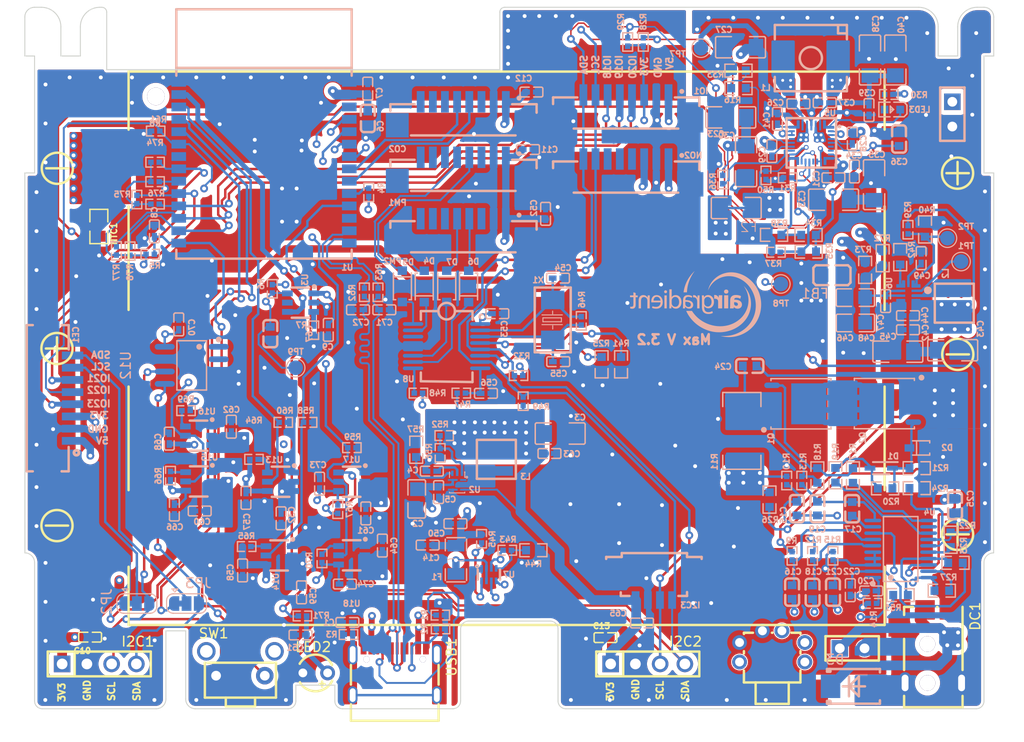
<source format=kicad_pcb>
(kicad_pcb (version 20241229) (generator "pcbnew") (generator_version "9.0")
  (layers (0 "F.Cu" signal) (4 "In1.Cu" power "PWR") (6 "In2.Cu" power "GND") (2 "B.Cu" signal) (13 "F.Paste" user) (15 "B.Paste" user) (5 "F.SilkS" user "F.Silkscreen") (7 "B.SilkS" user "B.Silkscreen") (1 "F.Mask" user) (3 "B.Mask" user) (25 "Edge.Cuts" user))
  (net 0 "")
  (net 1 "Net-(C1-Pad2)")
  (net 2 "GND")
  (net 3 "+5V")
  (net 4 "+3V3")
  (net 5 "/BOOT")
  (net 7 "/TX_CO2")
  (net 10 "/RX_CO2")
  (net 12 "/SDA")
  (net 13 "/SCL")
  (net 14 "/IO20")
  (net 15 "Net-(LED2-A)")
  (net 16 "Net-(USB1-CC1)")
  (net 17 "Net-(USB1-CC2)")
  (net 18 "Net-(U1-IO8)")
  (net 19 "/EN")
  (net 20 "Net-(U3-DELAY{slash}M_RST)")
  (net 21 "/LED")
  (net 24 "/IO19")
  (net 25 "/USB_D+")
  (net 27 "/USB_D-")
  (net 28 "/WD_RST")
  (net 29 "Net-(U4-VC1)")
  (net 33 "Net-(U4-VC2)")
  (net 34 "Net-(U4-VC3)")
  (net 35 "Net-(U4-VDD)")
  (net 36 "/Battery_holder/BAT1")
  (net 37 "/Battery_holder/VBAT+")
  (net 38 "/IO21")
  (net 39 "/IO23")
  (net 40 "/IO22")
  (net 42 "Net-(Q1-D)")
  (net 43 "/Battery_holder/BAT2")
  (net 44 "Net-(C24-Pad2)")
  (net 45 "/Battery_holder/SRP")
  (net 46 "Net-(Q1-G)")
  (net 47 "/Battery_holder/SRN")
  (net 48 "/Battery_holder/AVDD")
  (net 49 "Net-(U5-TS)")
  (net 50 "Net-(U4-VTB)")
  (net 51 "Net-(U4-CCFG)")
  (net 52 "/Solar_module/SYS")
  (net 53 "/Solar_module/SW1")
  (net 58 "/Solar_module/BTST1")
  (net 59 "/Solar_module/SW2")
  (net 60 "/Solar_module/BTST2")
  (net 61 "/Solar_module/Solar+")
  (net 62 "Net-(U5-PMID)")
  (net 63 "/Solar_module/REGN")
  (net 64 "Net-(U5-SDRV)")
  (net 65 "Net-(LED3-K)")
  (net 66 "Net-(LED3-A)")
  (net 67 "Net-(U5-CE)")
  (net 68 "Net-(U5-BATP)")
  (net 69 "Net-(U6-SS{slash}TR)")
  (net 70 "Net-(D1-Pad2)")
  (net 71 "Net-(D2-K)")
  (net 72 "/Battery_holder/BAT_TH")
  (net 73 "Net-(U6-SW)")
  (net 74 "/Battery_holder/DSG")
  (net 75 "/Battery_holder/CHG")
  (net 76 "/Battery_holder/LD")
  (net 77 "/Battery_holder/CTRC")
  (net 78 "/Battery_holder/CTRD")
  (net 79 "/Solar_module/PROG")
  (net 80 "/Solar_module/ILIM_HIZ")
  (net 81 "/Solar_module/FB{slash}VSET")
  (net 82 "Net-(U6-MODE{slash}S-CONF)")
  (net 83 "Net-(U6-PG)")
  (net 84 "+5VUSB")
  (net 85 "+5VBAT")
  (net 86 "/PR1")
  (net 87 "Net-(U7-ST)")
  (net 88 "/VMUX")
  (net 93 "Net-(U8-OSCI)")
  (net 94 "Net-(U8-OSCO)")
  (net 95 "/I2C_~{RST}")
  (net 96 "/SCL_TXD")
  (net 97 "/SDA_RXD")
  (net 98 "/TX_CE")
  (net 99 "/RX_CE")
  (net 100 "/PM1_TXD")
  (net 101 "/PM1_RXD")
  (net 102 "/PM2_TXD")
  (net 103 "/PM2_RXD")
  (net 104 "Net-(U8-#IRQ)")
  (net 105 "/A0")
  (net 107 "/A1")
  (net 108 "/Solar_module/VBAT")
  (net 113 "Net-(R16-Pad1)")
  (net 114 "/EN_CO2")
  (net 115 "BAT-")
  (net 116 "Net-(F2-Pad2)")
  (net 119 "/VOUT3")
  (net 120 "/VOUT1")
  (net 121 "/VOUT2")
  (net 122 "/EN_PM")
  (net 123 "PGND")
  (net 124 "Net-(U2-SS{slash}TR)")
  (net 125 "Net-(U2-SW)")
  (net 126 "Net-(U2-FB{slash}VSET)")
  (net 127 "Net-(U2-MODE{slash}S-CONF)")
  (net 129 "/IO18")
  (net 134 "Net-(U13-R1{slash}C1)")
  (net 135 "Net-(U14-R1{slash}C1)")
  (net 136 "Net-(U15-R1{slash}C1)")
  (net 137 "/IO11")
  (net 138 "/VOUT4")
  (net 139 "/VOUT5")
  (net 140 "Net-(D4-K)")
  (net 141 "Net-(D5-A)")
  (net 142 "Net-(D6-K)")
  (net 143 "Net-(D7-A)")
  (net 144 "/USB-")
  (net 145 "/USB+")
  (net 146 "Net-(U6-EN)")
  (net 147 "/VOUT6")
  (net 148 "/EN_CE")
  (net 152 "/EN_NO2")
  (net 153 "Net-(U17-R1{slash}C1)")
  (net 154 "Net-(U16-R1{slash}C1)")
  (net 155 "Net-(U18-R1{slash}C1)")
  (footprint "easyeda2kicad:HDR-TH_2P-P2.54-V-F" (layer "F.Cu") (at 181.28 116.62)
    (property "Reference" "Solarpower1" (hide yes))
    (property "Value" "ZX-PM2.54-1-2PY")
  )
  (footprint "easyeda2kicad:HDR-TH_4P-P2.54-V-F" (layer "F.Cu") (at 160.3 118.22)
    (property "Reference" "I2C2")
    (property "Value" "Conn_01x04")
  )
  (footprint "easyeda2kicad:BAT-SMD_BH-18650-B5BA016" (layer "F.Cu") (at 145.81 85.82)
    (property "Reference" "BAT1" (hide yes))
    (property "Value" "BH-18650-B5BA016")
  )
  (footprint "easyeda2kicad:C0402" (layer "F.Cu") (at 155.96 115.52)
    (property "Reference" "C13")
    (property "Value" "0.1uF")
  )
  (footprint "easyeda2kicad:KEY-TH_TS-1096-A1B2-D2" (layer "F.Cu") (at 118.49 118.175 180)
    (property "Reference" "SW1")
    (property "Value" "TS-1096-A1B2-D2")
  )
  (footprint "clipboard:212a6856-f275-4822-a761-75b07884269b" (layer "F.Cu") (at 193.26 86.445 90)
    (property "Reference" "")
    (property "Value" "")
  )
  (footprint "clipboard:212a6856-f275-4822-a761-75b07884269b" (layer "F.Cu") (at 100.8 104.02 90)
    (property "Reference" "")
    (property "Value" "")
  )
  (footprint "easyeda2kicad:USB-C-SMD_G-SWITCH_GT-USB-7010ASV" (layer "F.Cu") (at 134.33 119.02)
    (property "Reference" "USB1")
    (property "Value" "GT-USB-7010ASV")
  )
  (footprint "clipboard:212a6856-f275-4822-a761-75b07884269b" (layer "F.Cu") (at 100.8375 67.345 90)
    (property "Reference" "")
    (property "Value" "")
  )
  (footprint "easyeda2kicad:R0805" (layer "F.Cu") (at 103.96 73.32 -90)
    (property "Reference" "NTC1")
    (property "Value" "KNTC0805/10KF3950")
  )
  (footprint "clipboard:bce4f5f5-1da5-494e-a908-01ed689de916" (layer "F.Cu") (at 101.26 85.845)
    (property "Reference" "")
    (property "Value" "")
  )
  (footprint "easyeda2kicad:HDR-TH_4P-P2.54-V-F" (layer "F.Cu") (at 104 118.22)
    (property "Reference" "I2C1")
    (property "Value" "Conn_01x04")
  )
  (footprint "easyeda2kicad:LED-TH_BD3.8-P2.54-FD_BLUE" (layer "F.Cu") (at 126.17 119.14 180)
    (property "Reference" "LED2")
    (property "Value" "XL-304UBC")
  )
  (footprint "clipboard:bce4f5f5-1da5-494e-a908-01ed689de916" (layer "F.Cu") (at 193.6975 104.92)
    (property "Reference" "")
    (property "Value" "")
  )
  (footprint "easyeda2kicad:DC-IN-SMD_DC-045A-13A" (layer "F.Cu") (at 189.26 116.42 90)
    (property "Reference" "DC1")
    (property "Value" "DC-045A-13A")
  )
  (footprint "easyeda2kicad:SW-TH_TK-6580A8-1" (layer "F.Cu") (at 173.07 116.42)
    (property "Reference" "PWR_SW1" (hide yes))
    (property "Value" "TK-6580A8-1")
  )
  (footprint "easyeda2kicad:C0402" (layer "F.Cu") (at 103.06 115.47 180)
    (property "Reference" "C10")
    (property "Value" "0.1uF")
  )
  (footprint "clipboard:bce4f5f5-1da5-494e-a908-01ed689de916" (layer "F.Cu") (at 193.6975 67.845)
    (property "Reference" "")
    (property "Value" "")
  )
  (footprint "easyeda2kicad:C1206" (layer "B.Cu") (at 183.53 69.03 -90)
    (property "Reference" "C35")
    (property "Value" "10uF")
  )
  (footprint "easyeda2kicad:R0603" (layer "B.Cu") (at 187.91 100.175 180)
    (property "Reference" "R24")
    (property "Value" "470K")
  )
  (footprint "easyeda2kicad:C0402" (layer "B.Cu") (at 129.21 110.02 180)
    (property "Reference" "C74")
    (property "Value" "22uF")
  )
  (footprint "easyeda2kicad:C0402" (layer "B.Cu") (at 159.71 114.02 180)
    (property "Reference" "C65")
    (property "Value" "0.1uF")
  )
  (footprint "easyeda2kicad:C0603" (layer "B.Cu") (at 175.11 110.84 90)
    (property "Reference" "C16")
    (property "Value" "0.1uF/50V")
  )
  (footprint "TestPoint:TestPoint_Pad_D1.5mm" (layer "B.Cu") (at 124.16 87.82 180)
    (property "Reference" "TP9")
    (property "Value" "T_PG")
  )
  (footprint "easyeda2kicad:C0402" (layer "B.Cu") (at 127.51 83.92 -90)
    (property "Reference" "C9")
    (property "Value" "0.1uF")
  )
  (footprint "easyeda2kicad:C0402" (layer "B.Cu") (at 183.01 61.37 90)
    (property "Reference" "C39")
    (property "Value" "0.1uF")
  )
  (footprint "easyeda2kicad:C1206" (layer "B.Cu") (at 185.71 56.23 -90)
    (property "Reference" "C38")
    (property "Value" "10uF")
  )
  (footprint "easyeda2kicad:R0603" (layer "B.Cu") (at 186.245 111.15)
    (property "Reference" "R51")
    (property "Value" "0")
  )
  (footprint "easyeda2kicad:R0603" (layer "B.Cu") (at 169.61 59.12)
    (property "Reference" "R16")
    (property "Value" "10.5K")
  )
  (footprint "easyeda2kicad:IND-SMD_L4.0-W4.0_XAL4030-332MEC" (layer "B.Cu") (at 191.76 81.19 90)
    (property "Reference" "L2")
    (property "Value" "XGL4020-102MEC")
  )
  (footprint "easyeda2kicad:C0402" (layer "B.Cu") (at 133.06 106.07 -90)
    (property "Reference" "C64")
    (property "Value" "2.2uF")
  )
  (footprint "easyeda2kicad:TSSOP-20_L6.5-W4.4-P0.65-LS6.4-BL" (layer "B.Cu") (at 186.26 106.425 90)
    (property "Reference" "U4")
    (property "Value" "BQ7790512PWR")
  )
  (footprint "easyeda2kicad:WIRELM-SMD_ESP32-C6-WROOM-1" (layer "B.Cu") (at 120.91 66.77 180)
    (property "Reference" "U1")
    (property "Value" "ESP32-C6-WROOM-1-N8")
  )
  (footprint "easyeda2kicad:R0603" (layer "B.Cu") (at 187.91 98.125 180)
    (property "Reference" "R21")
    (property "Value" "3M")
  )
  (footprint "easyeda2kicad:C0603" (layer "B.Cu") (at 175.61 102.275 90)
    (property "Reference" "C15")
    (property "Value" "0.1uF/50V")
  )
  (footprint "TestPoint:TestPoint_Pad_D1.5mm" (layer "B.Cu") (at 165.76 55.02 180)
    (property "Reference" "TP7")
    (property "Value" "T_PG")
  )
  (footprint "easyeda2kicad:R0402" (layer "B.Cu") (at 122.89 93.42 180)
    (property "Reference" "R60")
    (property "Value" "10K")
  )
  (footprint "easyeda2kicad:C0402" (layer "B.Cu") (at 181.085 110.65 90)
    (property "Reference" "C22")
    (property "Value" "1uF/50V")
  )
  (footprint "easyeda2kicad:CONN-SMD_8P-P1.25_HC-1.25-8PLT" (layer "B.Cu") (at 141.36 73.82 180)
    (property "Reference" "PM2")
    (property "Value" "HC-1.25-8PLT")
  )
  (footprint "easyeda2kicad:CONN-SMD_8P-P1.25_HC-1.25-8PLT" (layer "B.Cu") (at 158.06 67.695 180)
    (property "Reference" "NO2")
    (property "Value" "HC-1.25-8PLT")
  )
  (footprint "easyeda2kicad:CONN-SMD_8P-P1.25_HC-1.25-8PLT" (layer "B.Cu") (at 141.36 67.52 180)
    (property "Reference" "PM1")
    (property "Value" "HC-1.25-8PLT")
  )
  (footprint "easyeda2kicad:C0603" (layer "B.Cu") (at 179.31 110.84 90)
    (property "Reference" "C21")
    (property "Value" "0.1uF/50V")
  )
  (footprint "easyeda2kicad:SOD-123_L2.7-W1.6-LS3.7-FD" (layer "B.Cu") (at 141.91 79.47 -90)
    (property "Reference" "D6")
    (property "Value" "B5817W_C7420328")
  )
  (footprint "easyeda2kicad:R0402" (layer "B.Cu") (at 121.76 79.715 -90)
    (property "Reference" "R6")
    (property "Value" "100K")
  )
  (footprint "easyeda2kicad:L0805" (layer "B.Cu") (at 179.24 78.32)
    (property "Reference" "FB1")
    (property "Value" "PBY201209T-601Y-N")
  )
  (footprint "easyeda2kicad:C0402" (layer "B.Cu") (at 124.76 110.87 90)
    (property "Reference" "C59")
    (property "Value" "2.2uF")
  )
  (footprint "easyeda2kicad:C0402" (layer "B.Cu") (at 111.185 95.095 -90)
    (property "Reference" "C68")
    (property "Value" "22uF")
  )
  (footprint "easyeda2kicad:VQFNHR-9_L2.2-W2.0_TPS62993QRYTRQ1" (layer "B.Cu") (at 187.05 80.17 180)
    (property "Reference" "U6")
    (property "Value" "TPS62903QRYTRQ1_C20345985")
  )
  (footprint "easyeda2kicad:C0603" (layer "B.Cu") (at 177.21 110.865 90)
    (property "Reference" "C18")
    (property "Value" "0.1uF/50V")
  )
  (footprint "easyeda2kicad:C0402" (layer "B.Cu") (at 119.06 101.17 90)
    (property "Reference" "C57")
    (property "Value" "22uF")
  )
  (footprint "easyeda2kicad:C0402" (layer "B.Cu") (at 140.56 103.82)
    (property "Reference" "C50")
    (property "Value" "0.1uF")
  )
  (footprint "easyeda2kicad:CONN-SMD_HC-1.25-8PWT" (layer "B.Cu") (at 99.96 90.94 90)
    (property "Reference" "CE1")
    (property "Value" "HC-1.25-8PWT")
  )
  (footprint "easyeda2kicad:R0402" (layer "B.Cu") (at 173.46 75.96)
    (property "Reference" "R37")
    (property "Value" "100K")
  )
  (footprint "easyeda2kicad:C1206" (layer "B.Cu") (at 151.31 94.57 180)
    (property "Reference" "C3")
    (property "Value" "22uF/16V")
  )
  (footprint "easyeda2kicad:C0402" (layer "B.Cu") (at 117.56 93.87 -90)
    (property "Reference" "C62")
    (property "Value" "2.2uF")
  )
  (footprint "easyeda2kicad:C0402" (layer "B.Cu") (at 143.69 90.445 180)
    (property "Reference" "C56")
    (property "Value" "0.1uF")
  )
  (footprint "easyeda2kicad:C0402" (layer "B.Cu") (at 131.56 59.17 -90)
    (property "Reference" "C7")
    (property "Value" "0.1uF")
  )
  (footprint "easyeda2kicad:CONN-SMD_1.25-4PWB" (layer "B.Cu") (at 160.93 110.39)
    (property "Reference" "I2C3")
    (property "Value" "1.25-4PWB")
  )
  (footprint "easyeda2kicad:SOT-23-6_L2.9-W1.6-P0.95-LS2.8-BR" (layer "B.Cu") (at 122.46 107.085)
    (property "Reference" "U14")
    (property "Value" "TPS27081ADDCR")
  )
  (footprint "easyeda2kicad:C0603" (layer "B.Cu") (at 121.56 84.32 90)
    (property "Reference" "C67")
    (property "Value" "500pF")
  )
  (footprint "easyeda2kicad:C0603" (layer "B.Cu") (at 170.755 87.64 180)
    (property "Reference" "C24")
    (property "Value" "0.1uF/50V")
  )
  (footprint "easyeda2kicad:R0603" (layer "B.Cu") (at 172.795 101.35 90)
    (property "Reference" "R26")
    (property "Value" "0")
  )
  (footprint "easyeda2kicad:R0402" (layer "B.Cu") (at 109.73 71.02 180)
    (property "Reference" "R76")
    (property "Value" "10K")
  )
  (footprint "easyeda2kicad:R0603" (layer "B.Cu") (at 179.56 98.85 -90)
    (property "Reference" "R19")
    (property "Value" "5.1K")
  )
  (footprint "easyeda2kicad:R0402" (layer "B.Cu") (at 174.66 68.32 180)
    (property "Reference" "R31")
    (property "Value" "100K")
  )
  (footprint "easyeda2kicad:PQFN-8_L5.8-W4.9-P1.27-LS6.0-BL" (layer "B.Cu") (at 176.025 91.52 90)
    (property "Reference" "Q1")
    (property "Value" "CSD18534Q5A")
  )
  (footprint "easyeda2kicad:R0402" (layer "B.Cu") (at 124.855 113.295 180)
    (property "Reference" "R71")
    (property "Value" "210")
  )
  (footprint "easyeda2kicad:R0402" (layer "B.Cu") (at 109.73 66.72 180)
    (property "Reference" "R8")
    (property "Value" "10K")
  )
  (footprint "easyeda2kicad:SOT-23-6_L2.9-W1.6-P0.95-LS2.8-BR" (layer "B.Cu") (at 129.91 99.52)
    (property "Reference" "U17")
    (property "Value" "TPS27081ADDCR")
  )
  (footprint "easyeda2kicad:R0603" (layer "B.Cu") (at 169.61 57.32 180)
    (property "Reference" "R33")
    (property "Value" "0")
  )
  (footprint "easyeda2kicad:IND-SMD_L4.0-W4.0_XGL4020" (layer "B.Cu") (at 144.76 97.22 -90)
    (property "Reference" "L3")
    (property "Value" "YSMC0420V-1R0M")
  )
  (footprint "easyeda2kicad:C0402" (layer "B.Cu") (at 150.21 96.62 180)
    (property "Reference" "C63")
    (property "Value" "0.1uF")
  )
  (footprint "easyeda2kicad:C0402" (layer "B.Cu") (at 173.04 65.57 -90)
    (property "Reference" "C29")
    (property "Value" "47nF")
  )
  (footprint "easyeda2kicad:R0402" (layer "B.Cu") (at 179.31 107.12 -90)
    (property "Reference" "R15")
    (property "Value" "1K")
  )
  (footprint "easyeda2kicad:C0402" (layer "B.Cu") (at 148.36 59.52 180)
    (property "Reference" "C12")
    (property "Value" "0.1uF")
  )
  (footprint "easyeda2kicad:R0603" (layer "B.Cu") (at 173.26 74.18 180)
    (property "Reference" "R38")
    (property "Value" "30.1K")
  )
  (footprint "easyeda2kicad:OSC-SMD_L5.0-W3.2" (layer "B.Cu") (at 150.545 82.905014 90)
    (property "Reference" "X1")
    (property "Value" "SMD-5032_2P 14.7456MHZ 20PF 20PPM")
  )
  (footprint "easyeda2kicad:R0603" (layer "B.Cu") (at 136.535 96.232347 -90)
    (property "Reference" "R57")
    (property "Value" "7.15K")
  )
  (footprint "easyeda2kicad:C0402" (layer "B.Cu") (at 178.46 60.62)
    (property "Reference" "C37")
    (property "Value" "0.1uF")
  )
  (footprint "easyeda2kicad:C0402" (layer "B.Cu") (at 111.71 102.37 90)
    (property "Reference" "C66")
    (property "Value" "1uF")
  )
  (footprint "easyeda2kicad:R0603" (layer "B.Cu") (at 177.71 98.875 90)
    (property "Reference" "R18")
    (property "Value" "10M")
  )
  (footprint "easyeda2kicad:C0402" (layer "B.Cu") (at 148.01 65.42 180)
    (property "Reference" "C11")
    (property "Value" "0.1uF")
  )
  (footprint "easyeda2kicad:R0603" (layer "B.Cu") (at 184.41 76.57 -90)
    (property "Reference" "R72")
    (property "Value" "0")
  )
  (footprint "easyeda2kicad:SOT-23-6_L2.9-W1.6-P0.95-LS2.8-BR" (layer "B.Cu") (at 114.19 94.795)
    (property "Reference" "U16")
    (property "Value" "TPS27081ADDCR")
  )
  (footprint "easyeda2kicad:C0402" (layer "B.Cu") (at 114.31 102.52)
    (property "Reference" "C60")
    (property "Value" "2.2uF")
  )
  (footprint "easyeda2kicad:C0402" (layer "B.Cu") (at 118.71 108.62 90)
    (property "Reference" "C58")
    (property "Value" "22uF")
  )
  (footprint "easyeda2kicad:R0603" (layer "B.Cu") (at 186.21 76.47 -90)
    (property "Reference" "R42")
    (property "Value" "7.15K")
  )
  (footprint "easyeda2kicad:R0402" (layer "B.Cu") (at 147.51 91.25 -90)
    (property "Reference" "R49")
    (property "Value" "10K")
  )
  (footprint "easyeda2kicad:R0402" (layer "B.Cu") (at 177.21 107.12 -90)
    (property "Reference" "R12")
    (property "Value" "1K")
  )
  (footprint "easyeda2kicad:R0402" (layer "B.Cu") (at 126.86 107.39 -90)
    (property "Reference" "R70")
    (property "Value" "10K")
  )
  (footprint "easyeda2kicad:R0603" (layer "B.Cu") (at 155.56 87.47 -90)
    (property "Reference" "R25")
    (property "Value" "0")
  )
  (footprint "easyeda2kicad:R0402" (layer "B.Cu") (at 125.39 93.42 180)
    (property "Reference" "R58")
    (property "Value" "10K")
  )
  (footprint "easyeda2kicad:C0402" (layer "B.Cu") (at 151.085 78.62 180)
    (property "Reference" "C54")
    (property "Value" "22pF_NM")
  )
  (footprint "easyeda2kicad:C0603" (layer "B.Cu") (at 131.56 62.22 90)
    (property "Reference" "C6")
    (property "Value" "22uF")
  )
  (footprint "easyeda2kicad:CONN-SMD_8P-P1.25_HC-1.25-8PLT" (layer "B.Cu") (at 141.36 61.82 180)
    (property "Reference" "CO2")
    (property "Value" "HC-1.25-8PLT")
  )
  (footprint "TestPoint:TestPoint_Pad_D1.5mm" (layer "B.Cu") (at 191.06 74.52 -90)
    (property "Reference" "TP2")
    (property "Value" "T_PG")
  )
  (footprint "easyeda2kicad:R0402" (layer "B.Cu") (at 141.16 90.42 180)
    (property "Reference" "R47")
    (property "Value" "10K")
  )
  (footprint "easyeda2kicad:C1206" (layer "B.Cu") (at 179.37 70.57)
    (property "Reference" "C33")
    (property "Value" "10uF")
  )
  (footprint "easyeda2kicad:C0603" (layer "B.Cu") (at 186.1 64.35 -90)
    (property "Reference" "C36")
    (property "Value" "4.7uF")
  )
  (footprint "easyeda2kicad:R0402" (layer "B.Cu") (at 132.61 80.07 90)
    (property "Reference" "R63")
    (property "Value" "22")
  )
  (footprint "easyeda2kicad:R0603" (layer "B.Cu") (at 191.385 105.47 -90)
    (property "Reference" "R22")
    (property "Value" "10K")
  )
  (footprint "easyeda2kicad:R0402" (layer "B.Cu") (at 145.88 106.55 180)
    (property "Reference" "R43")
    (property "Value" "16.9K")
  )
  (footprint "easyeda2kicad:R0603" (layer "B.Cu") (at 176.8 74.19 180)
    (property "Reference" "R34")
    (property "Value" "5.23K")
  )
  (footprint "BAS16J,135:SOD2512X80N" (layer "B.Cu") (at 184.26 98.125 180)
    (property "Reference" "D1")
    (property "Value" "BAS16J_135")
  )
  (footprint "easyeda2kicad:C0402" (layer "B.Cu") (at 131.36 102.77 90)
    (property "Reference" "C61")
    (property "Value" "2.2uF")
  )
  (footprint "easyeda2kicad:C0402" (layer "B.Cu") (at 133.26 81.87 180)
    (property "Reference" "C71")
    (property "Value" "1nF")
  )
  (footprint "easyeda2kicad:R0402" (layer "B.Cu") (at 109.23 76.17 180)
    (property "Reference" "R5")
    (property "Value" "10K")
  )
  (footprint "easyeda2kicad:IND-SMD_L7.1-W6.5-P5.60" (layer "B.Cu") (at 177.04 56.035002 180)
    (property "Reference" "L1")
    (property "Value" "SPM6530T-1R0M120")
  )
  (footprint "easyeda2kicad:R0603" (layer "B.Cu") (at 157.56 87.47 -90)
    (property "Reference" "R41")
    (property "Value" "0")
  )
  (footprint "easyeda2kicad:SOD-123_L2.7-W1.6-LS3.7-FD" (layer "B.Cu") (at 137.36 79.47 -90)
    (property "Reference" "D4")
    (property "Value" "B5817W_C7420328")
  )
  (footprint "easyeda2kicad:R0402" (layer "B.Cu") (at 109.79 63.52)
    (property "Reference" "R61")
    (property "Value" "10K")
  )
  (footprint "easyeda2kicad:C0402" (layer "B.Cu") (at 124.66 115.245)
    (property "Reference" "C51")
    (property "Value" "0.1uF")
  )
  (footprint "easyeda2kicad:R0402" (layer "B.Cu") (at 119.88 97.22 180)
    (property "Reference" "R64")
    (property "Value" "10K")
  )
  (footprint "easyeda2kicad:R0603" (layer "B.Cu") (at 176.82 75.9 180)
    (property "Reference" "R35")
    (property "Value" "255K")
  )
  (footprint "easyeda2kicad:R0402" (layer "B.Cu") (at 119.13 106.17 180)
    (property "Reference" "R65")
    (property "Value" "10K")
  )
  (footprint "easyeda2kicad:C0402" (layer "B.Cu") (at 126.61 99.72 -90)
    (property "Reference" "C73")
    (property "Value" "1uF")
  )
  (footprint "Jumper:SolderJumper-3_P1.3mm_Bridged12_RoundedPad1.0x1.5mm" (layer "B.Cu") (at 107.86 112.02)
    (property "Reference" "JP2")
    (property "Value" "SolderJumper_3_Bridged12")
  )
  (footprint "easyeda2kicad:C1206" (layer "B.Cu") (at 185.97 86.17)
    (property "Reference" "C45")
    (property "Value" "10uF")
  )
  (footprint "easyeda2kicad:R0402" (layer "B.Cu") (at 158.24 54.38 -90)
    (property "Reference" "R29")
    (property "Value" "10K")
  )
  (footprint "easyeda2kicad:R0402" (layer "B.Cu") (at 143.24 105.37 90)
    (property "Reference" "R45")
    (property "Value" "10K")
  )
  (footprint "easyeda2kicad:SOT-23-6_L2.9-W1.6-P0.95-LS2.8-BR" (layer "B.Cu") (at 122.61 99.52)
    (property "Reference" "U13")
    (property "Value" "TPS27081ADDCR")
  )
  (footprint "easyeda2kicad:R0402" (layer "B.Cu") (at 136.76 90.42 180)
    (property "Reference" "R48")
    (property "Value" "5.1K")
  )
  (footprint "TestPoint:TestPoint_Pad_D1.5mm" (layer "B.Cu") (at 192.46 76.92 -90)
    (property "Reference" "TP1")
    (property "Value" "T_PG")
  )
  (footprint "easyeda2kicad:R0402" (layer "B.Cu") (at 153.475 83.005014 90)
    (property "Reference" "R46")
    (property "Value" "1M")
  )
  (footprint "easyeda2kicad:R0402" (layer "B.Cu") (at 175.11 107.12 -90)
    (property "Reference" "R9")
    (property "Value" "1K")
  )
  (footprint "easyeda2kicad:C0402" (layer "B.Cu") (at 138.835 100.582347 90)
    (property "Reference" "C5")
    (property "Value" "0.1uF")
  )
  (footprint "easyeda2kicad:R0402" (layer "B.Cu") (at 185.04 59.77 180)
    (property "Reference" "R30")
    (property "Value" "10K")
  )
  (footprint "easyeda2kicad:R0402" (layer "B.Cu") (at 109.73 68.72 180)
    (property "Reference" "R74")
    (property "Value" "10K")
  )
  (footprint "easyeda2kicad:HDR-TH_2P-P2.54-V-F" (layer "B.Cu") (at 191.56 61.79 -90)
    (property "Reference" "Battery1" (hide yes))
    (property "Value" "ZX-PM2.54-1-2PY")
  )
  (footprint "easyeda2kicad:R0603" (layer "B.Cu") (at 148.56 106.55 180)
    (property "Reference" "R44")
    (property "Value" "5K")
  )
  (footprint "easyeda2kicad:SSOP-16_L7.2-W5.3-P0.65-LS7.8-BL" (layer "B.Cu") (at 139.66 85.605014 -90)
    (property "Reference" "U8")
    (property "Value" "WK2132-ISSG")
  )
  (footprint "easyeda2kicad:F1206" (layer "B.Cu") (at 140.61 107.53 -90)
    (property "Reference" "F1")
    (property "Value" "2A-16V")
  )
  (footprint "easyeda2kicad:C0402" (layer "B.Cu") (at 144.86 82.27 180)
    (property "Reference" "C53")
    (property "Value" "0.1uF")
  )
  (footprint "easyeda2kicad:R0603" (layer "B.Cu") (at 190.48 110.7)
    (property "Reference" "R27")
    (property "Value" "0")
  )
  (footprint "easyeda2kicad:R0402" (layer "B.Cu") (at 107.16 75.85 -90)
    (property "Reference" "R78")
    (property "Value" "10K")
  )
  (footprint "easyeda2kicad:C0402" (layer "B.Cu") (at 187.01 82.47)
    (property "Reference" "C44")
    (property "Value" "0.1uF")
  )
  (footprint "easyeda2kicad:SOD-123_L2.7-W1.6-LS3.7-FD" (layer "B.Cu") (at 135.11 79.46 90)
    (property "Reference" "D5")
    (property "Value" "B5817W_C7420328")
  )
  (footprint "easyeda2kicad:R0603" (layer "B.Cu") (at 182.61 77.77 -90)
    (property "Reference" "R73")
    (property "Value" "0")
  )
  (footprint "easyeda2kicad:C0603" (layer "B.Cu") (at 191.83 101.95 90)
    (property "Reference" "C25")
    (property "Value" "0.1uF/50V")
  )
  (footprint "easyeda2kicad:C0402" (layer "B.Cu") (at 149.81 72.02 -90)
    (property "Reference" "C52")
    (property "Value" "0.1uF")
  )
  (footprint "easyeda2kicad:VQFN-HR-9_L2.0-W1.5-P0.50-TL" (layer "B.Cu") (at 140.735 99.492347 180)
    (property "Reference" "U2")
    (property "Value" "TPS62902RPJR")
  )
  (footprint "easyeda2kicad:C1206" (layer "B.Cu") (at 170.39 66.67 90)
    (property "Reference" "C30")
    (property "Value" "10uF")
  )
  (footprint "easyeda2kicad:R0402" (layer "B.Cu") (at 131.21 80.07 90)
    (property "Reference" "R62")
    (property "Value" "22")
  )
  (footprint "easyeda2kicad:C0805" (layer "B.Cu") (at 136.585 101.282347 -90)
    (property "Reference" "C2")
    (property "Value" "10uF/25V")
  )
  (footprint "easyeda2kicad:C0402" (layer "B.Cu") (at 151.11 87.195 180)
    (property "Reference" "C55")
    (property "Value" "22pF_NM")
  )
  (footprint "easyeda2kicad:SOT-23-6_L2.9-W1.6-P0.95-LS2.8-BR" (layer "B.Cu") (at 124.66 81.135)
    (property "Reference" "U3")
    (property "Value" "TPL5010DDCR")
  )
  (footprint "easyeda2kicad:C0402" (layer "B.Cu") (at 181.29 64.29 -90)
    (property "Reference" "C28")
    (property "Value" "47nF")
  )
  (footprint "easyeda2kicad:SOT-23-6_L2.9-W1.6-P0.95-LS2.8-BR" (layer "B.Cu") (at 114.21 99.485)
    (property "Reference" "U15")
    (property "Value" "TPS27081ADDCR")
  )
  (footprint "easyeda2kicad:LED0603-RD_RED" (layer "B.Cu") (at 185.41 61.32 180)
    (property "Reference" "LED3")
    (property "Value" "FC-DA1608HRK-620D")
  )
  (footprint "easyeda2kicad:R2512" (layer "B.Cu") (at 169.955 94.3 90)
    (property "Reference" "R11")
    (property "Value" "10m / 1W")
  )
  (footprint "easyeda2kicad:R0402" (layer "B.Cu") (at 105.76 75.82 -90)
    (property "Reference" "R77")
    (property "Value" "10K")
  )
  (footprint "easyeda2kicad:R0402" (layer "B.Cu") (at 129.58 115.2)
    (property "Reference" "R3")
    (property "Value" "100K")
  )
  (footprint "easyeda2kicad:SMB_L4.4-W3.6-LS5.3-RD" (layer "B.Cu") (at 181.46 120.52)
    (property "Reference" "D3")
    (property "Value" "SMBJ24A_C908801")
  )
  (footprint "easyeda2kicad:R0402" (layer "B.Cu") (at 187.01 73.65 90)
    (property "Reference" "R39")
    (property "Value" "200K")
  )
  (footprint "easyeda2kicad:C0603" (layer "B.Cu") (at 177.71 102.275 90)
    (property "Reference" "C19")
    (property "Value" "0.1uF/50V")
  )
  (footprint "easyeda2kicad:R0603" (layer "B.Cu") (at 191.885 107.84)
    (property "Reference" "R23")
    (property "Value" "0")
  )
  (footprint "easyeda2kicad:C0402" (layer "B.Cu") (at 109.66 73.82 -90)
    (property "Reference" "C8")
    (property "Value" "10nF")
  )
  (footprint "easyeda2kicad:C1206" (layer "B.Cu") (at 183.11 56.23 -90)
    (property "Reference" "C40")
    (property "Value" "10uF")
  )
  (footprint "easyeda2kicad:R0402" (layer "B.Cu") (at 131.66 69.82 -90)
    (property "Reference" "R4")
    (property "Value" "10K")
  )
  (footprint "easyeda2kicad:R0402" (layer "B.Cu") (at 112.905 92.22)
    (property "Reference" "R69")
    (property "Value" "10K")
  )
  (footprint "TestPoint:TestPoint_Pad_D1.5mm" (layer "B.Cu") (at 173.96 79.22 180)
    (property "Reference" "TP8")
    (property "Value" "T_PG")
  )
  (footprint "easyeda2kicad:VQFN-29_L4.0-W4.0-P0.40-BL" (layer "B.Cu") (at 177.09 64.805002 -90)
    (property "Reference" "U5")
    (property "Value" "BQ25672RQMR")
  )
  (footprint "easyeda2kicad:C0805" (layer "B.Cu") (at 181.61 83.22)
    (property "Reference" "C46")
    (property "Value" "22uF")
  )
  (footprint "easyeda2kicad:C0402" (layer "B.Cu") (at 137.71 106.02)
    (property "Reference" "C14")
    (property "Value" "22uF")
  )
  (footprint "easyeda2kicad:R0402" (layer "B.Cu") (at 174.56 99.395 -90)
    (property "Reference" "R10")
    (property "Value" "100")
  )
  (footprint "easyeda2kicad:C1206" (layer "B.Cu") (at 169.82 54.92)
    (property "Reference" "C27")
    (property "Value" "10uF")
  )
  (footprint "easyeda2kicad:R0402" (layer "B.Cu") (at 138.985 96.552347 90)
    (property "Reference" "R56")
    (property "Value" "24.9k")
  )
  (footprint "easyeda2kicad:PQFN-8_L5.8-W4.9-P1.27-LS6.0-BL" (layer "B.Cu") (at 184.585 91.5 -90)
    (property "Reference" "Q2")
    (property "Value" "CSD18534Q5A")
  )
  (footprint "easyeda2kicad:C0402" (layer "B.Cu") (at 112.16 83.37 -90)
    (property "Reference" "C70")
    (property "Value" "0.1uF")
  )
  (footprint "easyeda2kicad:C1206" (layer "B.Cu") (at 191.6 86.02 180)
    (property "Reference" "C43")
    (property "Value" "10uF")
  )
  (footprint "easyeda2kicad:PCB_fuse" (layer "B.Cu") (at 169.11 74.615 180)
    (property "Reference" "F2")
    (property "Value" "Fuse 5A")
  )
  (footprint "easyeda2kicad:C0402" (layer "B.Cu") (at 181.51 67.67 -90)
    (property "Reference" "C34")
    (property "Value" "0.1uF")
  )
  (footprint "easyeda2kicad:R0402" (layer "B.Cu") (at 167.99 68.5 90)
    (property "Reference" "R36")
    (property "Value" "100")
  )
  (footprint "easyeda2kicad:R0402" (layer "B.Cu") (at 183.355 112)
    (property "Reference" "R14")
    (property "Value" "1K")
  )
  (footprint "Jumper:SolderJumper-3_P1.3mm_Bridged12_RoundedPad1.0x1.5mm" (layer "B.Cu") (at 112.96 112.02)
    (property "Reference" "JP3")
    (property "Value" "SolderJumper_3_Bridged12")
  )
  (footprint "easyeda2kicad:C0402" (layer "B.Cu") (at 173.61 62.27 90)
    (property "Reference" "C41")
    (property "Value" "1nF")
  )
  (footprint "easyeda2kicad:C0402" (layer "B.Cu") (at 179.36 68.32)
    (property "Reference" "C31")
    (property "Value" "0.1uF")
  )
  (footprint "easyeda2kicad:SOT-23-6_L2.9-W1.6-P0.95-LS2.8-BR" (layer "B.Cu") (at 129.91 107.07)
    (property "Reference" "U18")
    (property "Value" "TPS27081ADDCR")
  )
  (footprint "easyeda2kicad:C0402" (layer "B.Cu") (at 188.36 76.57 -90)
    (property "Reference" "C49")
    (property "Value" "3.3nF")
  )
  (footprint "easyeda2kicad:R0402" (layer "B.Cu") (at 176.11 99.395 -90)
    (property "Reference" "R13")
    (property "Value" "100")
  )
  (footprint "easyeda2kicad:R0402" (layer "B.Cu") (at 128.485 102.34 90)
    (property "Reference" "R67")
    (property "Value" "10K")
  )
  (footprint "easyeda2kicad:C0402" (layer "B.Cu") (at 175.76 60.72 180)
    (property "Reference" "C26")
    (property "Value" "0.1uF")
  )
  (footprint "easyeda2kicad:SOD-123_L2.7-W1.6-LS3.7-FD" (layer "B.Cu") (at 139.66 79.46 90)
    (property "Reference" "D7")
    (property "Value" "B5817W_C7420328")
  )
  (footprint "easyeda2kicad:R0402" (layer "B.Cu") (at 107.86 70.55 -90)
    (property "Reference" "R75")
    (property "Value" "10K")
  )
  (footprint "easyeda2kicad:C0402" (layer "B.Cu") (at 138.135 98.432347)
    (property "Reference" "C4")
    (property "Value" "3.3nF")
  )
  (footprint "easyeda2kicad:R0603" (layer "B.Cu") (at 188.76 73.62 -90)
    (property "Reference" "R40")
    (property "Value" "27K")
  )
  (footprint "easyeda2kicad:R0402" (layer "B.Cu") (at 139.03 114.62 180)
    (property "Reference" "R2")
    (property "Value" "5.1K")
  )
  (footprint "easyeda2kicad:R0402" (layer "B.Cu") (at 139.405 94.782347)
    (property "Reference" "R52")
    (property "Value" "113k")
  )
  (footprint "easyeda2kicad:SOT-583-8_L2.1-W1.2-P0.50-LS1.6-BL" (layer "B.Cu") (at 143.99 109.05)
    (property "Reference" "U7")
    (property "Value" "TPS2117DRLR_C22399676")
  )
  (footprint "easyeda2kicad:R0402" (layer "B.Cu") (at 129.93 96.02 180)
    (property "Reference" "R59")
    (property "Value" "10K")
  )
  (footprint "easyeda2kicad:C0402" (layer "B.Cu") (at 184.71 80.97 90)
    (property "Reference" "C47")
    (property "Value" "0.1uF")
  )
  (footprint "easyeda2kicad:CONN-SMD_8P-P1.25_HC-1.25-8PLT" (layer "B.Cu") (at 158.06 61.12 180)
    (property "Reference" "IO1")
    (property "Value" "HC-1.25-8PLT")
  )
  (footprint "easyeda2kicad:R0402" (layer "B.Cu") (at 111.31 98.89 -90)
    (property "Reference" "R66")
    (property "Value" "10K")
  )
  (footprint "easyeda2kicad:R0402" (layer "B.Cu") (at 172.43 68.07 90)
    (property "Reference" "R50")
    (property "Value" "10K")
  )
  (footprint "easyeda2kicad:R0402" (layer "B.Cu") (at 159.84 54.38 -90)
    (property "Reference" "R28")
    (property "Value" "10K")
  )
  (footprint "easyeda2kicad:C0402" (layer "B.Cu") (at 122.66 103.27 90)
    (property "Reference" "C32")
    (property "Value" "2.2uF")
  )
  (footprint "easyeda2kicad:R0402" (layer "B.Cu") (at 147.04 88.62)
    (property "Reference" "R32")
    (property "Value" "10K")
  )
  (footprint "easyeda2kicad:C0402" (layer "B.Cu") (at 187.01 83.92)
    (property "Reference" "C42")
    (property "Value" "0.1uF")
  )
  (footprint "easyeda2kicad:C1206" (layer "B.Cu") (at 168.82 62.12)
    (property "Reference" "C23")
    (property "Value" "10uF")
  )
  (footprint "easyeda2kicad:C0402" (layer "B.Cu") (at 130.56 81.87)
    (property "Reference" "C72")
    (property "Value" "1nF")
  )
  (footprint "easyeda2kicad:C0603" (layer "B.Cu") (at 181.285 102.3 -90)
    (property "Reference" "C17")
    (property "Value" "0.1uF/50V")
  )
  (footprint "easyeda2kicad:SOD-323_L1.8-W1.3-LS2.5-RD" (layer "B.Cu") (at 188.33 96.05)
    (property "Reference" "D2")
    (property "Value" "MMSZ5246BS-7-F")
  )
  (footprint "easyeda2kicad:SOIC-8_L4.9-W3.9-P1.27-LS6.0-BL" (layer "B.Cu") (at 113.49 87.575 -90)
    (property "Reference" "U12")
    (property "Value" "AT24CM02-SSHD-B")
  )
  (footprint "easyeda2kicad:R0603" (layer "B.Cu") (at 184.66 100.2 180)
    (property "Reference" "R20")
    (property "Value" "1M")
  )
  (footprint "easyeda2kicad:C0402" (layer "B.Cu") (at 183.235 110.725)
    (property "Reference" "C20")
    (property "Value" "1uF/50V")
  )
  (footprint "easyeda2kicad:C0402" (layer "B.Cu") (at 129.47 113.96)
    (property "Reference" "C1")
    (property "Value" "0.1uF")
  )
  (footprint "easyeda2kicad:R0402" (layer "B.Cu") (at 126.01 83.965 90)
    (property "Reference" "R7")
    (property "Value" "51K")
  )
  (footprint "easyeda2kicad:R0402" (layer "B.Cu") (at 139.01 113.21 180)
    (property "Reference" "R1")
    (property "Value" "5.1K")
  )
  (footprint "easyeda2kicad:R0603" (layer "B.Cu") (at 181.36 98.875 -90)
    (property "Reference" "R17")
    (property "Value" "5.1K")
  )
  (footprint "easyeda2kicad:C0805" (layer "B.Cu") (at 181.61 80.62)
    (property "Reference" "C48")
    (property "Value" "22uF")
  )
  (gr_rect (start 129.06 115.97) (end 130.36 122.27) (stroke (width 0.2)) (fill yes) (layer "F.Cu") (net 1))
  (gr_rect (start 138.26 115.97) (end 139.56 122.27) (stroke (width 0.2)) (fill yes) (layer "F.Cu") (net 1))
  (gr_poly (pts (xy 162.514894 81.381353) (xy 162.514357 81.472676) (xy 162.512579 81.564247) (xy 162.509313 81.65036) (xy 162.507045 81.689588) (xy 162.504311 81.725312) (xy 162.72127 81.725312) (xy 162.731853 81.492478) (xy 162.737145 81.492478) (xy 162.744353 81.506266) (xy 162.752081 81.519837) (xy 162.760322 81.533178) (xy 162.76907 81.546273) (xy 162.778319 81.559109) (xy 162.78806 81.571671) (xy 162.798288 81.583944) (xy 162.808996 81.595914) (xy 162.820176 81.607566) (xy 162.831823 81.618885) (xy 162.843928 81.629858) (xy 162.856486 81.640469) (xy 162.86949 81.650704) (xy 162.882933 81.660549) (xy 162.896808 81.669989) (xy 162.911109 81.679009) (xy 162.925828 81.687595) (xy 162.940958 81.695733) (xy 162.956494 81.703407) (xy 162.972428 81.710604) (xy 162.988753 81.717309) (xy 163.005464 81.723507) (xy 163.022552 81.729183) (xy 163.040011 81.734324) (xy 163.057834 81.738914) (xy 163.076015 81.742939) (xy 163.094547 81.746385) (xy 163.113422 81.749237) (xy 163.132635 81.751481) (xy 163.152179 81.753102) (xy 163.172045 81.754085) (xy 163.192229 81.754415) (xy 163.222268 81.753621) (xy 163.251842 81.751256) (xy 163.280917 81.747345) (xy 163.309462 81.741915) (xy 163.337445 81.73499) (xy 163.364835 81.726597) (xy 163.391598 81.716762) (xy 163.417703 81.705509) (xy 163.443119 81.692865) (xy 163.467813 81.678855) (xy 163.491753 81.663505) (xy 163.514907 81.646841) (xy 163.537243 81.628888) (xy 163.55873 81.609672) (xy 163.579335 81.589218) (xy 163.599026 81.567553) (xy 163.617771 81.544703) (xy 163.635539 81.520691) (xy 163.652297 81.495545) (xy 163.668014 81.469291) (xy 163.682657 81.441953) (xy 163.696194 81.413557) (xy 163.708594 81.384129) (xy 163.719824 81.353696) (xy 163.729853 81.322281) (xy 163.738649 81.289912) (xy 163.746179 81.256614) (xy 163.752412 81.222412) (xy 163.757315 81.187332) (xy 163.760857 81.1514) (xy 163.763005 81.114641) (xy 163.763729 81.077082) (xy 163.763585 81.066499) (xy 163.517666 81.066499) (xy 163.516117 81.11653) (xy 163.51147 81.165243) (xy 163.503731 81.212374) (xy 163.492903 81.257661) (xy 163.47899 81.300839) (xy 163.461995 81.341645) (xy 163.452344 81.361077) (xy 163.441923 81.379816) (xy 163.430735 81.397831) (xy 163.418778 81.415088) (xy 163.406054 81.431554) (xy 163.392563 81.447197) (xy 163.378306 81.461983) (xy 163.363283 81.47588) (xy 163.347494 81.488854) (xy 163.33094 81.500873) (xy 163.313622 81.511904) (xy 163.29554 81.521913) (xy 163.276694 81.530869) (xy 163.257086 81.538737) (xy 163.236715 81.545485) (xy 163.215581 81.551079) (xy 163.193686 81.555488) (xy 163.17103 81.558679) (xy 163.147614 81.560617) (xy 163.123437 81.56127) (xy 163.108107 81.560953) (xy 163.092887 81.560008) (xy 163.077793 81.55844) (xy 163.062841 81.556257) (xy 163.048048 81.553466) (xy 163.033431 81.550073) (xy 163.004788 81.541509) (xy 162.977044 81.530619) (xy 162.963551 81.52432) (xy 162.950331 81.517459) (xy 162.937403 81.510044) (xy 162.924781 81.502081) (xy 162.912483 81.493578) (xy 162.900525 81.484541) (xy 162.888924 81.474977) (xy 162.877696 81.464892) (xy 162.866857 81.454294) (xy 162.856425 81.443189) (xy 162.846415 81.431585) (xy 162.836843 81.419487) (xy 162.827727 81.406902) (xy 162.819083 81.393838) (xy 162.810928 81.380302) (xy 162.803277 81.366299) (xy 162.796147 81.351837) (xy 162.789556 81.336922) (xy 162.783518 81.321562) (xy 162.778051 81.305763) (xy 162.773171 81.289531) (xy 162.768895 81.272874) (xy 162.766162 81.260079) (xy 162.763893 81.247408) (xy 162.762059 81.234737) (xy 162.760628 81.221942) (xy 162.759568 81.208899) (xy 162.75885 81.195484) (xy 162.758442 81.181572) (xy 162.758313 81.167041) (xy 162.758313 80.934207) (xy 162.758311 80.934207) (xy 162.75844 80.92272) (xy 162.758849 80.910271) (xy 162.759567 80.89714) (xy 162.760627 80.883606) (xy 162.762058 80.869948) (xy 162.763893 80.856445) (xy 162.766161 80.843376) (xy 162.767468 80.837091) (xy 162.768895 80.83102) (xy 162.772645 80.816714) (xy 162.776944 80.802581) (xy 162.781785 80.78864) (xy 162.787157 80.77491) (xy 162.793052 80.761408) (xy 162.799462 80.748153) (xy 162.806378 80.735164) (xy 162.813791 80.722458) (xy 162.821692 80.710055) (xy 162.830073 80.697972) (xy 162.838925 80.686229) (xy 162.848238 80.674843) (xy 162.858006 80.663834) (xy 162.868218 80.653218) (xy 162.878866 80.643015) (xy 162.889941 80.633244) (xy 162.901435 80.623922) (xy 162.913339 80.615068) (xy 162.925644 80.6067) (xy 162.938341 80.598838) (xy 162.951422 80.591498) (xy 162.964879 80.5847) (xy 162.978701 80.578463) (xy 162.992881 80.572803) (xy 163.007409 80.567741) (xy 163.022278 80.563293) (xy 163.037478 80.55948) (xy 163.053001 80.556318) (xy 163.068838 80.553827) (xy 163.08498 80.552025) (xy 163.101418 80.550931) (xy 163.118145 80.550562) (xy 163.141405 80.551201) (xy 163.164053 80.5531) (xy 163.18608 80.556234) (xy 163.207478 80.560577) (xy 163.228238 80.566101) (xy 163.248352 80.572781) (xy 163.267812 80.580591) (xy 163.28661 80.589505) (xy 163.304737 80.599496) (xy 163.322186 80.610539) (xy 163.338948 80.622606) (xy 163.355014 80.635673) (xy 163.370377 80.649712) (xy 163.385029 80.664698) (xy 163.39896 80.680605) (xy 163.412163 80.697405) (xy 163.42463 80.715074) (xy 163.436352 80.733585) (xy 163.447322 80.752912) (xy 163.45753 80.773029) (xy 163.466969 80.793909) (xy 163.475631 80.815526) (xy 163.483506 80.837855) (xy 163.490588 80.860868) (xy 163.496867 80.884541) (xy 163.502336 80.908846) (xy 163.506986 80.933758) (xy 163.510809 80.95925) (xy 163.513797 80.985296) (xy 163.515941 81.011871) (xy 163.517234 81.038947) (xy 163.517666 81.066499) (xy 163.763585 81.066499) (xy 163.76317 81.035917) (xy 163.761025 80.995778) (xy 163.757335 80.956684) (xy 163.752143 80.918652) (xy 163.745489 80.881702) (xy 163.737416 80.845852) (xy 163.727966 80.81112) (xy 163.717179 80.777524) (xy 163.705097 80.745083) (xy 163.691763 80.713816) (xy 163.677217 80.68374) (xy 163.661503 80.654875) (xy 163.64466 80.627238) (xy 163.626731 80.600849) (xy 163.607757 80.575724) (xy 163.587781 80.551884) (xy 163.566843 80.529346) (xy 163.544986 80.508128) (xy 163.522252 80.48825) (xy 163.49868 80.469729) (xy 163.474315 80.452584) (xy 163.449196 80.436833) (xy 163.423367 80.422495) (xy 163.396868 80.409588) (xy 163.36974 80.39813) (xy 163.342027 80.388141) (xy 163.313769 80.379638) (xy 163.285009 80.372639) (xy 163.255787 80.367164) (xy 163.226145 80.36323) (xy 163.196126 80.360857) (xy 163.16577 80.360061) (xy 163.128349 80.361157) (xy 163.092493 80.364366) (xy 163.058219 80.369566) (xy 163.025541 80.376639) (xy 162.994476 80.385463) (xy 162.965038 80.395919) (xy 162.937244 80.407887) (xy 162.911109 80.421246) (xy 162.886648 80.435876) (xy 162.863877 80.451658) (xy 162.842811 80.46847) (xy 162.823466 80.486193) (xy 162.805857 80.504707) (xy 162.79 80.523891) (xy 162.77591 80.543625) (xy 162.763604 80.56379) (xy 162.758311 80.56379) (xy 162.758311 79.767395) (xy 162.514894 79.767395)) (stroke (width -0.000001)) (fill yes) (layer "B.SilkS"))
  (gr_poly (pts (xy 169.307808 80.350247) (xy 169.268302 80.352527) (xy 169.230535 80.35628) (xy 169.194476 80.361467) (xy 169.160095 80.368049) (xy 169.127363 80.375988) (xy 169.096248 80.385245) (xy 169.066722 80.39578) (xy 169.038753 80.407556) (xy 169.012313 80.420533) (xy 168.987371 80.434673) (xy 168.963896 80.449937) (xy 168.941859 80.466286) (xy 168.921231 80.483682) (xy 168.90198 80.502085) (xy 168.884077 80.521457) (xy 168.867491 80.54176) (xy 168.852194 80.562954) (xy 168.838154 80.585) (xy 168.825341 80.60786) (xy 168.813726 80.631496) (xy 168.803279 80.655868) (xy 168.79397 80.680937) (xy 168.785767 80.706666) (xy 168.772565 80.759944) (xy 168.763433 80.815393) (xy 168.75813 80.872702) (xy 168.756415 80.931562) (xy 168.756415 81.397228) (xy 168.753769 81.397228) (xy 168.753516 81.44551) (xy 168.752736 81.492768) (xy 168.751397 81.538476) (xy 168.74947 81.582106) (xy 168.746922 81.623132) (xy 168.743723 81.661026) (xy 168.739843 81.695262) (xy 168.735249 81.725312) (xy 169.113603 81.725312) (xy 169.137415 81.590374) (xy 169.145353 81.590374) (xy 169.162306 81.610123) (xy 169.1804 81.628682) (xy 169.199594 81.646039) (xy 169.219849 81.662184) (xy 169.241128 81.677103) (xy 169.263392 81.690786) (xy 169.286601 81.703222) (xy 169.310717 81.714397) (xy 169.335701 81.724302) (xy 169.361515 81.732923) (xy 169.388119 81.74025) (xy 169.415476 81.746271) (xy 169.443545 81.750975) (xy 169.472289 81.754348) (xy 169.501668 81.756381) (xy 169.531644 81.757061) (xy 169.556873 81.756486) (xy 169.581457 81.75478) (xy 169.605385 81.75198) (xy 169.628646 81.748116) (xy 169.651231 81.743224) (xy 169.67313 81.737336) (xy 169.694332 81.730486) (xy 169.714827 81.722707) (xy 169.734605 81.714033) (xy 169.753656 81.704497) (xy 169.771969 81.694132) (xy 169.789535 81.682973) (xy 169.806344 81.671052) (xy 169.822384 81.658403) (xy 169.837647 81.645059) (xy 169.852121 81.631054) (xy 169.865797 81.61642) (xy 169.878664 81.601193) (xy 169.890712 81.585404) (xy 169.901932 81.569088) (xy 169.912312 81.552278) (xy 169.921843 81.535007) (xy 169.930515 81.517309) (xy 169.938317 81.499217) (xy 169.945239 81.480764) (xy 169.951272 81.461984) (xy 169.956404 81.442911) (xy 169.960626 81.423578) (xy 169.963927 81.404018) (xy 169.966298 81.384264) (xy 169.967728 81.364351) (xy 169.968207 81.344311) (xy 169.967289 81.312096) (xy 169.966401 81.301978) (xy 169.552811 81.301978) (xy 169.552603 81.311978) (xy 169.551985 81.321638) (xy 169.550966 81.33096) (xy 169.549555 81.339945) (xy 169.54776 81.348595) (xy 169.54559 81.356911) (xy 169.543054 81.364895) (xy 169.54016 81.372548) (xy 169.536918 81.379871) (xy 169.533335 81.386866) (xy 169.529421 81.393535) (xy 169.525184 81.399879) (xy 169.520634 81.405899) (xy 169.515778 81.411597) (xy 169.510626 81.416975) (xy 169.505186 81.422033) (xy 169.499467 81.426773) (xy 169.493477 81.431197) (xy 169.487226 81.435306) (xy 169.480722 81.439102) (xy 169.473974 81.442585) (xy 169.46699 81.445758) (xy 169.45978 81.448622) (xy 169.452352 81.451178) (xy 169.444714 81.453428) (xy 169.436876 81.455374) (xy 169.428846 81.457016) (xy 169.420633 81.458356) (xy 169.403692 81.460137) (xy 169.386123 81.460728) (xy 169.376265 81.460528) (xy 169.366537 81.459935) (xy 169.356946 81.458958) (xy 169.3475 81.457607) (xy 169.329069 81.453821) (xy 169.311296 81.448656) (xy 169.294236 81.442189) (xy 169.277944 81.434497) (xy 169.262473 81.425658) (xy 169.247879 81.415749) (xy 169.234214 81.404848) (xy 169.221534 81.393032) (xy 169.209893 81.380379) (xy 169.199344 81.366966) (xy 169.189943 81.352872) (xy 169.181743 81.338172) (xy 169.174799 81.322946) (xy 169.169165 81.30727) (xy 169.167305 81.2991) (xy 169.165692 81.290526) (xy 169.164328 81.281643) (xy 169.163212 81.272543) (xy 169.162344 81.263319) (xy 169.161724 81.254064) (xy 169.161351 81.244871) (xy 169.161227 81.235833) (xy 169.161227 81.090311) (xy 169.201815 81.090479) (xy 169.241104 81.092027) (xy 169.278912 81.095032) (xy 169.315058 81.099572) (xy 169.349359 81.105724) (xy 169.381633 81.113566) (xy 169.411697 81.123175) (xy 169.439371 81.134629) (xy 169.46447 81.148006) (xy 169.475998 81.155439) (xy 169.486815 81.163382) (xy 169.496897 81.171844) (xy 169.506221 81.180836) (xy 169.514766 81.190366) (xy 169.522508 81.200444) (xy 169.529424 81.211081) (xy 169.535492 81.222285) (xy 169.540689 81.234067) (xy 169.544992 81.246436) (xy 169.548379 81.259402) (xy 169.550826 81.272975) (xy 169.552311 81.287164) (xy 169.552811 81.301978) (xy 169.966401 81.301978) (xy 169.964555 81.280934) (xy 169.960031 81.250822) (xy 169.953748 81.221761) (xy 169.945732 81.193748) (xy 169.936011 81.166782) (xy 169.924614 81.140861) (xy 169.911569 81.115984) (xy 169.896904 81.09215) (xy 169.880648 81.069357) (xy 169.862827 81.047604) (xy 169.84347 81.026889) (xy 169.822606 81.007211) (xy 169.800262 80.988568) (xy 169.776467 80.970959) (xy 169.751248 80.954382) (xy 169.724635 80.938836) (xy 169.696654 80.92432) (xy 169.667334 80.910831) (xy 169.636702 80.89837) (xy 169.604789 80.886933) (xy 169.57162 80.87652) (xy 169.537225 80.867129) (xy 169.501631 80.85876) (xy 169.464866 80.851409) (xy 169.426959 80.845076) (xy 169.387938 80.83976) (xy 169.347831 80.835459) (xy 169.306666 80.832171) (xy 169.264471 80.829895) (xy 169.177103 80.828374) (xy 169.177103 80.809853) (xy 169.177599 80.796119) (xy 169.179211 80.781839) (xy 169.182126 80.76721) (xy 169.184129 80.759827) (xy 169.186528 80.75243) (xy 169.189346 80.745045) (xy 169.192606 80.737697) (xy 169.19633 80.730409) (xy 169.200543 80.723207) (xy 169.205268 80.716116) (xy 169.210527 80.70916) (xy 169.216344 80.702363) (xy 169.222743 80.695751) (xy 169.229747 80.689349) (xy 169.237378 80.683181) (xy 169.24566 80.677271) (xy 169.254617 80.671644) (xy 169.264272 80.666326) (xy 169.274647 80.661341) (xy 169.285767 80.656713) (xy 169.297653 80.652467) (xy 169.310331 80.648629) (xy 169.323822 80.645222) (xy 169.338151 80.642271) (xy 169.35334 80.639801) (xy 169.369413 80.637838) (xy 169.386392 80.636404) (xy 169.404302 80.635526) (xy 169.423165 80.635228) (xy 169.44904 80.635777) (xy 169.475007 80.637383) (xy 169.500974 80.639989) (xy 169.526849 80.643538) (xy 169.552537 80.64797) (xy 169.577946 80.653227) (xy 169.602984 80.659252) (xy 169.627556 80.665986) (xy 169.65157 80.673371) (xy 169.674933 80.681349) (xy 169.697551 80.689862) (xy 169.719333 80.698852) (xy 169.740184 80.70826) (xy 169.760013 80.718029) (xy 169.778725 80.7281) (xy 169.796227 80.738415) (xy 169.872957 80.468541) (xy 169.854516 80.458483) (xy 169.833951 80.448232) (xy 169.811309 80.437903) (xy 169.786636 80.427613) (xy 169.759979 80.417478) (xy 169.731384 80.407614) (xy 169.700897 80.398138) (xy 169.668566 80.389166) (xy 169.634436 80.380814) (xy 169.598555 80.373198) (xy 169.560968 80.366435) (xy 169.521722 80.36064) (xy 169.480864 80.355931) (xy 169.438441 80.352424) (xy 169.394498 80.350234) (xy 169.349082 80.349478)) (stroke (width -0.000001)) (fill yes) (layer "B.SilkS"))
  (gr_poly (pts (xy 165.010815 80.360186) (xy 165.001565 80.360558) (xy 164.992687 80.361178) (xy 164.984119 80.362046) (xy 164.975799 80.363162) (xy 164.967665 80.364527) (xy 164.959655 80.366139) (xy 164.951707 80.367999) (xy 164.951707 80.598187) (xy 164.960766 80.596326) (xy 164.970104 80.594714) (xy 164.979752 80.59335) (xy 164.989741 80.592234) (xy 165.000102 80.591365) (xy 165.010866 80.590745) (xy 165.022064 80.590373) (xy 165.033728 80.590249) (xy 165.049702 80.590627) (xy 165.065375 80.59175) (xy 165.080739 80.593604) (xy 165.095786 80.596176) (xy 165.11051 80.599452) (xy 165.124903 80.603417) (xy 165.138957 80.608057) (xy 165.152666 80.613359) (xy 165.166023 80.619308) (xy 165.179019 80.62589) (xy 165.191649 80.633091) (xy 165.203904 80.640897) (xy 165.215777 80.649295) (xy 165.227261 80.658269) (xy 165.238349 80.667806) (xy 165.249033 80.677892) (xy 165.259306 80.688514) (xy 165.269161 80.699655) (xy 165.278591 80.711304) (xy 165.287588 80.723445) (xy 165.296146 80.736065) (xy 165.304256 80.74915) (xy 165.311912 80.762685) (xy 165.319106 80.776657) (xy 165.325831 80.791051) (xy 165.33208 80.805853) (xy 165.337845 80.82105) (xy 165.34312 80.836627) (xy 165.352167 80.868866) (xy 165.359165 80.902458) (xy 165.363051 80.928792) (xy 165.364839 80.942409) (xy 165.366441 80.956366) (xy 165.367795 80.970696) (xy 165.368839 80.985429) (xy 165.369511 81.000596) (xy 165.369748 81.016228) (xy 165.369748 81.725312) (xy 165.610519 81.725312) (xy 165.610519 80.807207) (xy 165.611057 80.693561) (xy 165.612834 80.586611) (xy 165.6161 80.486111) (xy 165.621103 80.391812) (xy 165.409436 80.391812) (xy 165.401499 80.653749) (xy 165.390915 80.653749) (xy 165.384964 80.637077) (xy 165.378529 80.620802) (xy 165.371622 80.604931) (xy 165.364256 80.589474) (xy 165.356441 80.57444) (xy 165.348191 80.559836) (xy 165.339518 80.545673) (xy 165.330434 80.531958) (xy 165.32095 80.518701) (xy 165.311079 80.505909) (xy 165.300833 80.493593) (xy 165.290224 80.48176) (xy 165.279265 80.470419) (xy 165.267967 80.459579) (xy 165.256342 80.449249) (xy 165.244403 80.439437) (xy 165.232161 80.430152) (xy 165.21963 80.421403) (xy 165.20682 80.413199) (xy 165.193744 80.405547) (xy 165.180415 80.398458) (xy 165.166844 80.39194) (xy 165.153043 80.386001) (xy 165.139024 80.38065) (xy 165.1248 80.375896) (xy 165.110383 80.371747) (xy 165.095785 80.368213) (xy 165.081017 80.365302) (xy 165.066093 80.363022) (xy 165.051024 80.361383) (xy 165.035822 80.360394) (xy 165.020499 80.360062)) (stroke (width -0.000001)) (fill yes) (layer "B.SilkS"))
  (gr_poly (pts (xy 168.33886 79.791469) (xy 168.326433 79.792247) (xy 168.314326 79.793531) (xy 168.302546 79.795311) (xy 168.291097 79.797574) (xy 168.279985 79.800312) (xy 168.269215 79.803512) (xy 168.258792 79.807165) (xy 168.248721 79.81126) (xy 168.239009 79.815786) (xy 168.22966 79.820733) (xy 168.22068 79.826089) (xy 168.212074 79.831845) (xy 168.203847 79.837989) (xy 168.196005 79.844511) (xy 168.188553 79.8514) (xy 168.181496 79.858646) (xy 168.17484 79.866238) (xy 168.16859 79.874165) (xy 168.162751 79.882416) (xy 168.157329 79.890982) (xy 168.152329 79.899851) (xy 168.147756 79.909012) (xy 168.143615 79.918456) (xy 168.139913 79.92817) (xy 168.136654 79.938146) (xy 168.133843 79.948371) (xy 168.131487 79.958835) (xy 168.12959 79.969529) (xy 168.128157 79.98044) (xy 168.127194 79.991559) (xy 168.126707 80.002874) (xy 168.126961 80.013716) (xy 168.127722 80.024406) (xy 168.128981 80.034932) (xy 168.130732 80.04528) (xy 168.13297 80.055438) (xy 168.135689 80.065394) (xy 168.138881 80.075134) (xy 168.14254 80.084647) (xy 168.146661 80.093919) (xy 168.151237 80.102939) (xy 168.156261 80.111693) (xy 168.161728 80.120169) (xy 168.167631 80.128355) (xy 168.173963 80.136237) (xy 168.180719 80.143803) (xy 168.187892 80.151041) (xy 168.195476 80.157938) (xy 168.203464 80.164481) (xy 168.21185 80.170657) (xy 168.220629 80.176455) (xy 168.229793 80.181862) (xy 168.239336 80.186864) (xy 168.249253 80.19145) (xy 168.259536 80.195607) (xy 168.27018 80.199321) (xy 168.281178 80.202582) (xy 168.292523 80.205375) (xy 168.30421 80.207688) (xy 168.316233 80.20951) (xy 168.328584 80.210827) (xy 168.341258 80.211626) (xy 168.354249 80.211895) (xy 168.366518 80.211626) (xy 168.378515 80.210827) (xy 168.390233 80.20951) (xy 168.401662 80.207688) (xy 168.412794 80.205375) (xy 168.423622 80.202582) (xy 168.434137 80.199321) (xy 168.444331 80.195607) (xy 168.454195 80.19145) (xy 168.463722 80.186864) (xy 168.472903 80.181862) (xy 168.481729 80.176455) (xy 168.490193 80.170657) (xy 168.498287 80.164481) (xy 168.506002 80.157938) (xy 168.513329 80.151041) (xy 168.520262 80.143803) (xy 168.52679 80.136237) (xy 168.532907 80.128355) (xy 168.538604 80.120169) (xy 168.543873 80.111693) (xy 168.548705 80.102939) (xy 168.553093 80.093919) (xy 168.557027 80.084647) (xy 168.5605 80.075134) (xy 168.563504 80.065394) (xy 168.56603 80.055438) (xy 168.56807 80.04528) (xy 168.569616 80.034932) (xy 168.57066 80.024406) (xy 168.571193 80.013716) (xy 168.571207 80.002874) (xy 168.571193 79.991559) (xy 168.570659 79.98044) (xy 168.569614 79.969529) (xy 168.568065 79.958835) (xy 168.56602 79.948371) (xy 168.563487 79.938146) (xy 168.560473 79.92817) (xy 168.556986 79.918456) (xy 168.553034 79.909012) (xy 168.548624 79.899851) (xy 168.543766 79.890982) (xy 168.538465 79.882416) (xy 168.53273 79.874165) (xy 168.526569 79.866238) (xy 168.519989 79.858646) (xy 168.512999 79.8514) (xy 168.505605 79.844511) (xy 168.497816 79.837989) (xy 168.48964 79.831845) (xy 168.481083 79.826089) (xy 168.472155 79.820733) (xy 168.462862 79.815786) (xy 168.453213 79.81126) (xy 168.443215 79.807165) (xy 168.432875 79.803512) (xy 168.422203 79.800312) (xy 168.411205 79.797574) (xy 168.399889 79.795311) (xy 168.388263 79.793531) (xy 168.376335 79.792247) (xy 168.364112 79.791469) (xy 168.351603 79.791207)) (stroke (width -0.000001)) (fill yes) (layer "B.SilkS"))
  (gr_poly (pts (xy 168.139936 81.725312) (xy 168.557977 81.725312) (xy 168.557977 80.375937) (xy 168.139936 80.375937)) (stroke (width -0.000001)) (fill yes) (layer "B.SilkS"))
  (gr_poly (pts (xy 170.20536 79.508272) (xy 170.263919 79.600036) (xy 170.318448 79.693396) (xy 170.368884 79.788313) (xy 170.415166 79.884751) (xy 170.45723 79.982668) (xy 170.495016 80.082028) (xy 170.528461 80.182791) (xy 170.557503 80.284917) (xy 170.582081 80.38837) (xy 170.602131 80.493109) (xy 170.617593 80.599096) (xy 170.628403 80.706292) (xy 170.634501 80.814659) (xy 170.635824 80.924157) (xy 170.63231 81.034749) (xy 170.621914 81.166927) (xy 170.604705 81.297436) (xy 170.580813 81.426091) (xy 170.550372 81.552712) (xy 170.513512 81.677116) (xy 170.470367 81.799121) (xy 170.421066 81.918544) (xy 170.365742 82.035205) (xy 170.304528 82.148919) (xy 170.237554 82.259506) (xy 170.164952 82.366783) (xy 170.086855 82.470568) (xy 170.003394 82.570679) (xy 169.9147 82.666933) (xy 169.820906 82.759149) (xy 169.722144 82.847145) (xy 169.612213 82.93586) (xy 169.499339 83.018482) (xy 169.383712 83.095055) (xy 169.26552 83.165626) (xy 169.144953 83.230241) (xy 169.022198 83.288943) (xy 168.897445 83.34178) (xy 168.770884 83.388796) (xy 168.642702 83.430038) (xy 168.51309 83.46555) (xy 168.250327 83.519569) (xy 167.984106 83.551217) (xy 167.715941 83.560858) (xy 167.447341 83.548858) (xy 167.179818 83.515579) (xy 166.914885 83.461388) (xy 166.654052 83.386647) (xy 166.398831 83.291721) (xy 166.150734 83.176975) (xy 165.911272 83.042773) (xy 165.681956 82.889478) (xy 165.618643 82.842138) (xy 165.556703 82.793407) (xy 165.496142 82.743319) (xy 165.436969 82.691909) (xy 165.37919 82.639213) (xy 165.322815 82.585264) (xy 165.267851 82.530099) (xy 165.214305 82.473752) (xy 165.162186 82.416257) (xy 165.1115 82.35765) (xy 165.062257 82.297966) (xy 165.014462 82.237239) (xy 164.968126 82.175504) (xy 164.923254 82.112797) (xy 164.879855 82.049152) (xy 164.837936 81.984603) (xy 164.242624 81.984603) (xy 164.331258 82.168291) (xy 164.430178 82.346085) (xy 164.538942 82.517669) (xy 164.657109 82.682731) (xy 164.784237 82.840956) (xy 164.919884 82.99203) (xy 165.063608 83.135639) (xy 165.214967 83.27147) (xy 165.373519 83.399209) (xy 165.538823 83.51854) (xy 165.710436 83.629152) (xy 165.887918 83.730729) (xy 166.070825 83.822958) (xy 166.258717 83.905525) (xy 166.451151 83.978115) (xy 166.647686 84.040416) (xy 166.774991 84.074658) (xy 166.903292 84.10398) (xy 167.032422 84.128407) (xy 167.162212 84.147965) (xy 167.292497 84.162677) (xy 167.423109 84.17257) (xy 167.684645 84.177999) (xy 167.945484 84.164452) (xy 168.204288 84.132131) (xy 168.45972 84.081237) (xy 168.710443 84.011973) (xy 168.833621 83.970514) (xy 168.95512 83.924539) (xy 169.074773 83.874071) (xy 169.192414 83.819137) (xy 169.307874 83.759761) (xy 169.420987 83.695969) (xy 169.531586 83.627785) (xy 169.639503 83.555236) (xy 169.744571 83.478346) (xy 169.846624 83.39714) (xy 169.945493 83.311643) (xy 170.041013 83.221881) (xy 170.133015 83.12788) (xy 170.221333 83.029663) (xy 170.3058 82.927257) (xy 170.386248 82.820686) (xy 170.453831 82.722227) (xy 170.516674 82.621437) (xy 170.574767 82.518501) (xy 170.628099 82.4136) (xy 170.676657 82.306916) (xy 170.720431 82.198631) (xy 170.75941 82.088928) (xy 170.793582 81.977988) (xy 170.822937 81.865995) (xy 170.847463 81.753129) (xy 170.867149 81.639573) (xy 170.881985 81.52551) (xy 170.891958 81.411121) (xy 170.897058 81.296588) (xy 170.897274 81.182095) (xy 170.892594 81.067822) (xy 170.883007 80.953952) (xy 170.868503 80.840668) (xy 170.84907 80.728151) (xy 170.824696 80.616583) (xy 170.795372 80.506148) (xy 170.761085 80.397026) (xy 170.721824 80.2894) (xy 170.677579 80.183452) (xy 170.628338 80.079365) (xy 170.57409 79.97732) (xy 170.514823 79.8775) (xy 170.450528 79.780087) (xy 170.381192 79.685262) (xy 170.306805 79.593209) (xy 170.227355 79.504109) (xy 170.142831 79.418145)) (stroke (width -0.000001)) (fill yes) (layer "B.SilkS"))
  (gr_poly (pts (xy 159.798854 80.358776) (xy 159.761253 80.363085) (xy 159.722427 80.370688) (xy 159.682943 80.381931) (xy 159.66313 80.389025) (xy 159.643365 80.397158) (xy 159.623718 80.406374) (xy 159.60426 80.416715) (xy 159.585062 80.428224) (xy 159.566194 80.440945) (xy 159.547727 80.454921) (xy 159.529733 80.470194) (xy 159.51228 80.486809) (xy 159.495441 80.504808) (xy 159.479287 80.524234) (xy 159.463886 80.54513) (xy 159.449312 80.56754) (xy 159.435634 80.591507) (xy 159.422922 80.617073) (xy 159.411249 80.644282) (xy 159.400684 80.673177) (xy 159.391298 80.703801) (xy 159.383162 80.736197) (xy 159.376347 80.770409) (xy 159.370923 80.806478) (xy 159.366961 80.84445) (xy 159.364532 80.884366) (xy 159.363707 80.92627) (xy 159.363707 81.725312) (xy 159.607122 81.725312) (xy 159.607122 80.95802) (xy 159.60807 80.918275) (xy 159.610983 80.879549) (xy 159.615965 80.842056) (xy 159.623122 80.806009) (xy 159.632557 80.77162) (xy 159.644376 80.739103) (xy 159.651213 80.723613) (xy 159.658684 80.708671) (xy 159.666803 80.694304) (xy 159.675584 80.680538) (xy 159.685039 80.6674) (xy 159.695182 80.654916) (xy 159.706025 80.643114) (xy 159.717582 80.632019) (xy 159.729865 80.621659) (xy 159.742888 80.61206) (xy 159.756665 80.603248) (xy 159.771207 80.595251) (xy 159.786528 80.588095) (xy 159.802641 80.581807) (xy 159.819559 80.576413) (xy 159.837296 80.57194) (xy 159.855864 80.568415) (xy 159.875276 80.565864) (xy 159.895546 80.564313) (xy 159.916687 80.563791) (xy 159.931467 80.564121) (xy 159.946037 80.565101) (xy 159.960389 80.566714) (xy 159.974512 80.568943) (xy 159.9884 80.57177) (xy 160.002042 80.575179) (xy 160.01543 80.579154) (xy 160.028555 80.583676) (xy 160.04141 80.588729) (xy 160.053984 80.594296) (xy 160.078258 80.606904) (xy 160.101307 80.621365) (xy 160.123061 80.637543) (xy 160.143451 80.655303) (xy 160.162408 80.674507) (xy 160.17986 80.695022) (xy 160.195739 80.716712) (xy 160.209974 80.73944) (xy 160.222497 80.763071) (xy 160.233236 80.787469) (xy 160.242123 80.812499) (xy 160.244045 80.818108) (xy 160.245844 80.824007) (xy 160.247518 80.830178) (xy 160.249068 80.836601) (xy 160.250495 80.843256) (xy 160.251797 80.850125) (xy 160.252975 80.857187) (xy 160.254029 80.864424) (xy 160.255766 80.879343) (xy 160.257006 80.894727) (xy 160.25775 80.910421) (xy 160.257998 80.92627) (xy 160.257998 81.725312) (xy 160.501415 81.725312) (xy 160.501415 80.751645) (xy 160.498769 80.751645) (xy 160.499306 80.652591) (xy 160.501084 80.560483) (xy 160.50435 80.473336) (xy 160.509353 80.389166) (xy 160.29504 80.389166) (xy 160.28181 80.60877) (xy 160.276519 80.60877) (xy 160.263098 80.585018) (xy 160.247657 80.561507) (xy 160.230225 80.538414) (xy 160.210828 80.515918) (xy 160.189492 80.494197) (xy 160.178106 80.483683) (xy 160.166246 80.473429) (xy 160.153915 80.463459) (xy 160.141117 80.453794) (xy 160.127854 80.444456) (xy 160.114131 80.435468) (xy 160.09995 80.426852) (xy 160.085315 80.41863) (xy 160.07023 80.410826) (xy 160.054698 80.40346) (xy 160.038722 80.396555) (xy 160.022305 80.390134) (xy 160.005451 80.384218) (xy 159.988164 80.378831) (xy 159.970447 80.373994) (xy 159.952303 80.369729) (xy 159.933735 80.36606) (xy 159.914748 80.363007) (xy 159.895343 80.360594) (xy 159.875526 80.358843) (xy 159.855298 80.357777) (xy 159.834665 80.357416)) (stroke (width -0.000001)) (fill yes) (layer "B.SilkS"))
  (gr_poly (pts (xy 161.170502 80.363816) (xy 161.132345 80.367076) (xy 161.095989 80.372394) (xy 161.061396 80.379673) (xy 161.028531 80.388818) (xy 160.997355 80.399734) (xy 160.96783 80.412326) (xy 160.939921 80.426497) (xy 160.913589 80.442152) (xy 160.888797 80.459197) (xy 160.865507 80.477535) (xy 160.843684 80.497071) (xy 160.823288 80.51771) (xy 160.804284 80.539356) (xy 160.786633 80.561914) (xy 160.770298 80.585288) (xy 160.755242 80.609383) (xy 160.741428 80.634104) (xy 160.728819 80.659354) (xy 160.717376 80.685039) (xy 160.707063 80.711063) (xy 160.697843 80.737331) (xy 160.682531 80.790216) (xy 160.67114 80.842931) (xy 160.663374 80.894711) (xy 160.658933 80.944794) (xy 160.657519 80.992416) (xy 160.657752 81.010652) (xy 160.658387 81.02768) (xy 160.659333 81.043529) (xy 160.660496 81.058231) (xy 160.6631 81.084317) (xy 160.665457 81.106187) (xy 161.607279 81.106187) (xy 161.606286 81.133734) (xy 161.604036 81.162807) (xy 161.600653 81.190769) (xy 161.59617 81.217632) (xy 161.590618 81.243405) (xy 161.584026 81.2681) (xy 161.576427 81.291728) (xy 161.567852 81.314298) (xy 161.55833 81.335821) (xy 161.547894 81.356309) (xy 161.536574 81.375772) (xy 161.524402 81.394221) (xy 161.511408 81.411665) (xy 161.497623 81.428116) (xy 161.483079 81.443585) (xy 161.467806 81.458082) (xy 161.451835 81.471618) (xy 161.435198 81.484203) (xy 161.417925 81.495849) (xy 161.400048 81.506565) (xy 161.381597 81.516363) (xy 161.362603 81.525253) (xy 161.343098 81.533245) (xy 161.323112 81.540351) (xy 161.302677 81.546581) (xy 161.281823 81.551946) (xy 161.238983 81.560123) (xy 161.194841 81.564966) (xy 161.149645 81.566561) (xy 161.117725 81.566225) (xy 161.08739 81.565233) (xy 161.058552 81.563614) (xy 161.03112 81.561394) (xy 161.005006 81.5586) (xy 160.980121 81.55526) (xy 160.956375 81.5514) (xy 160.933679 81.547048) (xy 160.911945 81.542232) (xy 160.891082 81.536977) (xy 160.871003 81.531311) (xy 160.851617 81.525262) (xy 160.81457 81.51212) (xy 160.779229 81.49777) (xy 160.736895 81.672395) (xy 160.753514 81.679886) (xy 160.771622 81.687428) (xy 160.791217 81.694946) (xy 160.812301 81.702367) (xy 160.834874 81.709618) (xy 160.858934 81.716625) (xy 160.884483 81.723313) (xy 160.91152 81.729611) (xy 160.940045 81.735443) (xy 160.970059 81.740737) (xy 161.001561 81.745418) (xy 161.034551 81.749413) (xy 161.069029 81.752649) (xy 161.104996 81.755051) (xy 161.142451 81.756547) (xy 161.181395 81.757061) (xy 161.219359 81.756267) (xy 161.256347 81.753903) (xy 161.292344 81.749993) (xy 161.327334 81.744566) (xy 161.361303 81.737646) (xy 161.394236 81.729261) (xy 161.426118 81.719435) (xy 161.456933 81.708196) (xy 161.486667 81.695569) (xy 161.515305 81.681581) (xy 161.542831 81.666258) (xy 161.569231 81.649626) (xy 161.59449 81.631711) (xy 161.618592 81.612539) (xy 161.641523 81.592137) (xy 161.663267 81.57053) (xy 161.683809 81.547745) (xy 161.703136 81.523808) (xy 161.72123 81.498745) (xy 161.738079 81.472583) (xy 161.753665 81.445346) (xy 161.767975 81.417063) (xy 161.780994 81.387758) (xy 161.792706 81.357458) (xy 161.803096 81.326189) (xy 161.812149 81.293977) (xy 161.819851 81.260849) (xy 161.826187 81.22683) (xy 161.83114 81.191947) (xy 161.834697 81.156226) (xy 161.836842 81.119693) (xy 161.837561 81.082374) (xy 161.834791 81.008017) (xy 161.826569 80.935985) (xy 161.825188 80.928916) (xy 161.604728 80.928916) (xy 160.895644 80.928916) (xy 160.895988 80.899199) (xy 160.898145 80.867917) (xy 160.902318 80.835549) (xy 160.908708 80.802577) (xy 160.917516 80.769481) (xy 160.928944 80.736741) (xy 160.943194 80.704839) (xy 160.95144 80.689352) (xy 160.960467 80.674254) (xy 160.9703 80.659606) (xy 160.980965 80.645468) (xy 160.992486 80.631899) (xy 161.004888 80.61896) (xy 161.018198 80.606711) (xy 161.03244 80.595212) (xy 161.047639 80.584524) (xy 161.06382 80.574705) (xy 161.081009 80.565816) (xy 161.099231 80.557918) (xy 161.118512 80.551069) (xy 161.138875 80.545332) (xy 161.160347 80.540765) (xy 161.182953 80.537428) (xy 161.206717 80.535382) (xy 161.231665 80.534686) (xy 161.254325 80.535344) (xy 161.276172 80.537283) (xy 161.297219 80.540448) (xy 161.317474 80.544789) (xy 161.336948 80.550252) (xy 161.355652 80.556784) (xy 161.373595 80.564332) (xy 161.390787 80.572844) (xy 161.40724 80.582267) (xy 161.422962 80.592548) (xy 161.437964 80.603634) (xy 161.452256 80.615472) (xy 161.465849 80.62801) (xy 161.478753 80.641195) (xy 161.490977 80.654973) (xy 161.502532 80.669293) (xy 161.513429 80.684101) (xy 161.523676 80.699345) (xy 161.533286 80.714971) (xy 161.542266 80.730928) (xy 161.558384 80.763619) (xy 161.57211 80.796996) (xy 161.583526 80.830637) (xy 161.592713 80.864119) (xy 161.599754 80.897019) (xy 161.604728 80.928916) (xy 161.825188 80.928916) (xy 161.813021 80.86662) (xy 161.804291 80.833044) (xy 161.794277 80.800262) (xy 161.782995 80.768318) (xy 161.770462 80.737253) (xy 161.756694 80.707111) (xy 161.741706 80.677934) (xy 161.725515 80.649764) (xy 161.708136 80.622645) (xy 161.689586 80.596619) (xy 161.669881 80.571728) (xy 161.649036 80.548016) (xy 161.627068 80.525524) (xy 161.603992 80.504296) (xy 161.579825 80.484374) (xy 161.554582 80.465801) (xy 161.528279 80.44862) (xy 161.500933 80.432872) (xy 161.47256 80.418601) (xy 161.443175 80.405849) (xy 161.412794 80.394659) (xy 161.381434 80.385074) (xy 161.34911 80.377136) (xy 161.315839 80.370887) (xy 161.281636 80.366371) (xy 161.246517 80.363631) (xy 161.210498 80.362707)) (stroke (width -0.000001)) (fill yes) (layer "B.SilkS"))
  (gr_poly (pts (xy 164.390526 80.360867) (xy 164.35498 80.363247) (xy 164.321157 80.367149) (xy 164.289019 80.372521) (xy 164.258528 80.379309) (xy 164.229647 80.387461) (xy 164.202337 80.396924) (xy 164.176561 80.407645) (xy 164.152281 80.419572) (xy 164.129459 80.432651) (xy 164.108058 80.44683) (xy 164.088039 80.462056) (xy 164.069365 80.478275) (xy 164.051999 80.495437) (xy 164.035901 80.513486) (xy 164.021035 80.532372) (xy 164.007363 80.55204) (xy 163.994847 80.572438) (xy 163.983449 80.593514) (xy 163.973131 80.615214) (xy 163.963856 80.637486) (xy 163.955586 80.660277) (xy 163.941908 80.707203) (xy 163.931797 80.755572) (xy 163.924948 80.80496) (xy 163.921061 80.854945) (xy 163.919832 80.905104) (xy 163.919832 81.405165) (xy 163.922478 81.405165) (xy 163.92222 81.448656) (xy 163.921403 81.491651) (xy 163.919967 81.533902) (xy 163.917848 81.57516) (xy 163.914985 81.615179) (xy 163.911316 81.653709) (xy 163.906779 81.690502) (xy 163.901312 81.725312) (xy 164.120916 81.725312) (xy 164.139437 81.555978) (xy 164.147374 81.555978) (xy 164.162065 81.575648) (xy 164.178338 81.594891) (xy 164.196161 81.613591) (xy 164.215504 81.631633) (xy 164.236334 81.648899) (xy 164.258623 81.665274) (xy 164.282337 81.680641) (xy 164.307446 81.694885) (xy 164.320515 81.701548) (xy 164.33392 81.707888) (xy 164.347659 81.713888) (xy 164.361727 81.719534) (xy 164.376121 81.724813) (xy 164.390837 81.729708) (xy 164.40587 81.734206) (xy 164.421217 81.738293) (xy 164.436875 81.741953) (xy 164.452838 81.745172) (xy 164.469104 81.747936) (xy 164.485668 81.75023) (xy 164.502527 81.75204) (xy 164.519677 81.75335) (xy 164.537113 81.754147) (xy 164.554832 81.754416) (xy 164.579745 81.753863) (xy 164.603882 81.752229) (xy 164.627242 81.749548) (xy 164.649824 81.745853) (xy 164.671627 81.74118) (xy 164.692649 81.735562) (xy 164.712891 81.729035) (xy 164.732351 81.721632) (xy 164.751028 81.713389) (xy 164.768921 81.704338) (xy 164.786029 81.694516) (xy 164.802352 81.683955) (xy 164.817888 81.672691) (xy 164.832635 81.660758) (xy 164.846595 81.648191) (xy 164.859764 81.635023) (xy 164.872143 81.621289) (xy 164.88373 81.607024) (xy 164.894525 81.592262) (xy 164.904526 81.577037) (xy 164.913733 81.561383) (xy 164.922144 81.545336) (xy 164.929759 81.52893) (xy 164.936576 81.512198) (xy 164.942595 81.495176) (xy 164.947814 81.477897) (xy 164.952233 81.460397) (xy 164.955851 81.442709) (xy 164.960679 81.406908) (xy 164.96229 81.37077) (xy 164.961623 81.346957) (xy 164.721519 81.346957) (xy 164.721212 81.36136) (xy 164.7203 81.375297) (xy 164.718801 81.388771) (xy 164.716729 81.401781) (xy 164.714101 81.414328) (xy 164.710933 81.426412) (xy 164.70724 81.438034) (xy 164.70304 81.449194) (xy 164.698347 81.459893) (xy 164.693178 81.470131) (xy 164.687549 81.479909) (xy 164.681475 81.489228) (xy 164.674973 81.498087) (xy 164.668059 81.506487) (xy 164.660749 81.514429) (xy 164.653058 81.521913) (xy 164.645003 81.52894) (xy 164.6366 81.53551) (xy 164.627864 81.541623) (xy 164.618812 81.547281) (xy 164.60946 81.552483) (xy 164.599823 81.557231) (xy 164.589918 81.561524) (xy 164.57976 81.565363) (xy 164.569366 81.568748) (xy 164.558752 81.571681) (xy 164.547933 81.574161) (xy 164.536925 81.576189) (xy 164.525746 81.577766) (xy 164.514409 81.578891) (xy 164.491331 81.579791) (xy 164.475154 81.579469) (xy 164.459365 81.578516) (xy 164.443964 81.576952) (xy 164.428953 81.574799) (xy 164.414331 81.572076) (xy 164.400098 81.568803) (xy 164.386257 81.565001) (xy 164.372806 81.560691) (xy 164.359747 81.555893) (xy 164.34708 81.550626) (xy 164.322923 81.53877) (xy 164.30034 81.525286) (xy 164.279334 81.510338) (xy 164.259909 81.494087) (xy 164.24207 81.476696) (xy 164.22582 81.458329) (xy 164.211162 81.439148) (xy 164.198101 81.419316) (xy 164.186642 81.398996) (xy 164.176786 81.37835) (xy 164.168539 81.357541) (xy 164.165692 81.348384) (xy 164.163124 81.338855) (xy 164.160866 81.329077) (xy 164.158948 81.319176) (xy 164.157403 81.309275) (xy 164.156261 81.299498) (xy 164.155851 81.294695) (xy 164.155553 81.289969) (xy 164.155372 81.285336) (xy 164.15531 81.280812) (xy 164.15531 81.045332) (xy 164.155311 81.045332) (xy 164.205272 81.044999) (xy 164.255605 81.046139) (xy 164.305813 81.048983) (xy 164.355402 81.053766) (xy 164.403875 81.060719) (xy 164.450735 81.070075) (xy 164.495486 81.082067) (xy 164.537634 81.096926) (xy 164.57668 81.114886) (xy 164.594886 81.125102) (xy 164.61213 81.13618) (xy 164.628352 81.148149) (xy 164.643488 81.161039) (xy 164.657476 81.174878) (xy 164.670256 81.189696) (xy 164.681764 81.205521) (xy 164.69194 81.222384) (xy 164.700719 81.240312) (xy 164.708042 81.259335) (xy 164.713845 81.279482) (xy 164.718067 81.300782) (xy 164.720646 81.323264) (xy 164.721519 81.346957) (xy 164.961623 81.346957) (xy 164.961454 81.340936) (xy 164.958955 81.31196) (xy 164.954801 81.28385) (xy 164.949004 81.256612) (xy 164.941573 81.230251) (xy 164.932518 81.204775) (xy 164.921851 81.180188) (xy 164.90958 81.156499) (xy 164.895716 81.133713) (xy 164.88027 81.111836) (xy 164.863251 81.090874) (xy 164.844669 81.070835) (xy 164.824536 81.051724) (xy 164.80286 81.033547) (xy 164.779652 81.016311) (xy 164.754923 81.000023) (xy 164.728682 80.984688) (xy 164.70094 80.970312) (xy 164.671707 80.956903) (xy 164.640992 80.944465) (xy 164.608807 80.933007) (xy 164.575161 80.922533) (xy 164.540065 80.913051) (xy 164.503528 80.904566) (xy 164.465561 80.897085) (xy 164.426174 80.890614) (xy 164.385377 80.885159) (xy 164.343181 80.880727) (xy 164.299595 80.877325) (xy 164.25463 80.874957) (xy 164.208296 80.873631) (xy 164.160603 80.873353) (xy 164.160603 80.846895) (xy 164.160997 80.825105) (xy 164.162391 80.801688) (xy 164.165103 80.777062) (xy 164.16945 80.751645) (xy 164.175751 80.725856) (xy 164.184323 80.700113) (xy 164.18956 80.68739) (xy 164.195483 80.674836) (xy 164.202134 80.662502) (xy 164.209551 80.650442) (xy 164.217774 80.638707) (xy 164.226843 80.62735) (xy 164.236798 80.616424) (xy 164.247678 80.605979) (xy 164.259523 80.59607) (xy 164.272373 80.586748) (xy 164.286267 80.578065) (xy 164.301246 80.570075) (xy 164.317348 80.562828) (xy 164.334615 80.556378) (xy 164.353084 80.550776) (xy 164.372797 80.546076) (xy 164.393793 80.542329) (xy 164.416111 80.539588) (xy 164.439791 80.537905) (xy 164.464874 80.537332) (xy 164.488242 80.537793) (xy 164.511672 80.539157) (xy 164.535102 80.541396) (xy 164.55847 80.544485) (xy 164.581714 80.548394) (xy 164.604773 80.553099) (xy 164.627582 80.558571) (xy 164.650082 80.564783) (xy 164.67221 80.571708) (xy 164.693904 80.57932) (xy 164.715102 80.58759) (xy 164.735741 80.596492) (xy 164.755761 80.605998) (xy 164.775098 80.616082) (xy 164.793691 80.626717) (xy 164.811478 80.637874) (xy 164.867041 80.479124) (xy 164.845656 80.466015) (xy 164.823209 80.453498) (xy 164.799754 80.441609) (xy 164.775346 80.430383) (xy 164.750039 80.419855) (xy 164.723886 80.410059) (xy 164.696944 80.40103) (xy 164.669264 80.392804) (xy 164.640903 80.385415) (xy 164.611914 80.378898) (xy 164.582351 80.373288) (xy 164.552269 80.368619) (xy 164.521722 80.364928) (xy 164.490764 80.362248) (xy 164.459449 80.360614) (xy 164.427832 80.360062)) (stroke (width -0.000001)) (fill yes) (layer "B.SilkS"))
  (gr_poly (pts (xy 158.823957 80.391812) (xy 158.477354 80.391812) (xy 158.477354 80.57702) (xy 158.823957 80.57702) (xy 158.823957 81.296687) (xy 158.82339 81.327068) (xy 158.821648 81.355686) (xy 158.818673 81.382513) (xy 158.814408 81.407522) (xy 158.808794 81.430687) (xy 158.801773 81.45198) (xy 158.797717 81.461915) (xy 158.793287 81.471373) (xy 158.788476 81.480349) (xy 158.783278 81.48884) (xy 158.777684 81.496843) (xy 158.771687 81.504354) (xy 158.765281 81.51137) (xy 158.758458 81.517888) (xy 158.75121 81.523903) (xy 158.74353 81.529413) (xy 158.735412 81.534415) (xy 158.726847 81.538904) (xy 158.717829 81.542878) (xy 158.70835 81.546334) (xy 158.698403 81.549266) (xy 158.687981 81.551674) (xy 158.677076 81.553552) (xy 158.665681 81.554898) (xy 158.65379 81.555708) (xy 158.641394 81.555978) (xy 158.617788 81.55573) (xy 158.596415 81.554986) (xy 158.577026 81.553746) (xy 158.559373 81.55201) (xy 158.543209 81.549777) (xy 158.528285 81.547049) (xy 158.514353 81.543824) (xy 158.501165 81.540103) (xy 158.490582 81.722665) (xy 158.509666 81.729574) (xy 158.520109 81.732961) (xy 158.531137 81.736267) (xy 158.542739 81.739463) (xy 158.554903 81.742525) (xy 158.567617 81.745423) (xy 158.58087 81.748132) (xy 158.59465 81.750623) (xy 158.608946 81.75287) (xy 158.623745 81.754846) (xy 158.639037 81.756524) (xy 158.654809 81.757876) (xy 158.67105 81.758875) (xy 158.687749 81.759495) (xy 158.704893 81.759707) (xy 158.725944 81.759245) (xy 158.746426 81.757873) (xy 158.766326 81.755609) (xy 158.785632 81.752472) (xy 158.804335 81.748484) (xy 158.822421 81.743662) (xy 158.839879 81.738026) (xy 158.856698 81.731595) (xy 158.872866 81.724389) (xy 158.888371 81.716428) (xy 158.903201 81.70773) (xy 158.917346 81.698315) (xy 158.930793 81.688203) (xy 158.94353 81.677412) (xy 158.955547 81.665963) (xy 158.966832 81.653874) (xy 158.979208 81.639924) (xy 158.990561 81.624873) (xy 159.000922 81.608737) (xy 159.010322 81.591531) (xy 159.018792 81.573271) (xy 159.026363 81.553973) (xy 159.033065 81.533651) (xy 159.03893 81.512322) (xy 159.043989 81.49) (xy 159.048273 81.466702) (xy 159.051813 81.442442) (xy 159.05464 81.417237) (xy 159.056785 81.391102) (xy 159.058278 81.364051) (xy 159.059151 81.336102) (xy 159.059436 81.307269) (xy 159.059436 80.579665) (xy 159.265811 80.579665) (xy 159.265811 80.394457) (xy 159.059436 80.394457) (xy 159.059436 80.148394) (xy 158.823957 80.071666)) (stroke (width -0.000001)) (fill yes) (layer "B.SilkS"))
  (gr_poly (pts (xy 167.174372 80.346915) (xy 167.163272 80.347111) (xy 167.15304 80.347494) (xy 167.143304 80.348124) (xy 167.133692 80.349065) (xy 167.123833 80.350377) (xy 167.113353 80.352124) (xy 167.113353 80.748999) (xy 167.124644 80.746152) (xy 167.13671 80.743583) (xy 167.149583 80.741325) (xy 167.163293 80.739408) (xy 167.177871 80.737863) (xy 167.193348 80.736721) (xy 167.209755 80.736013) (xy 167.227124 80.73577) (xy 167.255331 80.736723) (xy 167.282376 80.739548) (xy 167.308212 80.744194) (xy 167.332792 80.750611) (xy 167.356069 80.75875) (xy 167.377998 80.768559) (xy 167.388442 80.774074) (xy 167.398532 80.779987) (xy 167.408261 80.786294) (xy 167.417624 80.792986) (xy 167.426614 80.800058) (xy 167.435227 80.807504) (xy 167.443456 80.815317) (xy 167.451296 80.823491) (xy 167.45874 80.832019) (xy 167.465783 80.840896) (xy 167.47242 80.850115) (xy 167.478643 80.859669) (xy 167.484448 80.869553) (xy 167.489828 80.879761) (xy 167.494779 80.890285) (xy 167.499293 80.901119) (xy 167.503365 80.912258) (xy 167.50699 80.923695) (xy 167.512873 80.947437) (xy 167.514734 80.95771) (xy 167.516346 80.968603) (xy 167.51771 80.979993) (xy 167.518827 80.991754) (xy 167.519695 81.003764) (xy 167.520315 81.015898) (xy 167.520687 81.028031) (xy 167.520811 81.040041) (xy 167.520811 81.725312) (xy 167.938853 81.725312) (xy 167.938853 80.820437) (xy 167.941499 80.820437) (xy 167.942408 80.683639) (xy 167.944806 80.567429) (xy 167.948196 80.466598) (xy 167.952082 80.375937) (xy 167.589603 80.375937) (xy 167.576373 80.624645) (xy 167.56579 80.624645) (xy 167.559058 80.606622) (xy 167.551777 80.58926) (xy 167.543973 80.572552) (xy 167.535668 80.556494) (xy 167.526889 80.541079) (xy 167.517659 80.526302) (xy 167.508005 80.512157) (xy 167.497949 80.498637) (xy 167.487518 80.485738) (xy 167.476736 80.473453) (xy 167.465627 80.461776) (xy 167.454216 80.450702) (xy 167.442528 80.440225) (xy 167.430587 80.430339) (xy 167.418419 80.421038) (xy 167.406048 80.412317) (xy 167.393499 80.404169) (xy 167.380796 80.396589) (xy 167.355028 80.383109) (xy 167.328942 80.371831) (xy 167.302737 80.362707) (xy 167.276608 80.355692) (xy 167.250755 80.350739) (xy 167.225375 80.347801) (xy 167.200665 80.346832)) (stroke (width -0.000001)) (fill yes) (layer "B.SilkS"))
  (gr_poly (pts (xy 165.04692 77.95139) (xy 164.972419 78.02592) (xy 164.900211 78.101907) (xy 164.830329 78.179399) (xy 164.762804 78.258441) (xy 164.697665 78.339079) (xy 164.634946 78.421361) (xy 164.574676 78.505332) (xy 164.516886 78.59104) (xy 164.461608 78.678531) (xy 164.408872 78.767851) (xy 164.35871 78.859047) (xy 164.311152 78.952166) (xy 164.266229 79.047253) (xy 164.223974 79.144355) (xy 164.184415 79.24352) (xy 164.147327 79.34433) (xy 164.113433 79.446257) (xy 164.082701 79.549176) (xy 164.0551 79.652963) (xy 164.030601 79.757494) (xy 164.00917 79.862645) (xy 163.990779 79.968292) (xy 163.975395 80.074312) (xy 163.975395 80.076957) (xy 164.321999 80.076957) (xy 164.330043 79.926401) (xy 164.344184 79.777379) (xy 164.364316 79.629938) (xy 164.390336 79.484125) (xy 164.422138 79.339987) (xy 164.459619 79.197569) (xy 164.502672 79.056919) (xy 164.551194 78.918082) (xy 164.605081 78.781106) (xy 164.664226 78.646037) (xy 164.728527 78.512921) (xy 164.797877 78.381805) (xy 164.872173 78.252735) (xy 164.951309 78.125759) (xy 165.035182 78.000921) (xy 165.123686 77.87827)) (stroke (width -0.000001)) (fill yes) (layer "B.SilkS"))
  (gr_poly (pts (xy 162.006894 81.725312) (xy 162.250311 81.725312) (xy 162.250311 80.389166) (xy 162.006894 80.389166)) (stroke (width -0.000001)) (fill yes) (layer "B.SilkS"))
  (gr_poly (pts (xy 168.783619 78.023288) (xy 168.675097 78.028903) (xy 168.567377 78.039201) (xy 168.460609 78.054099) (xy 168.354941 78.073515) (xy 168.147501 78.125573) (xy 167.946247 78.194714) (xy 167.752368 78.280282) (xy 167.567054 78.381615) (xy 167.391496 78.498056) (xy 167.226882 78.628946) (xy 167.149052 78.699604) (xy 167.074404 78.773626) (xy 167.003087 78.850931) (xy 166.93525 78.931437) (xy 166.871042 79.01506) (xy 166.810611 79.10172) (xy 166.754106 79.191332) (xy 166.701677 79.283816) (xy 166.65347 79.379088) (xy 166.609636 79.477066) (xy 166.570323 79.577669) (xy 166.53568 79.680812) (xy 166.505856 79.786415) (xy 166.480998 79.894395) (xy 166.520284 79.801235) (xy 166.56274 79.710318) (xy 166.608374 79.62172) (xy 166.657194 79.535512) (xy 166.709208 79.45177) (xy 166.764423 79.370566) (xy 166.822847 79.291975) (xy 166.884488 79.216069) (xy 166.949353 79.142923) (xy 167.017451 79.07261) (xy 167.088789 79.005204) (xy 167.163375 78.940779) (xy 167.241217 78.879407) (xy 167.322322 78.821163) (xy 167.406698 78.766121) (xy 167.494352 78.714353) (xy 167.602125 78.657363) (xy 167.711982 78.606443) (xy 167.823716 78.561584) (xy 167.937116 78.522778) (xy 168.051973 78.490019) (xy 168.168079 78.463299) (xy 168.285223 78.442609) (xy 168.403196 78.427942) (xy 168.52179 78.41929) (xy 168.640794 78.416645) (xy 168.76 78.42) (xy 168.879198 78.429347) (xy 168.998179 78.444679) (xy 169.116734 78.465986) (xy 169.234653 78.493262) (xy 169.351727 78.526499) (xy 169.474881 78.56791) (xy 169.594766 78.614638) (xy 169.711325 78.666514) (xy 169.824499 78.723366) (xy 169.93423 78.785023) (xy 170.040459 78.851316) (xy 170.143126 78.922074) (xy 170.242174 78.997127) (xy 170.337544 79.076303) (xy 170.429178 79.159432) (xy 170.517016 79.246344) (xy 170.601 79.336868) (xy 170.681071 79.430834) (xy 170.757172 79.528071) (xy 170.829242 79.628409) (xy 170.897225 79.731676) (xy 170.96106 79.837703) (xy 171.020689 79.946319) (xy 171.076055 80.057354) (xy 171.127097 80.170636) (xy 171.173758 80.285996) (xy 171.215978 80.403263) (xy 171.2537 80.522266) (xy 171.286865 80.642835) (xy 171.315413 80.764799) (xy 171.339287 80.887988) (xy 171.358428 81.012231) (xy 171.372777 81.137358) (xy 171.382275 81.263198) (xy 171.386865 81.38958) (xy 171.386486 81.516335) (xy 171.381081 81.643291) (xy 171.36527 81.817275) (xy 171.339797 81.988779) (xy 171.304859 82.157492) (xy 171.260655 82.323104) (xy 171.207381 82.485306) (xy 171.145235 82.643788) (xy 171.074416 82.798238) (xy 170.99512 82.948348) (xy 170.907546 83.093807) (xy 170.811891 83.234304) (xy 170.708353 83.369531) (xy 170.597129 83.499177) (xy 170.478417 83.622932) (xy 170.352415 83.740485) (xy 170.219321 83.851528) (xy 170.079331 83.955749) (xy 169.949035 84.042517) (xy 169.8162 84.122302) (xy 169.680955 84.195188) (xy 169.543426 84.26126) (xy 169.403743 84.320604) (xy 169.262033 84.373305) (xy 169.118423 84.419448) (xy 168.973043 84.459119) (xy 168.826019 84.492402) (xy 168.677479 84.519383) (xy 168.527552 84.540148) (xy 168.376366 84.554782) (xy 168.224048 84.563369) (xy 168.070726 84.565996) (xy 167.916528 84.562746) (xy 167.761582 84.553707) (xy 167.856338 84.577295) (xy 167.951105 84.598417) (xy 168.045896 84.617029) (xy 168.140722 84.633082) (xy 168.235594 84.646531) (xy 168.330524 84.657329) (xy 168.425524 84.665429) (xy 168.520605 84.670785) (xy 168.61578 84.673351) (xy 168.711059 84.67308) (xy 168.806454 84.669925) (xy 168.901977 84.66384) (xy 168.99764 84.654779) (xy 169.093454 84.642694) (xy 169.189431 84.62754) (xy 169.285582 84.60927) (xy 169.405207 84.582304) (xy 169.523867 84.551051) (xy 169.641403 84.515566) (xy 169.757656 84.475903) (xy 169.872467 84.432116) (xy 169.985678 84.38426) (xy 170.097129 84.332389) (xy 170.206662 84.276556) (xy 170.314117 84.216817) (xy 170.419336 84.153225) (xy 170.52216 84.085835) (xy 170.62243 84.014701) (xy 170.719987 83.939878) (xy 170.814671 83.861419) (xy 170.906325 83.779378) (xy 170.99479 83.693811) (xy 171.151022 83.525006) (xy 171.293268 83.346592) (xy 171.42149 83.159443) (xy 171.535656 82.96443) (xy 171.635729 82.762424) (xy 171.721676 82.5543) (xy 171.79346 82.340927) (xy 171.851047 82.123179) (xy 171.894403 81.901927) (xy 171.923493 81.678043) (xy 171.93828 81.4524) (xy 171.938732 81.225869) (xy 171.924812 80.999323) (xy 171.896487 80.773633) (xy 171.85372 80.549672) (xy 171.796477 80.328311) (xy 171.760062 80.212516) (xy 171.719346 80.098374) (xy 171.674431 79.986002) (xy 171.625418 79.875517) (xy 171.515506 79.660684) (xy 171.390424 79.454814) (xy 171.250987 79.258852) (xy 171.098008 79.073737) (xy 170.932301 78.900412) (xy 170.75468 78.739819) (xy 170.565959 78.5929) (xy 170.467691 78.524862) (xy 170.366952 78.460596) (xy 170.263845 78.400219) (xy 170.158472 78.343849) (xy 170.050935 78.291604) (xy 169.941335 78.243602) (xy 169.829773 78.199959) (xy 169.716352 78.160795) (xy 169.601174 78.126226) (xy 169.484339 78.09637) (xy 169.365951 78.071346) (xy 169.24611 78.05127) (xy 169.124918 78.036261) (xy 169.002477 78.026437) (xy 168.892796 78.022439)) (stroke (width -0.000001)) (fill yes) (layer "B.SilkS"))
  (gr_poly (pts (xy 166.451803 80.358809) (xy 166.411809 80.362862) (xy 166.374194 80.369379) (xy 166.338909 80.378168) (xy 166.305903 80.389034) (xy 166.275125 80.401784) (xy 166.246525 80.416224) (xy 166.220053 80.43216) (xy 166.195659 80.449398) (xy 166.173291 80.467744) (xy 166.1529 80.487005) (xy 166.134436 80.506987) (xy 166.117847 80.527496) (xy 166.103084 80.548339) (xy 166.090095 80.569321) (xy 166.078832 80.590248) (xy 166.073541 80.590248) (xy 166.062957 80.389165) (xy 165.851291 80.389165) (xy 165.855177 80.463745) (xy 165.858566 80.547254) (xy 165.860964 80.643661) (xy 165.861636 80.697942) (xy 165.861873 80.756936) (xy 165.861873 81.532165) (xy 165.859227 81.532165) (xy 165.859942 81.588328) (xy 165.862095 81.641766) (xy 165.865698 81.692545) (xy 165.870761 81.740732) (xy 165.877298 81.786391) (xy 165.885319 81.829589) (xy 165.894836 81.870392) (xy 165.90586 81.908866) (xy 165.918404 81.945076) (xy 165.932479 81.979089) (xy 165.948096 82.01097) (xy 165.965267 82.040786) (xy 165.984005 82.068601) (xy 166.00432 82.094483) (xy 166.026223 82.118496) (xy 166.049728 82.140707) (xy 166.0747 82.162547) (xy 166.100924 82.182472) (xy 166.128287 82.200552) (xy 166.156677 82.216858) (xy 166.185982 82.231458) (xy 166.21609 82.244422) (xy 166.246887 82.25582) (xy 166.278262 82.265723) (xy 166.310101 82.274199) (xy 166.342294 82.281319) (xy 166.374726 82.287152) (xy 166.407287 82.291768) (xy 166.439863 82.295236) (xy 166.472343 82.297628) (xy 166.504613 82.299011) (xy 166.536561 82.299457) (xy 166.566522 82.298994) (xy 166.59679 82.297612) (xy 166.627236 82.295324) (xy 166.657732 82.29214) (xy 166.68815 82.288072) (xy 166.718364 82.283133) (xy 166.748244 82.277333) (xy 166.777662 82.270684) (xy 166.806492 82.263198) (xy 166.834605 82.254886) (xy 166.861872 82.245761) (xy 166.888167 82.235833) (xy 166.913361 82.225115) (xy 166.937327 82.213618) (xy 166.959936 82.201353) (xy 166.981061 82.188332) (xy 166.920207 82.003124) (xy 166.903223 82.013469) (xy 166.885041 82.023624) (xy 166.865704 82.033523) (xy 166.845255 82.043101) (xy 166.823737 82.052291) (xy 166.801191 82.061028) (xy 166.777661 82.069245) (xy 166.753188 82.076877) (xy 166.727817 82.083857) (xy 166.70159 82.090121) (xy 166.674548 82.095602) (xy 166.646735 82.100234) (xy 166.618193 82.103952) (xy 166.588966 82.106689) (xy 166.559095 82.108379) (xy 166.528623 82.108957) (xy 166.482794 82.107419) (xy 166.438686 82.10273) (xy 166.41733 82.099169) (xy 166.396469 82.094778) (xy 166.376123 82.089543) (xy 166.356313 82.08345) (xy 166.337062 82.076485) (xy 166.318391 82.068634) (xy 166.30032 82.059882) (xy 166.282871 82.050217) (xy 166.266065 82.039623) (xy 166.249925 82.028087) (xy 166.23447 82.015595) (xy 166.219722 82.002132) (xy 166.205703 81.987685) (xy 166.192434 81.972239) (xy 166.179937 81.955781) (xy 166.168232 81.938296) (xy 166.157341 81.919771) (xy 166.147285 81.90019) (xy 166.138085 81.879542) (xy 166.129764 81.85781) (xy 166.122341 81.834981) (xy 166.11584 81.811042) (xy 166.110279 81.785978) (xy 166.105682 81.759775) (xy 166.10207 81.732418) (xy 166.099463 81.703895) (xy 166.097884 81.67419) (xy 166.097352 81.643291) (xy 166.097352 81.495124) (xy 166.099998 81.495124) (xy 166.114694 81.518113) (xy 166.130999 81.540377) (xy 166.139753 81.551204) (xy 166.148908 81.561811) (xy 166.158463 81.572185) (xy 166.168418 81.582312) (xy 166.178772 81.592179) (xy 166.189525 81.601774) (xy 166.200675 81.611083) (xy 166.212224 81.620093) (xy 166.22417 81.628791) (xy 166.236513 81.637163) (xy 166.249252 81.645198) (xy 166.262386 81.652881) (xy 166.275917 81.660201) (xy 166.289841 81.667142) (xy 166.304161 81.673693) (xy 166.318874 81.679841) (xy 166.333981 81.685572) (xy 166.34948 81.690873) (xy 166.365372 81.695732) (xy 166.381656 81.700134) (xy 166.398331 81.704068) (xy 166.415397 81.70752) (xy 166.432854 81.710476) (xy 166.450701 81.712924) (xy 166.468937 81.714851) (xy 166.487562 81.716244) (xy 166.506576 81.717089) (xy 166.525978 81.717374) (xy 166.556708 81.716558) (xy 166.586869 81.714133) (xy 166.616434 81.710136) (xy 166.645376 81.704599) (xy 166.673669 81.697559) (xy 166.701287 81.68905) (xy 166.728202 81.679107) (xy 166.754388 81.667764) (xy 166.779818 81.655058) (xy 166.804465 81.641022) (xy 166.828304 81.625691) (xy 166.851307 81.609101) (xy 166.873447 81.591286) (xy 166.894699 81.572282) (xy 166.915035 81.552122) (xy 166.934428 81.530842) (xy 166.952853 81.508477) (xy 166.970282 81.485062) (xy 166.986689 81.460631) (xy 167.002047 81.43522) (xy 167.016329 81.408863) (xy 167.02951 81.381596) (xy 167.041561 81.353452) (xy 167.052457 81.324467) (xy 167.062171 81.294676) (xy 167.070676 81.264114) (xy 167.077946 81.232816) (xy 167.083954 81.200816) (xy 167.088673 81.168149) (xy 167.092077 81.134851) (xy 167.094139 81.100956) (xy 167.094832 81.066499) (xy 167.094615 81.055916) (xy 166.846124 81.055916) (xy 166.844574 81.10446) (xy 166.839928 81.151698) (xy 166.832188 81.197378) (xy 166.82136 81.241248) (xy 166.807447 81.283057) (xy 166.790452 81.322551) (xy 166.780801 81.341352) (xy 166.770381 81.35948) (xy 166.759192 81.376903) (xy 166.747235 81.393591) (xy 166.734511 81.409511) (xy 166.721021 81.424632) (xy 166.706763 81.438923) (xy 166.69174 81.452352) (xy 166.675951 81.464888) (xy 166.659398 81.476498) (xy 166.64208 81.487153) (xy 166.623998 81.49682) (xy 166.605152 81.505467) (xy 166.585543 81.513063) (xy 166.565172 81.519578) (xy 166.544039 81.524978) (xy 166.522144 81.529233) (xy 166.499488 81.532312) (xy 166.476071 81.534182) (xy 166.451894 81.534812) (xy 166.424285 81.533734) (xy 166.397086 81.530528) (xy 166.370399 81.525237) (xy 166.344325 81.517904) (xy 166.318963 81.50857) (xy 166.294415 81.497279) (xy 166.270782 81.484074) (xy 166.248165 81.468997) (xy 166.226664 81.45209) (xy 166.206379 81.433397) (xy 166.187413 81.41296) (xy 166.169865 81.390821) (xy 166.153836 81.367023) (xy 166.139427 81.341609) (xy 166.12674 81.314622) (xy 166.121072 81.300552) (xy 166.115873 81.286104) (xy 166.113485 81.278137) (xy 166.111279 81.270115) (xy 166.109252 81.262047) (xy 166.107399 81.25394) (xy 166.1042 81.237642) (xy 166.101652 81.221281) (xy 166.099725 81.20492) (xy 166.098387 81.188622) (xy 166.097606 81.172447) (xy 166.097353 81.156458) (xy 166.097353 80.918332) (xy 166.097352 80.918332) (xy 166.097487 80.902814) (xy 166.097931 80.887947) (xy 166.098748 80.873637) (xy 166.099998 80.859793) (xy 166.101745 80.846321) (xy 166.102824 80.839696) (xy 166.10405 80.833128) (xy 166.105431 80.826607) (xy 166.106975 80.820121) (xy 166.108689 80.813659) (xy 166.110582 80.807207) (xy 166.119879 80.781216) (xy 166.130885 80.755919) (xy 166.143574 80.73145) (xy 166.157917 80.707947) (xy 166.173888 80.685545) (xy 166.182476 80.674799) (xy 166.19146 80.664379) (xy 166.200838 80.654302) (xy 166.210606 80.644585) (xy 166.22076 80.635245) (xy 166.231298 80.626299) (xy 166.242215 80.617763) (xy 166.253509 80.609656) (xy 166.265176 80.601993) (xy 166.277212 80.594791) (xy 166.289615 80.588069) (xy 166.302381 80.581842) (xy 166.315506 80.576128) (xy 166.328987 80.570943) (xy 166.342821 80.566304) (xy 166.357004 80.56223) (xy 166.371533 80.558735) (xy 166.386405 80.555838) (xy 166.401616 80.553555) (xy 166.417162 80.551903) (xy 166.433041 80.5509) (xy 166.449249 80.550562) (xy 166.470872 80.551133) (xy 166.492075 80.552836) (xy 166.512841 80.555657) (xy 166.53315 80.559579) (xy 166.552987 80.564589) (xy 166.572334 80.570671) (xy 166.591173 80.57781) (xy 166.609487 80.585991) (xy 166.627258 80.595199) (xy 166.644469 80.605419) (xy 166.661103 80.616637) (xy 166.677141 80.628836) (xy 166.692568 80.642002) (xy 166.707364 80.656121) (xy 166.721514 80.671176) (xy 166.734998 80.687153) (xy 166.747801 80.704037) (xy 166.759904 80.721813) (xy 166.77129 80.740466) (xy 166.781941 80.759981) (xy 166.791841 80.780342) (xy 166.800971 80.801536) (xy 166.809315 80.823546) (xy 166.816854 80.846358) (xy 166.823572 80.869957) (xy 166.82945 80.894327) (xy 166.834472 80.919454) (xy 166.83862 80.945323) (xy 166.841877 80.971919) (xy 166.844224 80.999226) (xy 166.845646 81.02723) (xy 166.846124 81.055916) (xy 167.094615 81.055916) (xy 167.093972 81.024658) (xy 167.09143 80.983976) (xy 167.087256 80.944463) (xy 167.081505 80.906131) (xy 167.074228 80.868991) (xy 167.065479 80.833053) (xy 167.055311 80.79833) (xy 167.043776 80.764832) (xy 167.030927 80.73257) (xy 167.016817 80.701556) (xy 167.001498 80.671801) (xy 166.985025 80.643315) (xy 166.967448 80.61611) (xy 166.948822 80.590197) (xy 166.929199 80.565588) (xy 166.908631 80.542293) (xy 166.887173 80.520323) (xy 166.864875 80.49969) (xy 166.841792 80.480405) (xy 166.817975 80.462478) (xy 166.793479 80.445922) (xy 166.768355 80.430747) (xy 166.742657 80.416964) (xy 166.716436 80.404585) (xy 166.689747 80.393621) (xy 166.662642 80.384082) (xy 166.635173 80.37598) (xy 166.607394 80.369326) (xy 166.579357 80.364132) (xy 166.551115 80.360408) (xy 166.522721 80.358165) (xy 166.494228 80.357415)) (stroke (width -0.000001)) (fill yes) (layer "B.SilkS"))
  (gr_poly (pts (xy 162.120263 79.865483) (xy 162.112114 79.866054) (xy 162.104161 79.866996) (xy 162.096408 79.868298) (xy 162.088861 79.869954) (xy 162.081524 79.871953) (xy 162.074402 79.874288) (xy 162.0675 79.876949) (xy 162.060823 79.879928) (xy 162.054376 79.883216) (xy 162.048163 79.886805) (xy 162.042189 79.890685) (xy 162.03646 79.894848) (xy 162.030979 79.899285) (xy 162.025753 79.903988) (xy 162.020785 79.908947) (xy 162.016081 79.914155) (xy 162.011645 79.919601) (xy 162.007482 79.925279) (xy 162.003597 79.931178) (xy 161.999995 79.937291) (xy 161.996682 79.943608) (xy 161.99366 79.95012) (xy 161.990936 79.95682) (xy 161.988515 79.963698) (xy 161.9864 79.970746) (xy 161.984598 79.977954) (xy 161.983112 79.985314) (xy 161.981949 79.992818) (xy 161.981111 80.000457) (xy 161.980605 80.008222) (xy 161.980436 80.016103) (xy 161.980373 80.023745) (xy 161.980677 80.031284) (xy 161.981342 80.038712) (xy 161.982363 80.046019) (xy 161.983735 80.053196) (xy 161.985453 80.060234) (xy 161.98751 80.067124) (xy 161.989903 80.073857) (xy 161.992625 80.080423) (xy 161.995671 80.086813) (xy 161.999035 80.093018) (xy 162.002714 80.099028) (xy 162.0067 80.104836) (xy 162.010989 80.11043) (xy 162.015575 80.115803) (xy 162.020454 80.120944) (xy 162.02562 80.125846) (xy 162.031067 80.130497) (xy 162.03679 80.134891) (xy 162.042784 80.139016) (xy 162.049043 80.142864) (xy 162.055563 80.146425) (xy 162.062337 80.149692) (xy 162.069361 80.152653) (xy 162.076629 80.155301) (xy 162.084136 80.157625) (xy 162.091876 80.159617) (xy 162.099845 80.161268) (xy 162.108036 80.162567) (xy 162.116445 80.163507) (xy 162.125066 80.164078) (xy 162.133894 80.16427) (xy 162.141761 80.164078) (xy 162.149481 80.163507) (xy 162.157048 80.162567) (xy 162.164456 80.161268) (xy 162.171696 80.159617) (xy 162.178764 80.157625) (xy 162.185651 80.155301) (xy 162.192351 80.152653) (xy 162.198857 80.149692) (xy 162.205162 80.146425) (xy 162.211261 80.142864) (xy 162.217145 80.139016) (xy 162.222808 80.134891) (xy 162.228244 80.130497) (xy 162.233445 80.125846) (xy 162.238405 80.120944) (xy 162.243116 80.115803) (xy 162.247573 80.11043) (xy 162.251769 80.104836) (xy 162.255695 80.099028) (xy 162.259347 80.093018) (xy 162.262717 80.086813) (xy 162.265798 80.080423) (xy 162.268583 80.073857) (xy 162.271067 80.067124) (xy 162.273241 80.060234) (xy 162.275099 80.053196) (xy 162.276635 80.046019) (xy 162.277841 80.038712) (xy 162.278711 80.031284) (xy 162.279238 80.023745) (xy 162.279415 80.016103) (xy 162.27923 80.008222) (xy 162.27868 80.000457) (xy 162.277773 79.992818) (xy 162.276516 79.985315) (xy 162.274915 79.977954) (xy 162.272979 79.970746) (xy 162.270714 79.963698) (xy 162.268129 79.95682) (xy 162.265229 79.95012) (xy 162.262022 79.943608) (xy 162.258517 79.937291) (xy 162.254719 79.931178) (xy 162.250636 79.925279) (xy 162.246275 79.919602) (xy 162.241644 79.914155) (xy 162.236751 79.908947) (xy 162.231601 79.903988) (xy 162.226203 79.899285) (xy 162.220563 79.894848) (xy 162.21469 79.890685) (xy 162.20859 79.886805) (xy 162.20227 79.883216) (xy 162.195738 79.879928) (xy 162.189002 79.876949) (xy 162.182067 79.874288) (xy 162.174942 79.871953) (xy 162.167634 79.869954) (xy 162.160151 79.868299) (xy 162.152498 79.866996) (xy 162.144685 79.866054) (xy 162.136717 79.865483) (xy 162.128602 79.865291)) (stroke (width -0.000001)) (fill yes) (layer "B.SilkS"))
  (gr_line (start 109.84 122.82) (end 98.151753 122.819957) (stroke (width 0.1)) (layer "Edge.Cuts"))
  (gr_arc (start 98.151753 122.819957) (mid 97.5902 122.583956) (end 97.36 122.02) (stroke (width 0.1)) (layer "Edge.Cuts"))
  (gr_line (start 141.937535 113.821413) (end 150.29 113.82) (stroke (width 0.1)) (layer "Edge.Cuts"))
  (gr_line (start 195.81 55.82) (end 194.81 55.82) (stroke (width 0.1)) (layer "Edge.Cuts"))
  (gr_line (start 141.09 122.02) (end 141.09 114.62) (stroke (width 0.1)) (layer "Edge.Cuts"))
  (gr_arc (start 128.98 122.82) (mid 128.414315 122.585685) (end 128.18 122.02) (stroke (width 0.1)) (layer "Edge.Cuts"))
  (gr_arc (start 110.84 121.82) (mid 110.547107 122.527107) (end 109.84 122.82) (stroke (width 0.1)) (layer "Edge.Cuts"))
  (gr_line (start 192.11 52.82) (end 192.11 55.82) (stroke (width 0.1)) (layer "Edge.Cuts"))
  (gr_line (start 195.81 67.82) (end 194.81 67.82) (stroke (width 0.1)) (layer "Edge.Cuts"))
  (gr_arc (start 194.81 122.02) (mid 194.5798 122.583956) (end 194.018247 122.819957) (stroke (width 0.1)) (layer "Edge.Cuts"))
  (gr_line (start 194.81 122.02) (end 194.81 107.82) (stroke (width 0.1)) (layer "Edge.Cuts"))
  (gr_arc (start 141.09 114.62) (mid 141.348375 114.045176) (end 141.937535 113.821413) (stroke (width 0.1)) (layer "Edge.Cuts"))
  (gr_arc (start 141.09 122.02) (mid 140.861819 122.583089) (end 140.302306 122.819905) (stroke (width 0.1)) (layer "Edge.Cuts"))
  (gr_line (start 124.18 122.02) (end 124.18 120.4) (stroke (width 0.1)) (layer "Edge.Cuts"))
  (gr_line (start 195.800099 106.820049) (end 195.81 67.82) (stroke (width 0.1)) (layer "Edge.Cuts"))
  (gr_line (start 112.87 121.82) (end 112.87 114.82) (stroke (width 0.1)) (layer "Edge.Cuts"))
  (gr_line (start 112.87 114.82) (end 110.84 114.82) (stroke (width 0.1)) (layer "Edge.Cuts"))
  (gr_line (start 97.36 50.82) (end 98.06 50.82) (stroke (width 0.1)) (layer "Edge.Cuts"))
  (gr_line (start 96.36 67.82) (end 97.36 67.82) (stroke (width 0.1)) (layer "Edge.Cuts"))
  (gr_arc (start 102.06 52.82) (mid 102.645786 51.405786) (end 104.06 50.82) (stroke (width 0.1)) (layer "Edge.Cuts"))
  (gr_line (start 194.81 50.82) (end 194.11 50.82) (stroke (width 0.1)) (layer "Edge.Cuts"))
  (gr_line (start 97.36 67.82) (end 97.36 55.82) (stroke (width 0.1)) (layer "Edge.Cuts"))
  (gr_arc (start 194.81 50.82) (mid 195.517107 51.112893) (end 195.81 51.82) (stroke (width 0.1)) (layer "Edge.Cuts"))
  (gr_arc (start 192.11 52.82) (mid 192.695786 51.405786) (end 194.11 50.82) (stroke (width 0.1)) (layer "Edge.Cuts"))
  (gr_line (start 96.369901 106.820049) (end 96.36 67.82) (stroke (width 0.1)) (layer "Edge.Cuts"))
  (gr_arc (start 194.81 107.82) (mid 195.097953 107.114968) (end 195.800099 106.820049) (stroke (width 0.1)) (layer "Edge.Cuts"))
  (gr_line (start 190.11 52.82) (end 190.11 55.82) (stroke (width 0.1)) (layer "Edge.Cuts"))
  (gr_arc (start 124.18 122.02) (mid 123.945685 122.585685) (end 123.38 122.82) (stroke (width 0.1)) (layer "Edge.Cuts"))
  (gr_arc (start 145.113553 51.32) (mid 145.26 50.966447) (end 145.613553 50.82) (stroke (width 0.1)) (layer "Edge.Cuts"))
  (gr_line (start 123.38 122.82) (end 113.87 122.82) (stroke (width 0.1)) (layer "Edge.Cuts"))
  (gr_line (start 102.06 52.82) (end 102.06 55.82) (stroke (width 0.1)) (layer "Edge.Cuts"))
  (gr_line (start 145.113553 51.32) (end 145.113553 57.22) (stroke (width 0.1)) (layer "Edge.Cuts"))
  (gr_line (start 151.089916 114.631593) (end 151.09 122.02) (stroke (width 0.1)) (layer "Edge.Cuts"))
  (gr_line (start 104.06 50.82) (end 104.263553 50.82) (stroke (width 0.1)) (layer "Edge.Cuts"))
  (gr_line (start 96.36 55.82) (end 96.36 51.82) (stroke (width 0.1)) (layer "Edge.Cuts"))
  (gr_arc (start 96.369901 106.820049) (mid 97.072047 107.114968) (end 97.36 107.82) (stroke (width 0.1)) (layer "Edge.Cuts"))
  (gr_line (start 145.613553 50.82) (end 188.11 50.82) (stroke (width 0.1)) (layer "Edge.Cuts"))
  (gr_line (start 192.11 55.82) (end 190.11 55.82) (stroke (width 0.1)) (layer "Edge.Cuts"))
  (gr_line (start 97.36 122.02) (end 97.36 107.82) (stroke (width 0.1)) (layer "Edge.Cuts"))
  (gr_arc (start 150.29 113.82) (mid 150.858044 114.060129) (end 151.089916 114.631593) (stroke (width 0.1)) (layer "Edge.Cuts"))
  (gr_line (start 110.84 121.82) (end 110.84 114.82) (stroke (width 0.1)) (layer "Edge.Cuts"))
  (gr_line (start 100.06 52.82) (end 100.06 55.82) (stroke (width 0.1)) (layer "Edge.Cuts"))
  (gr_arc (start 151.89 122.82) (mid 151.324315 122.585685) (end 151.09 122.02) (stroke (width 0.1)) (layer "Edge.Cuts"))
  (gr_line (start 128.18 120.4) (end 124.18 120.4) (stroke (width 0.1)) (layer "Edge.Cuts"))
  (gr_line (start 194.81 67.82) (end 194.81 55.82) (stroke (width 0.1)) (layer "Edge.Cuts"))
  (gr_arc (start 98.06 50.82) (mid 99.474214 51.405786) (end 100.06 52.82) (stroke (width 0.1)) (layer "Edge.Cuts"))
  (gr_arc (start 188.11 50.82) (mid 189.524214 51.405786) (end 190.11 52.82) (stroke (width 0.1)) (layer "Edge.Cuts"))
  (gr_arc (start 96.36 51.82) (mid 96.652893 51.112893) (end 97.36 50.82) (stroke (width 0.1)) (layer "Edge.Cuts"))
  (gr_line (start 145.113553 57.22) (end 104.763553 57.22) (stroke (width 0.1)) (layer "Edge.Cuts"))
  (gr_line (start 194.018247 122.819957) (end 151.89 122.82) (stroke (width 0.1)) (layer "Edge.Cuts"))
  (gr_line (start 128.98 122.82) (end 140.302306 122.819905) (stroke (width 0.1)) (layer "Edge.Cuts"))
  (gr_arc (start 113.87 122.82) (mid 113.162893 122.527107) (end 112.87 121.82) (stroke (width 0.1)) (layer "Edge.Cuts"))
  (gr_line (start 128.18 122.02) (end 128.18 120.4) (stroke (width 0.1)) (layer "Edge.Cuts"))
  (gr_arc (start 104.263553 50.82) (mid 104.617106 50.966447) (end 104.763553 51.32) (stroke (width 0.1)) (layer "Edge.Cuts"))
  (gr_line (start 100.06 55.82) (end 102.06 55.82) (stroke (width 0.1)) (layer "Edge.Cuts"))
  (gr_line (start 96.36 55.82) (end 97.36 55.82) (stroke (width 0.1)) (layer "Edge.Cuts"))
  (gr_line (start 104.763553 57.22) (end 104.763553 51.32) (stroke (width 0.1)) (layer "Edge.Cuts"))
  (gr_line (start 195.81 55.82) (end 195.81 51.82) (stroke (width 0.1)) (layer "Edge.Cuts"))
  (gr_text "3V3" (at 156.86 122.12 90) (layer "F.SilkS") (effects (font (size 0.7 0.7) (thickness 0.25) (bold yes)) (justify left bottom)))
  (gr_text "SCL" (at 161.96 122.02 90) (layer "F.SilkS") (effects (font (size 0.7 0.7) (thickness 0.175) (bold yes)) (justify left bottom)))
  (gr_text "SDA" (at 108.26 122.12 90) (layer "F.SilkS") (effects (font (size 0.7 0.7) (thickness 0.175) (bold yes)) (justify left bottom)))
  (gr_text "SCL" (at 105.66 122.12 90) (layer "F.SilkS") (effects (font (size 0.7 0.7) (thickness 0.175) (bold yes)) (justify left bottom)))
  (gr_text "SDA" (at 164.56 122.02 90) (layer "F.SilkS") (effects (font (size 0.7 0.7) (thickness 0.175) (bold yes)) (justify left bottom)))
  (gr_text "3V3" (at 100.56 122.22 90) (layer "F.SilkS") (effects (font (size 0.7 0.7) (thickness 0.25) (bold yes)) (justify left bottom)))
  (gr_text "GND" (at 159.46 122.02 90) (layer "F.SilkS") (effects (font (size 0.7 0.7) (thickness 0.25) (bold yes)) (justify left bottom)))
  (gr_text "GND" (at 103.16 122.12 90) (layer "F.SilkS") (effects (font (size 0.7 0.7) (thickness 0.25) (bold yes)) (justify left bottom)))
  (gr_text "5V" (at 162.96 55.82 90) (layer "B.SilkS") (effects (font (size 0.7 0.7) (thickness 0.25) (bold yes)) (justify left bottom mirror)))
  (gr_text "SDA" (at 154.16 55.62 90) (layer "B.SilkS") (effects (font (size 0.7 0.7) (thickness 0.175) (bold yes)) (justify left bottom mirror)))
  (gr_text "GND" (at 161.76 55.82 90) (layer "B.SilkS") (effects (font (size 0.7 0.7) (thickness 0.25) (bold yes)) (justify left bottom mirror)))
  (gr_text "IO20" (at 159.16 55.62 90) (layer "B.SilkS") (effects (font (size 0.7 0.7) (thickness 0.25) (bold yes)) (justify left bottom mirror)))
  (gr_text "SDA" (at 105.26 86.92 0) (layer "B.SilkS") (effects (font (size 0.7 0.7) (thickness 0.175) (bold yes)) (justify left bottom mirror)))
  (gr_text "SCL" (at 105.26 88.12 0) (layer "B.SilkS") (effects (font (size 0.7 0.7) (thickness 0.175) (bold yes)) (justify left bottom mirror)))
  (gr_text "IO21\n" (at 105.26 89.32 0) (layer "B.SilkS") (effects (font (size 0.7 0.7) (thickness 0.175) (bold yes)) (justify left bottom mirror)))
  (gr_text "GND" (at 105.06 94.52 0) (layer "B.SilkS") (effects (font (size 0.7 0.7) (thickness 0.25) (bold yes)) (justify left bottom mirror)))
  (gr_text "Max V 3.2" (at 166.96 85.52 0) (layer "B.SilkS") (effects (font (size 1 1) (thickness 0.25) (bold yes)) (justify left bottom mirror)))
  (gr_text "IO18" (at 156.56 55.62 90) (layer "B.SilkS") (effects (font (size 0.7 0.7) (thickness 0.175) (bold yes)) (justify left bottom mirror)))
  (gr_text "SCL" (at 155.36 55.62 90) (layer "B.SilkS") (effects (font (size 0.7 0.7) (thickness 0.175) (bold yes)) (justify left bottom mirror)))
  (gr_text "5V" (at 105.06 95.72 0) (layer "B.SilkS") (effects (font (size 0.7 0.7) (thickness 0.25) (bold yes)) (justify left bottom mirror)))
  (gr_text "3V3" (at 160.36 55.82 90) (layer "B.SilkS") (effects (font (size 0.7 0.7) (thickness 0.25) (bold yes)) (justify left bottom mirror)))
  (gr_text "IO23" (at 105.26 91.92 0) (layer "B.SilkS") (effects (font (size 0.7 0.7) (thickness 0.175) (bold yes)) (justify left bottom mirror)))
  (gr_text "3V3" (at 105.06 93.12 0) (layer "B.SilkS") (effects (font (size 0.7 0.7) (thickness 0.25) (bold yes)) (justify left bottom mirror)))
  (gr_text "IO22" (at 105.26 90.52 0) (layer "B.SilkS") (effects (font (size 0.7 0.7) (thickness 0.175) (bold yes)) (justify left bottom mirror)))
  (gr_text "IO19" (at 157.76 55.62 90) (layer "B.SilkS") (effects (font (size 0.7 0.7) (thickness 0.175) (bold yes)) (justify left bottom mirror)))
  (segment (start 130.01 113.97) (end 130.02 113.96) (width 0.5) (layer "B.Cu") (net 1))
  (segment (start 130.01 115.2) (end 130.01 113.97) (width 0.5) (layer "B.Cu") (net 1))
  (segment (start 138.65 121.42) (end 130.01 121.42) (width 0.25) (layer "B.Cu") (net 1))
  (segment (start 130.01 117.24) (end 130.01 115.2) (width 0.5) (layer "B.Cu") (net 1))
  (segment (start 130.18 112.78) (end 130.86 113.46) (width 0.5) (layer "F.Cu") (net 2))
  (segment (start 131.13 116.466497) (end 131.13 116.62) (width 0.5) (layer "F.Cu") (net 2))
  (segment (start 138.930061 112.295537) (end 138.623486 112.602112) (width 0.5) (layer "F.Cu") (net 2))
  (segment (start 130.86 116.196497) (end 131.13 116.466497) (width 0.5) (layer "F.Cu") (net 2))
  (segment (start 130.86 113.46) (end 130.86 116.196497) (width 0.5) (layer "F.Cu") (net 2))
  (segment (start 104.41 115.47) (end 104.56 115.62) (width 0.25) (layer "F.Cu") (net 2))
  (segment (start 137.66 116.49) (end 137.53 116.62) (width 0.5) (layer "F.Cu") (net 2))
  (segment (start 103.61 115.47) (end 104.41 115.47) (width 0.25) (layer "F.Cu") (net 2))
  (segment (start 138.623486 112.602112) (end 138.617888 112.602112) (width 0.5) (layer "F.Cu") (net 2))
  (segment (start 138.617888 112.602112) (end 137.66 113.56) (width 0.5) (layer "F.Cu") (net 2))
  (segment (start 137.66 113.56) (end 137.66 116.49) (width 0.5) (layer "F.Cu") (net 2))
  (segment (start 138.930061 111.949939) (end 138.930061 112.295537) (width 0.5) (layer "F.Cu") (net 2))
  (via (at 167.96 76.67) (size 0.8) (drill 0.4) (layers "F.Cu" "B.Cu") (net 2))
  (via (at 160.16 109.42) (size 0.8) (drill 0.4) (layers "F.Cu" "B.Cu") (net 2))
  (via (at 119.56 58.02) (size 0.8) (drill 0.4) (layers "F.Cu" "B.Cu") (net 2))
  (via (at 98.485 111.845) (size 0.8) (drill 0.4) (layers "F.Cu" "B.Cu") (net 2))
  (via (at 122.76 58.02) (size 0.8) (drill 0.4) (layers "F.Cu" "B.Cu") (net 2))
  (via (at 144.91 80.32) (size 0.8) (drill 0.4) (layers "F.Cu" "B.Cu") (net 2))
  (via (at 169.135 106.17) (size 0.8) (drill 0.4) (layers "F.Cu" "B.Cu") (net 2))
  (via (at 147.36 107.82) (size 0.8) (drill 0.4) (layers "F.Cu" "B.Cu") (net 2))
  (via (at 109.66 121.92) (size 0.8) (drill 0.4) (layers "F.Cu" "B.Cu") (net 2))
  (via (at 178.26 85.07) (size 0.8) (drill 0.4) (layers "F.Cu" "B.Cu") (net 2))
  (via (at 152.56 51.72) (size 0.8) (drill 0.4) (layers "F.Cu" "B.Cu") (net 2))
  (via (at 130.435 92.02) (size 0.8) (drill 0.4) (layers "F.Cu" "B.Cu") (net 2))
  (via (at 124.26 69.42) (size 0.8) (drill 0.4) (layers "F.Cu" "B.Cu") (net 2))
  (via (at 126.06 89.42) (size 0.8) (drill 0.4) (layers "F.Cu" "B.Cu") (net 2))
  (via (at 110.56 77.22) (size 0.8) (drill 0.4) (layers "F.Cu" "B.Cu") (net 2))
  (via (at 129.56 85.22) (size 0.8) (drill 0.4) (layers "F.Cu" "B.Cu") (net 2))
  (via (at 97.56 81.795) (size 0.8) (drill 0.4) (layers "F.Cu" "B.Cu") (net 2))
  (via (at 98.485 62.745) (size 0.8) (drill 0.4) (layers "F.Cu" "B.Cu") (net 2))
  (via (at 103.36 111.62) (size 0.8) (drill 0.4) (layers "F.Cu" "B.Cu") (net 2))
  (via (at 122.76 72.82) (size 0.8) (drill 0.4) (layers "F.Cu" "B.Cu") (net 2))
  (via (at 176.41 121.92) (size 0.8) (drill 0.4) (layers "F.Cu" "B.Cu") (net 2))
  (via (at 164.41 121.92) (size 0.8) (drill 0.4) (layers "F.Cu" "B.Cu") (net 2))
  (via (at 169.56 102.22) (size 0.8) (drill 0.4) (layers "F.Cu" "B.Cu") (net 2))
  (via (at 152.66 62.52) (size 0.8) (drill 0.4) (layers "F.Cu" "B.Cu") (net 2))
  (via (at 115.56 76.82) (size 0.8) (drill 0.4) (layers "F.Cu" "B.Cu") (net 2))
  (via (at 107.36 60.62) (size 0.8) (drill 0.4) (layers "F.Cu" "B.Cu") (net 2))
  (via (at 130.18 112.78) (size 0.8) (drill 0.4) (layers "F.Cu" "B.Cu") (net 2))
  (via (at 160.41 121.92) (size 0.8) (drill 0.4) (layers "F.Cu" "B.Cu") (net 2))
  (via (at 145.96 56.62) (size 0.8) (drill 0.4) (layers "F.Cu" "B.Cu") (net 2))
  (via (at 145.96 54.92) (size 0.8) (drill 0.4) (layers "F.Cu" "B.Cu") (net 2))
  (via (at 123.16 121.92) (size 0.8) (drill 0.4) (layers "F.Cu" "B.Cu") (net 2))
  (via (at 97.56 104.07) (size 0.8) (drill 0.4) (layers "F.Cu" "B.Cu") (net 2))
  (via (at 151.06 71.32) (size 0.8) (drill 0.4) (layers "F.Cu" "B.Cu") (net 2))
  (via (at 97.56 95.72) (size 0.8) (drill 0.4) (layers "F.Cu" "B.Cu") (net 2))
  (via (at 115.11 80.445) (size 0.8) (drill 0.4) (layers "F.Cu" "B.Cu") (net 2))
  (via (at 119.76 109.42) (size 0.8) (drill 0.4) (layers "F.Cu" "B.Cu") (net 2))
  (via (at 119.96 64.42) (size 0.8) (drill 0.4) (layers "F.Cu" "B.Cu") (net 2))
  (via (at 145.96 51.72) (size 0.8) (drill 0.4) (layers "F.Cu" "B.Cu") (net 2))
  (via (at 120.96 87.82) (size 0.8) (drill 0.4) (layers "F.Cu" "B.Cu") (net 2))
  (via (at 142.46 63.82) (size 0.8) (drill 0.4) (layers "F.Cu" "B.Cu") (net 2))
  (via (at 97.56 73.795) (size 0.8) (drill 0.4) (layers "F.Cu" "B.Cu") (net 2))
  (via (at 150.86 51.72) (size 0.8) (drill 0.4) (layers "F.Cu" "B.Cu") (net 2))
  (via (at 164.96 111.97) (size 0.8) (drill 0.4) (layers "F.Cu" "B.Cu") (net 2))
  (via (at 123.56 90.62) (size 0.8) (drill 0.4) (layers "F.Cu" "B.Cu") (net 2))
  (via (at 157.36 105.82) (size 0.8) (drill 0.4) (layers "F.Cu" "B.Cu") (net 2))
  (via (at 98.485 58.745) (size 0.8) (drill 0.4) (layers "F.Cu" "B.Cu") (net 2))
  (via (at 149.16 51.72) (size 0.8) (drill 0.4) (layers "F.Cu" "B.Cu") (net 2))
  (via (at 115.385 108.095) (size 0.8) (drill 0.4) (layers "F.Cu" "B.Cu") (net 2))
  (via (at 136.16 58.02) (size 0.8) (drill 0.4) (layers "F.Cu" "B.Cu") (net 2))
  (via (at 178.06 80.92) (size 0.8) (drill 0.4) (layers "F.Cu" "B.Cu") (net 2))
  (via (at 153.96 115.62) (size 0.8) (drill 0.4) (layers "F.Cu" "B.Cu") (net 2))
  (via (at 108.66 74.52) (size 0.8) (drill 0.4) (layers "F.Cu" "B.Cu") (net 2))
  (via (at 138.930061 111.949939) (size 0.8) (drill 0.4) (layers "F.Cu" "B.Cu") (net 2))
  (via (at 110.76 69.42) (size 0.8) (drill 0.4) (layers "F.Cu" "B.Cu") (net 2))
  (via (at 126.56 104.22) (size 0.8) (drill 0.4) (layers "F.Cu" "B.Cu") (net 2))
  (via (at 136.16 103.82) (size 0.8) (drill 0.4) (layers "F.Cu" "B.Cu") (net 2))
  (via (at 125.91 77.195) (size 0.8) (drill 0.4) (layers "F.Cu" "B.Cu") (net 2))
  (via (at 125.16 104.22) (size 0.8) (drill 0.4) (layers "F.Cu" "B.Cu") (net 2))
  (via (at 97.56 77.795) (size 0.8) (drill 0.4) (layers "F.Cu" "B.Cu") (net 2))
  (via (at 135.16 93.12) (size 0.8) (drill 0.4) (layers "F.Cu" "B.Cu") (net 2))
  (via (at 176.06 79.12) (size 0.8) (drill 0.4) (layers "F.Cu" "B.Cu") (net 2))
  (via (at 177.11 80.92) (size 0.8) (drill 0.4) (layers "F.Cu" "B.Cu") (net 2))
  (via (at 161.66 79.27) (size 0.8) (drill 0.4) (layers "F.Cu" "B.Cu") (net 2))
  (via (at 122.96 114.22) (size 0.8) (drill 0.4) (layers "F.Cu" "B.Cu") (net 2))
  (via (at 161.76 101.92) (size 0.8) (drill 0.4) (layers "F.Cu" "B.Cu") (net 2))
  (via (at 166.81 111.97) (size 0.8) (drill 0.4) (layers "F.Cu" "B.Cu") (net 2))
  (via (at 123.285 84.77) (size 0.8) (drill 0.4) (layers "F.Cu" "B.Cu") (net 2))
  (via (at 148.885 107.82) (size 0.8) (drill 0.4) (layers "F.Cu" "B.Cu") (net 2))
  (via (at 149.16 66.22) (size 0.8) (drill 0.4) (layers "F.Cu" "B.Cu") (net 2))
  (via (at 152.41 121.92) (size 0.8) (drill 0.4) (layers "F.Cu" "B.Cu") (net 2))
  (via (at 113.96 58.02) (size 0.8) (drill 0.4) (layers "F.Cu" "B.Cu") (net 2))
  (via (at 98.46 121.92) (size 0.8) (drill 0.4) (layers "F.Cu" "B.Cu") (net 2))
  (via (at 128.96 113.02) (size 0.8) (drill 0.4) (layers "F.Cu" "B.Cu") (net 2))
  (via (at 152.96 107.67) (size 0.8) (drill 0.4) (layers "F.Cu" "B.Cu") (net 2))
  (via (at 116.76 58.02) (size 0.8) (drill 0.4) (layers "F.Cu" "B.Cu") (net 2))
  (via (at 161.16 68.82) (size 0.8) (drill 0.4) (layers "F.Cu" "B.Cu") (net 2))
  (via (at 176.06 80.92) (size 0.8) (drill 0.4) (layers "F.Cu" "B.Cu") (net 2))
  (via (at 103.985 76.295) (size 0.8) (drill 0.4) (layers "F.Cu" "B.Cu") (net 2))
  (via (at 117.76 97.52) (size 0.8) (drill 0.4) (layers "F.Cu" "B.Cu") (net 2))
  (via (at 129.56 80.02) (size 0.8) (drill 0.4) (layers "F.Cu" "B.Cu") (net 2))
  (via (at 157.36 101.82) (size 0.8) (drill 0.4) (layers "F.Cu" "B.Cu") (net 2))
  (via (at 174.56 97.82) (size 0.8) (drill 0.4) (layers "F.Cu" "B.Cu") (net 2))
  (via (at 158.21 81.17) (size 0.8) (drill 0.4) (layers "F.Cu" "B.Cu") (net 2))
  (via (at 153.66 89.62) (size 0.8) (drill 0.4) (layers "F.Cu" "B.Cu") (net 2))
  (via (at 119.96 65.62) (size 0.8) (drill 0.4) (layers "F.Cu" "B.Cu") (net 2))
  (via (at 132.96 58.02) (size 0.8) (drill 0.4) (layers "F.Cu" "B.Cu") (net 2))
  (via (at 152.96 85.22) (size 0.8) (drill 0.4) (layers "F.Cu" "B.Cu") (net 2))
  (via (at 124.26 72.82) (size 0.8) (drill 0.4) (layers "F.Cu" "B.Cu") (net 2))
  (via (at 172.41 121.92) (size 0.8) (drill 0.4) (layers "F.Cu" "B.Cu") (net 2))
  (via (at 101.559998 83.12) (size 0.8) (drill 0.4) (layers "F.Cu" "B.Cu") (net 2))
  (via (at 104.56 115.62) (size 0.8) (drill 0.4) (layers "F.Cu" "B.Cu") (net 2))
  (via (at 98.485 115.845) (size 0.8) (drill 0.4) (layers "F.Cu" "B.Cu") (net 2))
  (via (at 109.685 115.795) (size 0.8) (drill 0.4) (layers "F.Cu" "B.Cu") (net 2))
  (via (at 139.36 58.02) (size 0.8) (drill 0.4) (layers "F.Cu" "B.Cu") (net 2))
  (via (at 97.56 69.795) (size 0.8) (drill 0.4) (layers "F.Cu" "B.Cu") (net 2))
  (via (at 142.56 58.02) (size 0.8) (drill 0.4) (layers "F.Cu" "B.Cu") (net 2))
  (via (at 122.76 69.42) (size 0.8) (drill 0.4) (layers "F.Cu" "B.Cu") (net 2))
  (via (at 145.46 90.22) (size 0.8) (drill 0.4) (layers "F.Cu" "B.Cu") (net 2))
  (via (at 159.46 116.32) (size 0.8) (drill 0.4) (layers "F.Cu" "B.Cu") (net 2))
  (via (at 126.76 60.62) (size 0.8) (drill 0.4) (layers "F.Cu" "B.Cu") (net 2))
  (via (at 99.26 94.12) (size 0.8) (drill 0.4) (layers "F.Cu" "B.Cu") (net 2))
  (via (at 137.885 97.282347) (size 0.8) (drill 0.4) (layers "F.Cu" "B.Cu") (net 2))
  (via (at 155.66 89.62) (size 0.8) (drill 0.4) (layers "F.Cu" "B.Cu") (net 2))
  (via (at 152.41 92.77) (size 0.8) (drill 0.4) (layers "F.Cu" "B.Cu") (net 2))
  (via (at 161.26 62.42) (size 0.8) (drill 0.4) (layers "F.Cu" "B.Cu") (net 2))
  (via (at 147.66 51.72) (size 0.8) (drill 0.4) (layers "F.Cu" "B.Cu") (net 2))
  (via (at 127.36 81.57) (size 0.8) (drill 0.4) (layers "F.Cu" "B.Cu") (net 2))
  (via (at 123.31 97.27) (size 0.8) (drill 0.4) (layers "F.Cu" "B.Cu") (net 2))
  (via (at 145.96 53.22) (size 0.8) (drill 0.4) (layers "F.Cu" "B.Cu") (net 2))
  (via (at 161.76 106.02) (size 0.8) (drill 0.4) (layers "F.Cu" "B.Cu") (net 2))
  (via (at 176.06 77.12) (size 0.8) (drill 0.4) (layers "F.Cu" "B.Cu") (net 2))
  (via (at 163.12 95.81) (size 0.8) (drill 0.4) (layers "F.Cu" "B.Cu") (net 2))
  (via (at 110.56 58.02) (size 0.8) (drill 0.4) (layers "F.Cu" "B.Cu") (net 2))
  (via (at 143.06 101.72) (size 0.8) (drill 0.4) (layers "F.Cu" "B.Cu") (net 2))
  (via (at 117.96 82.42) (size 0.8) (drill 0.4) (layers "F.Cu" "B.Cu") (net 2))
  (via (at 152.36 96.82) (size 0.8) (drill 0.4) (layers "F.Cu" "B.Cu") (net 2))
  (via (at 124.76 65.52) (size 0.8) (drill 0.4) (layers "F.Cu" "B.Cu") (net 2))
  (via (at 141.96 70.22) (size 0.8) (drill 0.4) (layers "F.Cu" "B.Cu") (net 2))
  (via (at 101.635 78.42) (size 0.8) (drill 0.4) (layers "F.Cu" "B.Cu") (net 2))
  (via (at 97.56 100.07) (size 0.8) (drill 0.4) (layers "F.Cu" "B.Cu") (net 2))
  (via (at 118.31 89.47) (size 0.8) (drill 0.4) (layers "F.Cu" "B.Cu") (net 2))
  (via (at 104.16 58.02) (size 0.8) (drill 0.4) (layers "F.Cu" "B.Cu") (net 2))
  (via (at 124.79 64.49) (size 0.8) (drill 0.4) (layers "F.Cu" "B.Cu") (net 2))
  (via (at 98.485 66.745) (size 0.8) (drill 0.4) (layers "F.Cu" "B.Cu") (net 2))
  (via (at 131.36 64.22) (size 0.8) (drill 0.4) (layers "F.Cu" "B.Cu") (net 2))
  (via (at 156.41 121.92) (size 0.8) (drill 0.4) (layers "F.Cu" "B.Cu") (net 2))
  (via (at 142.66 68.92) (size 0.8) (drill 0.4) (layers "F.Cu" "B.Cu") (net 2))
  (via (at 133.16 78.02) (size 0.8) (drill 0.4) (layers "F.Cu" "B.Cu") (net 2))
  (via (at 100.96 58.02) (size 0.8) (drill 0.4) (layers "F.Cu" "B.Cu") (net 2))
  (via (at 152.76 88.22) (size 0.8) (drill 0.4) (layers "F.Cu" "B.Cu") (net 2))
  (via (at 167.51 93.07) (size 0.8) (drill 0.4) (layers "F.Cu" "B.Cu") (net 2))
  (via (at 161.585 89.47) (size 0.8) (drill 0.4) (layers "F.Cu" "B.Cu") (net 2))
  (via (at 133.378677 80.821362) (size 0.8) (drill 0.4) (layers "F.Cu" "B.Cu") (net 2))
  (via (at 152.36 101.82) (size 0.8) (drill 0.4) (layers "F.Cu" "B.Cu") (net 2))
  (via (at 120.96 101.52) (size 0.8) (drill 0.4) (layers "F.Cu" "B.Cu") (net 2))
  (via (at 134.56 89.22) (size 0.8) (drill 0.4) (layers "F.Cu" "B.Cu") (net 2))
  (via (at 165.16 97.92) (size 0.8) (drill 0.4) (layers "F.Cu" "B.Cu") (net 2))
  (via (at 126.01 85.62) (size 0.8) (drill 0.4) (layers "F.Cu" "B.Cu") (net 2))
  (via (at 138.56 103.72) (size 0.8) (drill 0.4) (layers "F.Cu" "B.Cu") (net 2))
  (via (at 116.36 62.82) (size 0.8) (drill 0.4) (layers "F.Cu" "B.Cu") (net 2))
  (via (at 156.66 96.72) (size 0.8) (drill 0.4) (layers "F.Cu" "B.Cu") (net 2))
  (via (at 128.16 116.02) (size 0.8) (drill 0.4) (layers "F.Cu" "B.Cu") (net 2))
  (via (at 168.41 121.92) (size 0.8) (drill 0.4) (layers "F.Cu" "B.Cu") (net 2))
  (via (at 170.76 76.995) (size 0.8) (drill 0.4) (layers "F.Cu" "B.Cu") (net 2))
  (via (at 125.16 58.02) (size 0.8) (drill 0.4) (layers "F.Cu" "B.Cu") (net 2))
  (via (at 98.485 107.845) (size 0.8) (drill 0.4) (layers "F.Cu" "B.Cu") (net 2))
  (via (at 145.96 58.02) (size 0.8) (drill 0.4) (layers "F.Cu" "B.Cu") (net 2))
  (via (at 118.31 88.22) (size 0.8) (drill 0.4) (layers "F.Cu" "B.Cu") (net 2))
  (via (at 113.96 121.92) (size 0.8) (drill 0.4) (layers "F.Cu" "B.Cu") (net 2))
  (via (at 132.76 103.22) (size 0.8) (drill 0.4) (layers "F.Cu" "B.Cu") (net 2))
  (via (at 107.36 58.02) (size 0.8) (drill 0.4) (layers "F.Cu" "B.Cu") (net 2))
  (via (at 127.56 58.02) (size 0.8) (drill 0.4) (layers "F.Cu" "B.Cu") (net 2))
  (via (at 108.56 63.82) (size 0.8) (drill 0.4) (layers "F.Cu" "B.Cu") (net 2))
  (segment (start 128.92 113.96) (end 128.92 113.06) (width 0.25) (layer "B.Cu") (net 2))
  (segment (start 142.57 108.41) (end 142.56 108.42) (width 0.25) (layer "B.Cu") (net 2))
  (segment (start 140.285 100.332347) (end 140.285 100.552347) (width 0.25) (layer "B.Cu") (net 2))
  (segment (start 143.24 108.41) (end 143.24 108.82) (width 0.25) (layer "B.Cu") (net 2))
  (segment (start 140.285 100.602347) (end 140.265 100.622347) (width 0.25) (layer "B.Cu") (net 2))
  (segment (start 142.57 108.41) (end 143.24 108.41) (width 0.25) (layer "B.Cu") (net 2))
  (segment (start 128.92 113.06) (end 128.96 113.02) (width 0.25) (layer "B.Cu") (net 2))
  (segment (start 123.06 114.12) (end 122.96 114.22) (width 0.25) (layer "B.Cu") (net 2))
  (segment (start 137.885 97.282347) (end 138.132 97.035347) (width 1) (layer "B.Cu") (net 2))
  (segment (start 138.132 97.035347) (end 138.985 97.035347) (width 1) (layer "B.Cu") (net 2))
  (segment (start 128.16 116.02) (end 128.33 116.02) (width 0.25) (layer "B.Cu") (net 2))
  (via (at 162.46 62.52) (size 0.8) (drill 0.4) (layers "F.Cu" "B.Cu") (net 3))
  (via (at 113.76 95.72) (size 0.8) (drill 0.4) (layers "F.Cu" "B.Cu") (net 3))
  (via (at 126.26 109.62) (size 0.8) (drill 0.4) (layers "F.Cu" "B.Cu") (net 3))
  (via (at 141.76 102.52) (size 0.8) (drill 0.4) (layers "F.Cu" "B.Cu") (net 3))
  (via (at 119.06 99.22) (size 0.8) (drill 0.4) (layers "F.Cu" "B.Cu") (net 3))
  (via (at 122.935 95.67) (size 0.8) (drill 0.4) (layers "F.Cu" "B.Cu") (net 3))
  (via (at 113.86 91.245) (size 0.8) (drill 0.4) (layers "F.Cu" "B.Cu") (net 3))
  (via (at 138.185 102.282347) (size 0.8) (drill 0.4) (layers "F.Cu" "B.Cu") (net 3))
  (via (at 121.11 109.57) (size 0.8) (drill 0.4) (layers "F.Cu" "B.Cu") (net 3))
  (segment (start 140.61 106.08) (end 138.32 106.08) (width 0.75) (layer "B.Cu") (net 3))
  (segment (start 118.7 108.06) (end 118.7 106.17) (width 0.75) (layer "B.Cu") (net 3))
  (segment (start 141.76 103.17) (end 141.11 103.82) (width 0.75) (layer "B.Cu") (net 3))
  (segment (start 113.735 95.745) (end 113.76 95.72) (width 0.5) (layer "B.Cu") (net 3))
  (segment (start 128.59 108.05) (end 128.56 108.02) (width 0.25) (layer "B.Cu") (net 3))
  (segment (start 137.835 101.002347) (end 137.115 100.282347) (width 0.75) (layer "B.Cu") (net 3))
  (segment (start 121.11 109.57) (end 121.16 109.52) (width 0.75) (layer "B.Cu") (net 3))
  (segment (start 138.32 106.08) (end 138.26 106.02) (width 0.75) (layer "B.Cu") (net 3))
  (segment (start 139.035 99.832347) (end 140.105 99.832347) (width 0.25) (layer "B.Cu") (net 3))
  (segment (start 112.74 95.645) (end 112.84 95.745) (width 0.5) (layer "B.Cu") (net 3))
  (segment (start 128.56 108.02) (end 127.06 108.02) (width 0.25) (layer "B.Cu") (net 3))
  (segment (start 162.43 62.49) (end 162.46 62.52) (width 0.75) (layer "B.Cu") (net 3))
  (segment (start 121.11 108.035) (end 118.745 108.035) (width 0.75) (layer "B.Cu") (net 3))
  (segment (start 141.11 105.58) (end 141.11 103.82) (width 0.75) (layer "B.Cu") (net 3))
  (segment (start 118.71 108.07) (end 118.7 108.06) (width 0.75) (layer "B.Cu") (net 3))
  (segment (start 118.745 108.035) (end 118.71 108.07) (width 0.75) (layer "B.Cu") (net 3))
  (segment (start 140.285 99.652347) (end 140.105 99.832347) (width 0.25) (layer "B.Cu") (net 3))
  (segment (start 119.45 98.83) (end 119.06 99.22) (width 0.5) (layer "B.Cu") (net 3))
  (segment (start 137.835 101.932347) (end 137.835 101.002347) (width 0.75) (layer "B.Cu") (net 3))
  (segment (start 113.335 92.22) (end 113.335 91.77) (width 0.5) (layer "B.Cu") (net 3))
  (segment (start 140.61 106.08) (end 141.11 105.58) (width 0.75) (layer "B.Cu") (net 3))
  (segment (start 141.75 104.94) (end 143.24 104.94) (width 0.75) (layer "B.Cu") (net 3))
  (segment (start 136.835 100.032347) (end 138.835 100.032347) (width 0.75) (layer "B.Cu") (net 3))
  (segment (start 113.335 91.77) (end 113.86 91.245) (width 0.5) (layer "B.Cu") (net 3))
  (segment (start 111.185 95.645) (end 112.74 95.645) (width 0.5) (layer "B.Cu") (net 3))
  (segment (start 126.86 107.82) (end 126.86 109.02) (width 0.25) (layer "B.Cu") (net 3))
  (segment (start 138.185 102.282347) (end 137.835 101.932347) (width 0.75) (layer "B.Cu") (net 3))
  (segment (start 162.43 59.82) (end 162.43 62.49) (width 0.75) (layer "B.Cu") (net 3))
  (segment (start 140.61 106.08) (end 141.75 104.94) (width 0.75) (layer "B.Cu") (net 3))
  (segment (start 126.86 109.02) (end 126.26 109.62) (width 0.25) (layer "B.Cu") (net 3))
  (segment (start 121.16 108.085) (end 121.11 108.035) (width 0.75) (layer "B.Cu") (net 3))
  (segment (start 119.21 100.47) (end 119.06 100.62) (width 0.5) (layer "B.Cu") (net 3))
  (segment (start 136.585 100.282347) (end 136.835 100.032347) (width 0.75) (layer "B.Cu") (net 3))
  (segment (start 138.835 100.032347) (end 139.035 99.832347) (width 0.25) (layer "B.Cu") (net 3))
  (segment (start 128.59 109.82) (end 128.59 108.05) (width 0.25) (layer "B.Cu") (net 3))
  (segment (start 127.06 108.02) (end 126.86 107.82) (width 0.25) (layer "B.Cu") (net 3))
  (segment (start 141.76 102.52) (end 141.76 103.17) (width 0.75) (layer "B.Cu") (net 3))
  (segment (start 121.26 100.47) (end 119.21 100.47) (width 0.5) (layer "B.Cu") (net 3))
  (segment (start 121.16 109.52) (end 121.16 108.085) (width 0.75) (layer "B.Cu") (net 3))
  (segment (start 140.285 99.332347) (end 140.285 99.652347) (width 0.25) (layer "B.Cu") (net 3))
  (segment (start 119.45 97.22) (end 119.45 98.83) (width 0.5) (layer "B.Cu") (net 3))
  (segment (start 137.115 100.282347) (end 136.585 100.282347) (width 0.75) (layer "B.Cu") (net 3))
  (segment (start 112.84 95.745) (end 113.735 95.745) (width 0.5) (layer "B.Cu") (net 3))
  (segment (start 119.06 100.62) (end 119.06 99.22) (width 0.5) (layer "B.Cu") (net 3))
  (segment (start 102.51 115.47) (end 101.5 115.47) (width 0.25) (layer "F.Cu") (net 4))
  (segment (start 100.91 115.47) (end 100.19 116.19) (width 1) (layer "F.Cu") (net 4))
  (segment (start 100.19 116.19) (end 100.19 118.22) (width 1) (layer "F.Cu") (net 4))
  (segment (start 156.49 118.22) (end 156.49 115.54) (width 0.75) (layer "F.Cu") (net 4))
  (segment (start 101.5 115.47) (end 100.91 115.47) (width 1) (layer "F.Cu") (net 4))
  (segment (start 101.5 115.47) (end 102.36 115.47) (width 1) (layer "F.Cu") (net 4))
  (segment (start 102.51 114.47) (end 106.06 110.92) (width 1) (layer "F.Cu") (net 4))
  (segment (start 102.36 115.47) (end 102.51 115.32) (width 1) (layer "F.Cu") (net 4))
  (segment (start 102.51 115.32) (end 102.51 114.47) (width 1) (layer "F.Cu") (net 4))
  (segment (start 106.06 110.92) (end 106.06 109.62) (width 1) (layer "F.Cu") (net 4))
  (segment (start 156.49 115.54) (end 156.51 115.52) (width 0.25) (layer "F.Cu") (net 4))
  (via (at 127.96 59.42) (size 0.8) (drill 0.4) (layers "F.Cu" "B.Cu") (net 4))
  (via (at 147.16 87.67) (size 0.8) (drill 0.4) (layers "F.Cu" "B.Cu") (net 4))
  (via (at 146.76 93.42) (size 0.8) (drill 0.4) (layers "F.Cu" "B.Cu") (net 4))
  (via (at 159.93 62.42) (size 0.8) (drill 0.4) (layers "F.Cu" "B.Cu") (net 4))
  (via (at 142.56 93.42) (size 0.8) (drill 0.4) (layers "F.Cu" "B.Cu") (net 4))
  (via (at 144.56 94.47) (size 0.8) (drill 0.4) (layers "F.Cu" "B.Cu") (net 4))
  (via (at 141.46 93.42) (size 0.8) (drill 0.4) (layers "F.Cu" "B.Cu") (net 4))
  (via (at 127.36 80.32) (size 0.8) (drill 0.4) (layers "F.Cu" "B.Cu") (net 4))
  (via (at 106.06 109.62) (size 0.8) (drill 0.4) (layers "F.Cu" "B.Cu") (net 4))
  (via (at 147.81 94.47) (size 0.8) (drill 0.4) (layers "F.Cu" "B.Cu") (net 4))
  (via (at 101.5 115.47) (size 0.8) (drill 0.4) (layers "F.Cu" "B.Cu") (net 4))
  (via (at 147.81 96.62) (size 0.8) (drill 0.4) (layers "F.Cu" "B.Cu") (net 4))
  (via (at 111.55 100.435) (size 0.8) (drill 0.4) (layers "F.Cu" "B.Cu") (net 4))
  (via (at 141.46 96.62) (size 0.8) (drill 0.4) (layers "F.Cu" "B.Cu") (net 4))
  (via (at 143.56 94.47) (size 0.8) (drill 0.4) (layers "F.Cu" "B.Cu") (net 4))
  (via (at 143.36 82.62) (size 0.8) (drill 0.4) (layers "F.Cu" "B.Cu") (net 4))
  (via (at 131.61 71.57) (size 0.8) (drill 0.4) (layers "F.Cu" "B.Cu") (net 4))
  (via (at 140.46 94.47) (size 0.8) (drill 0.4) (layers "F.Cu" "B.Cu") (net 4))
  (via (at 140.46 95.57) (size 0.8) (drill 0.4) (layers "F.Cu" "B.Cu") (net 4))
  (via (at 144.56 93.42) (size 0.8) (drill 0.4) (layers "F.Cu" "B.Cu") (net 4))
  (via (at 147.81 93.42) (size 0.8) (drill 0.4) (layers "F.Cu" "B.Cu") (net 4))
  (via (at 147.81 95.57) (size 0.8) (drill 0.4) (layers "F.Cu" "B.Cu") (net 4))
  (via (at 110.76 84.37) (size 0.8) (drill 0.4) (layers "F.Cu" "B.Cu") (net 4))
  (via (at 141.46 95.57) (size 0.8) (drill 0.4) (layers "F.Cu" "B.Cu") (net 4))
  (via (at 146.76 94.47) (size 0.8) (drill 0.4) (layers "F.Cu" "B.Cu") (net 4))
  (via (at 145.61 93.47) (size 0.8) (drill 0.4) (layers "F.Cu" "B.Cu") (net 4))
  (via (at 143.56 93.42) (size 0.8) (drill 0.4) (layers "F.Cu" "B.Cu") (net 4))
  (via (at 142.56 94.47) (size 0.8) (drill 0.4) (layers "F.Cu" "B.Cu") (net 4))
  (via (at 145.61 94.47) (size 0.8) (drill 0.4) (layers "F.Cu" "B.Cu") (net 4))
  (via (at 140.46 93.42) (size 0.8) (drill 0.4) (layers "F.Cu" "B.Cu") (net 4))
  (via (at 137.16 91.62) (size 0.8) (drill 0.4) (layers "F.Cu" "B.Cu") (net 4))
  (via (at 108.56 77.22) (size 0.8) (drill 0.4) (layers "F.Cu" "B.Cu") (net 4))
  (via (at 141.46 94.52) (size 0.8) (drill 0.4) (layers "F.Cu" "B.Cu") (net 4))
  (via (at 123.11 79.285) (size 0.8) (drill 0.4) (layers "F.Cu" "B.Cu") (net 4))
  (via (at 126.36 101.42) (size 0.8) (drill 0.4) (layers "F.Cu" "B.Cu") (net 4))
  (segment (start 143.71 82.27) (end 143.36 82.62) (width 0.25) (layer "B.Cu") (net 4))
  (segment (start 151.26 106.62) (end 147.235 102.595) (width 1) (layer "B.Cu") (net 4))
  (segment (start 126.06 80.135) (end 126.01 80.185) (width 0.25) (layer "B.Cu") (net 4))
  (segment (start 131.56 59.72) (end 129.72 59.72) (width 0.75) (layer "B.Cu") (net 4))
  (segment (start 105.76 76.25) (end 107.13 76.25) (width 0.2) (layer "B.Cu") (net 4))
  (segment (start 140.73 90.42) (end 140.73 93.15) (width 0.25) (layer "B.Cu") (net 4))
  (segment (start 131.66 70.25) (end 131.66 71.52) (width 0.25) (layer "B.Cu") (net 4))
  (segment (start 108.8 76.17) (end 108.8 76.98) (width 0.25) (layer "B.Cu") (net 4))
  (segment (start 105.19 76.25) (end 105.76 76.25) (width 0.2) (layer "B.Cu") (net 4))
  (segment (start 107.13 76.25) (end 107.16 76.28) (width 0.2) (layer "B.Cu") (net 4))
  (segment (start 159.16 114.32) (end 156.49 116.99) (width 1) (layer "B.Cu") (net 4))
  (segment (start 128.56 100.47) (end 126.81 100.47) (width 0.25) (layer "B.Cu") (net 4))
  (segment (start 110.72 84.41) (end 110.76 84.37) (width 0.25) (layer "B.Cu") (net 4))
  (segment (start 159.86 54.72) (end 158.26 54.72) (width 0.25) (layer "B.Cu") (net 4))
  (segment (start 128.086 82.794) (end 128.086 81.046) (width 0.25) (layer "B.Cu") (net 4))
  (segment (start 111.55 100.435) (end 111.285 100.17) (width 0.5) (layer "B.Cu") (net 4))
  (segment (start 109.3 68.72) (end 109.3 66.72) (width 0.2) (layer "B.Cu") (net 4))
  (segment (start 110.76 84.37) (end 111.71 84.37) (width 0.25) (layer "B.Cu") (net 4))
  (segment (start 129.72 59.72) (end 129.66 59.78) (width 0.25) (layer "B.Cu") (net 4))
  (segment (start 137.19 91.59) (end 137.16 91.62) (width 0.25) (layer "B.Cu") (net 4))
  (segment (start 111.71 84.37) (end 112.16 83.92) (width 0.25) (layer "B.Cu") (net 4))
  (segment (start 110.72 85.665) (end 110.72 84.41) (width 0.25) (layer "B.Cu") (net 4))
  (segment (start 159.86 54.72) (end 159.86 59.75) (width 0.25) (layer "B.Cu") (net 4))
  (segment (start 147.51 93.12) (end 147.81 93.42) (width 0.25) (layer "B.Cu") (net 4))
  (segment (start 147.47 87.98) (end 147.16 87.67) (width 0.25) (layer "B.Cu") (net 4))
  (segment (start 128.32 59.78) (end 129.66 59.78) (width 1) (layer "B.Cu") (net 4))
  (segment (start 143.11 83.325014) (end 143.11 82.87) (width 0.25) (layer "B.Cu") (net 4))
  (segment (start 126.81 100.47) (end 126.61 100.27) (width 0.25) (layer "B.Cu") (net 4))
  (segment (start 111.71 101.82) (end 112.26 101.82) (width 0.25) (layer "B.Cu") (net 4))
  (segment (start 144.822347 100.332347) (end 147.085 102.595) (width 0.2) (layer "B.Cu") (net 4))
  (segment (start 111.31 100.145) (end 111.31 99.32) (width 0.5) (layer "B.Cu") (net 4))
  (segment (start 141.365 100.332347) (end 144.822347 100.332347) (width 0.2) (layer "B.Cu") (net 4))
  (segment (start 147.47 88.62) (end 147.47 87.98) (width 0.25) (layer "B.Cu") (net 4))
  (segment (start 127.96 59.42) (end 128.32 59.78) (width 1) (layer "B.Cu") (net 4))
  (segment (start 107.39 70.98) (end 106.86 70.45) (width 0.2) (layer "B.Cu") (net 4))
  (segment (start 104.76 74.08) (end 104.76 75.82) (width 0.2) (layer "B.Cu") (net 4))
  (segment (start 126.61 101.17) (end 126.36 101.42) (width 0.25) (layer "B.Cu") (net 4))
  (segment (start 147.26 99.02) (end 149.66 96.62) (width 1) (layer "B.Cu") (net 4))
  (segment (start 128.485 100.545) (end 128.56 100.47) (width 0.25) (layer "B.Cu") (net 4))
  (segment (start 151.26 108.275635) (end 151.26 106.62) (width 1) (layer "B.Cu") (net 4))
  (segment (start 154.644365 111.66) (end 151.26 108.275635) (width 1) (layer "B.Cu") (net 4))
  (segment (start 147.235 102.595) (end 147.26 102.57) (width 1) (layer "B.Cu") (net 4))
  (segment (start 159.05 111.66) (end 154.644365 111.66) (width 1) (layer "B.Cu") (net 4))
  (segment (start 147.085 102.595) (end 147.235 102.595) (width 0.2) (layer "B.Cu") (net 4))
  (segment (start 106.86 69.42) (end 107.56 68.72) (width 0.2) (layer "B.Cu") (net 4))
  (segment (start 127.225 80.185) (end 127.36 80.32) (width 0.5) (layer "B.Cu") (net 4))
  (segment (start 147.51 91.68) (end 147.51 93.12) (width 0.25) (layer "B.Cu") (net 4))
  (segment (start 159.11 111.72) (end 159.05 111.66) (width 1) (layer "B.Cu") (net 4))
  (segment (start 106.86 70.45) (end 106.86 69.42) (width 0.2) (layer "B.Cu") (net 4))
  (segment (start 111.285 100.17) (end 111.31 100.145) (width 0.5) (layer "B.Cu") (net 4))
  (segment (start 130.2 59.78) (end 129.66 59.78) (width 0.25) (layer "B.Cu") (net 4))
  (segment (start 159.11 113.97) (end 159.11 111.72) (width 1) (layer "B.Cu") (net 4))
  (segment (start 143.11 82.87) (end 143.36 82.62) (width 0.25) (layer "B.Cu") (net 4))
  (segment (start 159.93 62.42) (end 159.93 59.62) (width 0.25) (layer "B.Cu") (net 4))
  (segment (start 107.86 70.98) (end 107.39 70.98) (width 0.2) (layer "B.Cu") (net 4))
  (segment (start 112.86 100.435) (end 111.55 100.435) (width 0.5) (layer "B.Cu") (net 4))
  (segment (start 112.26 101.82) (end 112.86 101.22) (width 0.25) (layer "B.Cu") (net 4))
  (segment (start 107.82 71.02) (end 104.76 74.08) (width 0.2) (layer "B.Cu") (net 4))
  (segment (start 140.73 93.15) (end 140.46 93.42) (width 0.25) (layer "B.Cu") (net 4))
  (segment (start 128.086 81.046) (end 127.36 80.32) (width 0.25) (layer "B.Cu") (net 4))
  (segment (start 126.01 80.185) (end 127.225 80.185) (width 0.5) (layer "B.Cu") (net 4))
  (segment (start 131.66 71.52) (end 131.61 71.57) (width 0.25) (layer "B.Cu") (net 4))
  (segment (start 107.16 76.28) (end 108.69 76.28) (width 0.2) (layer "B.Cu") (net 4))
  (segment (start 128.485 101.91) (end 128.485 100.545) (width 0.25) (layer "B.Cu") (net 4))
  (segment (start 108.69 76.28) (end 108.8 76.17) (width 0.2) (layer "B.Cu") (net 4))
  (segment (start 123.11 79.285) (end 121.76 79.285) (width 0.25) (layer "B.Cu") (net 4))
  (segment (start 127.51 83.37) (end 128.086 82.794) (width 0.25) (layer "B.Cu") (net 4))
  (segment (start 144.31 82.27) (end 143.71 82.27) (width 0.25) (layer "B.Cu") (net 4))
  (segment (start 107.56 68.72) (end 109.3 68.72) (width 0.2) (layer "B.Cu") (net 4))
  (segment (start 104.76 75.82) (end 105.19 76.25) (width 0.2) (layer "B.Cu") (net 4))
  (segment (start 131.56 59.72) (end 131.56 61.52) (width 0.75) (layer "B.Cu") (net 4))
  (segment (start 147.26 102.57) (end 147.26 99.02) (width 1) (layer "B.Cu") (net 4))
  (segment (start 159.16 114.02) (end 159.16 114.32) (width 1) (layer "B.Cu") (net 4))
  (segment (start 112.86 101.22) (end 112.86 100.435) (width 0.25) (layer "B.Cu") (net 4))
  (segment (start 137.19 90.42) (end 137.19 91.59) (width 0.25) (layer "B.Cu") (net 4))
  (segment (start 159.86 59.75) (end 159.93 59.82) (width 0.25) (layer "B.Cu") (net 4))
  (segment (start 126.61 100.27) (end 126.61 101.17) (width 0.25) (layer "B.Cu") (net 4))
  (segment (start 108.8 76.98) (end 108.56 77.22) (width 0.25) (layer "B.Cu") (net 4))
  (segment (start 109.3 71.02) (end 107.82 71.02) (width 0.2) (layer "B.Cu") (net 4))
  (segment (start 159.16 114.02) (end 159.11 113.97) (width 1) (layer "B.Cu") (net 4))
  (segment (start 156.49 116.99) (end 156.49 118.22) (width 1) (layer "B.Cu") (net 4))
  (segment (start 117.337 115.772) (end 120.99 119.425) (width 0.25) (layer "F.Cu") (net 5))
  (segment (start 114.56 111.995) (end 114.86 112.295) (width 0.25) (layer "F.Cu") (net 5))
  (segment (start 116.56 88.42) (end 116.237 88.743) (width 0.25) (layer "F.Cu") (net 5))
  (segment (start 116.237 88.743) (end 116.237 104.643) (width 0.25) (layer "F.Cu") (net 5))
  (segment (start 116.460305 112.295) (end 117.337 113.171695) (width 0.25) (layer "F.Cu") (net 5))
  (segment (start 116.237 104.643) (end 114.56 106.32) (width 0.25) (layer "F.Cu") (net 5))
  (segment (start 114.56 106.32) (end 114.56 111.995) (width 0.25) (layer "F.Cu") (net 5))
  (segment (start 116.56 83.62) (end 116.56 88.42) (width 0.25) (layer "F.Cu") (net 5))
  (segment (start 117.337 113.171695) (end 117.337 115.772) (width 0.25) (layer "F.Cu") (net 5))
  (segment (start 114.86 112.295) (end 116.460305 112.295) (width 0.25) (layer "F.Cu") (net 5))
  (via (at 116.56 83.62) (size 0.8) (drill 0.4) (layers "F.Cu" "B.Cu") (net 5))
  (segment (start 109.66 76.17) (end 109.66 74.37) (width 0.25) (layer "B.Cu") (net 5))
  (segment (start 116.76 80.445305) (end 116.76 76.42) (width 0.25) (layer "B.Cu") (net 5))
  (segment (start 115.96 83.02) (end 115.96 81.245305) (width 0.25) (layer "B.Cu") (net 5))
  (segment (start 116.76 76.42) (end 115.36 75.02) (width 0.25) (layer "B.Cu") (net 5))
  (segment (start 116.56 83.62) (end 115.96 83.02) (width 0.25) (layer "B.Cu") (net 5))
  (segment (start 115.96 81.245305) (end 116.76 80.445305) (width 0.25) (layer "B.Cu") (net 5))
  (segment (start 115.36 75.02) (end 112.16 75.02) (width 0.25) (layer "B.Cu") (net 5))
  (segment (start 110.51 74.37) (end 111.16 75.02) (width 0.25) (layer "B.Cu") (net 5))
  (segment (start 109.66 74.37) (end 110.51 74.37) (width 0.25) (layer "B.Cu") (net 5))
  (segment (start 111.16 75.02) (end 112.16 75.02) (width 0.25) (layer "B.Cu") (net 5))
  (segment (start 141.98 62.6) (end 141.98 60.52) (width 0.25) (layer "B.Cu") (net 7))
  (segment (start 134.06 64.82) (end 139.76 64.82) (width 0.25) (layer "B.Cu") (net 7))
  (segment (start 139.76 64.82) (end 141.98 62.6) (width 0.25) (layer "B.Cu") (net 7))
  (segment (start 130.21 68.67) (end 134.06 64.82) (width 0.25) (layer "B.Cu") (net 7))
  (segment (start 129.66 68.67) (end 130.21 68.67) (width 0.25) (layer "B.Cu") (net 7))
  (segment (start 139.138 64.442) (end 140.73 62.85) (width 0.25) (layer "B.Cu") (net 10))
  (segment (start 140.73 62.85) (end 140.73 60.52) (width 0.25) (layer "B.Cu") (net 10))
  (segment (start 129.66 67.4) (end 130.38 67.4) (width 0.25) (layer "B.Cu") (net 10))
  (segment (start 133.338 64.442) (end 139.138 64.442) (width 0.25) (layer "B.Cu") (net 10))
  (segment (start 130.38 67.4) (end 133.338 64.442) (width 0.25) (layer "B.Cu") (net 10))
  (segment (start 168.18 66.543991) (end 168.256 66.619991) (width 0.15) (layer "F.Cu") (net 12))
  (segment (start 127.693421 113.553421) (end 123.16 118.086842) (width 0.25) (layer "F.Cu") (net 12))
  (segment (start 168.18 65.646009) (end 168.18 66.543991) (width 0.15) (layer "F.Cu") (net 12))
  (segment (start 168.18 70.47) (end 171.208 73.498) (width 0.15) (layer "F.Cu") (net 12))
  (segment (start 158.46 52.82) (end 154.114595 52.82) (width 0.15) (layer "F.Cu") (net 12))
  (segment (start 168.18 67.256009) (end 168.18 70.47) (width 0.15) (layer "F.Cu") (net 12))
  (segment (start 168.256 66.619991) (end 168.256 67.180009) (width 0.15) (layer "F.Cu") (net 12))
  (segment (start 177.21 65.76) (end 177.21 65.755) (width 0.15) (layer "F.Cu") (net 12))
  (segment (start 171.208 73.498) (end 176.455152 73.498) (width 0.15) (layer "F.Cu") (net 12))
  (segment (start 177.518 72.435151) (end 177.518 66.068) (width 0.15) (layer "F.Cu") (net 12))
  (segment (start 139.2 110.66) (end 129.695 110.66) (width 0.25) (layer "F.Cu") (net 12))
  (segment (start 176.455152 73.498) (end 177.518 72.435151) (width 0.15) (layer "F.Cu") (net 12))
  (segment (start 110.01 90.97) (end 110.06 90.92) (width 0.25) (layer "F.Cu") (net 12))
  (segment (start 129.695 110.66) (end 127.693421 112.661579) (width 0.25) (layer "F.Cu") (net 12))
  (segment (start 140.76 112.22) (end 139.2 110.66) (width 0.25) (layer "F.Cu") (net 12))
  (segment (start 167.3 59.11) (end 167.3 64.766009) (width 0.15) (layer "F.Cu") (net 12))
  (segment (start 110.01 106.245) (end 110.01 90.97) (width 0.25) (layer "F.Cu") (net 12))
  (segment (start 123.16 119.82) (end 121.937 121.043) (width 0.25) (layer "F.Cu") (net 12))
  (segment (start 167.3 64.766009) (end 168.18 65.646009) (width 0.15) (layer "F.Cu") (net 12))
  (segment (start 168.256 67.180009) (end 168.18 67.256009) (width 0.15) (layer "F.Cu") (net 12))
  (segment (start 116.96 113.82) (end 116.16 113.02) (width 0.25) (layer "F.Cu") (net 12))
  (segment (start 127.693421 112.661579) (end 127.693421 113.553421) (width 0.25) (layer "F.Cu") (net 12))
  (segment (start 120.258 121.043) (end 116.96 117.745) (width 0.25) (layer "F.Cu") (net 12))
  (segment (start 123.16 118.086842) (end 123.16 119.82) (width 0.25) (layer "F.Cu") (net 12))
  (segment (start 121.937 121.043) (end 120.258 121.043) (width 0.25) (layer "F.Cu") (net 12))
  (segment (start 145.66 76.745) (end 153.81 76.745) (width 0.25) (layer "F.Cu") (net 12))
  (segment (start 153.739595 52.445) (end 153.180405 52.445) (width 0.15) (layer "F.Cu") (net 12))
  (segment (start 116.96 117.745) (end 116.96 113.82) (width 0.25) (layer "F.Cu") (net 12))
  (segment (start 152.41 53.215405) (end 152.41 54.07) (width 0.15) (layer "F.Cu") (net 12))
  (segment (start 154.114595 52.82) (end 153.739595 52.445) (width 0.15) (layer "F.Cu") (net 12))
  (segment (start 177.518 66.068) (end 177.21 65.76) (width 0.15) (layer "F.Cu") (net 12))
  (segment (start 158.11 112.22) (end 140.76 112.22) (width 0.25) (layer "F.Cu") (net 12))
  (segment (start 153.180405 52.445) (end 152.41 53.215405) (width 0.15) (layer "F.Cu") (net 12))
  (segment (start 164.11 118.22) (end 158.11 112.22) (width 0.25) (layer "F.Cu") (net 12))
  (via (at 110.01 106.245) (size 0.8) (drill 0.4) (layers "F.Cu" "B.Cu") (net 12))
  (via (at 152.41 54.07) (size 0.8) (drill 0.4) (layers "F.Cu" "B.Cu") (net 12))
  (via (at 131.36 65.22) (size 0.8) (drill 0.4) (layers "F.Cu" "B.Cu") (net 12))
  (via (at 158.46 52.82) (size 0.8) (drill 0.4) (layers "F.Cu" "B.Cu") (net 12))
  (via (at 177.21 65.755) (size 0.5) (drill 0.3) (layers "F.Cu" "B.Cu") (net 12))
  (via (at 167.3 59.11) (size 0.8) (drill 0.4) (layers "F.Cu" "B.Cu") (net 12))
  (via (at 110.06 90.92) (size 0.8) (drill 0.4) (layers "F.Cu" "B.Cu") (net 12))
  (via (at 116.16 113.02) (size 0.8) (drill 0.4) (layers "F.Cu" "B.Cu") (net 12))
  (via (at 145.66 76.745) (size 0.8) (drill 0.4) (layers "F.Cu" "B.Cu") (net 12))
  (via (at 153.81 76.745) (size 0.8) (drill 0.4) (layers "F.Cu" "B.Cu") (net 12))
  (segment (start 153.69 69.25) (end 153.69 66.395) (width 0.25) (layer "B.Cu") (net 12))
  (segment (start 143.327986 78.205455) (end 143.327986 81.067442) (width 0.25) (layer "B.Cu") (net 12))
  (segment (start 158.26 53.02) (end 158.46 52.82) (width 0.25) (layer "B.Cu") (net 12))
  (segment (start 109.916158 114.797) (end 108.422479 114.797) (width 0.25) (layer "B.Cu") (net 12))
  (segment (start 143.327986 81.067442) (end 140.96 83.435428) (width 0.25) (layer "B.Cu") (net 12))
  (segment (start 146.485 89.895) (end 146.585 89.895) (width 0.25) (layer "B.Cu") (net 12))
  (segment (start 145.66 76.745) (end 144.788441 76.745) (width 0.25) (layer "B.Cu") (net 12))
  (segment (start 146 89.41) (end 146.485 89.895) (width 0.25) (layer "B.Cu") (net 12))
  (segment (start 115.16 112.02) (end 116.16 113.02) (width 0.25) (layer "B.Cu") (net 12))
  (segment (start 147.96 90.42) (end 151.96 90.42) (width 0.25) (layer "B.Cu") (net 12))
  (segment (start 153.69 66.395) (end 153.69 59.82) (width 0.25) (layer "B.Cu") (net 12))
  (segment (start 114.21 112.02) (end 115.16 112.02) (width 0.25) (layer "B.Cu") (net 12))
  (segment (start 158.46 52.82) (end 161.01 52.82) (width 0.15) (layer "B.Cu") (net 12))
  (segment (start 114.21 112.02) (end 114.21 110.394695) (width 0.25) (layer "B.Cu") (net 12))
  (segment (start 162.8 116.91) (end 162.8 111.66) (width 0.2) (layer "B.Cu") (net 12))
  (segment (start 153.69 59.82) (end 153.69 55.35) (width 0.25) (layer "B.Cu") (net 12))
  (segment (start 153.69 55.35) (end 152.41 54.07) (width 0.25) (layer "B.Cu") (net 12))
  (segment (start 110.72 89.475) (end 110.72 90.26) (width 0.25) (layer "B.Cu") (net 12))
  (segment (start 154.563 75.992) (end 154.563 70.123) (width 0.25) (layer "B.Cu") (net 12))
  (segment (start 142.160266 87.225014) (end 143.11 87.225014) (width 0.25) (layer "B.Cu") (net 12))
  (segment (start 176.09 66.655002) (end 176.09 66.203002) (width 0.15) (layer "B.Cu") (net 12))
  (segment (start 114.21 112.02) (end 114.21 112.775) (width 0.25) (layer "B.Cu") (net 12))
  (segment (start 154.563 70.123) (end 153.69 69.25) (width 0.25) (layer "B.Cu") (net 12))
  (segment (start 157.660305 96.095) (end 163.085 101.519695) (width 0.25) (layer "B.Cu") (net 12))
  (segment (start 176.493002 65.8) (end 177.165 65.8) (width 0.15) (layer "B.Cu") (net 12))
  (segment (start 157.635 96.095) (end 157.660305 96.095) (width 0.25) (layer "B.Cu") (net 12))
  (segment (start 146.585 89.895) (end 147.51 90.82) (width 0.25) (layer "B.Cu") (net 12))
  (segment (start 146.485 89.895) (end 146.65 90.06) (width 0.25) (layer "B.Cu") (net 12))
  (segment (start 110.72 90.26) (end 110.06 90.92) (width 0.25) (layer "B.Cu") (net 12))
  (segment (start 114.21 112.775) (end 112.59 114.395) (width 0.25) (layer "B.Cu") (net 12))
  (segment (start 147.51 90.82) (end 147.56 90.82) (width 0.25) (layer "B.Cu") (net 12))
  (segment (start 163.085 101.519695) (end 163.085 111.375) (width 0.25) (layer "B.Cu") (net 12))
  (segment (start 164.16 118.17) (end 164.11 118.22) (width 0.25) (layer "B.Cu") (net 12))
  (segment (start 158.26 53.86) (end 158.26 53.02) (width 0.25) (layer "B.Cu") (net 12))
  (segment (start 147.56 90.82) (end 147.96 90.42) (width 0.25) (layer "B.Cu") (net 12))
  (segment (start 161.01 52.82) (end 167.3 59.11) (width 0.15) (layer "B.Cu") (net 12))
  (segment (start 143.11 87.225014) (end 144.215014 87.225014) (width 0.25) (layer "B.Cu") (net 12))
  (segment (start 151.96 90.42) (end 157.635 96.095) (width 0.25) (layer "B.Cu") (net 12))
  (segment (start 130.44 66.14) (end 131.36 65.22) (width 0.25) (layer "B.Cu") (net 12))
  (segment (start 108.422479 114.797) (end 107.81 115.409479) (width 0.25) (layer "B.Cu") (net 12))
  (segment (start 114.21 110.394695) (end 110.035305 106.22) (width 0.25) (layer "B.Cu") (net 12))
  (segment (start 153.81 76.745) (end 154.563 75.992) (width 0.25) (layer "B.Cu") (net 12))
  (segment (start 164.11 118.22) (end 162.8 116.91) (width 0.2) (layer "B.Cu") (net 12))
  (segment (start 110.035305 106.22) (end 110.01 106.22) (width 0.25) (layer "B.Cu") (net 12))
  (segment (start 144.215014 87.225014) (end 146 89.01) (width 0.25) (layer "B.Cu") (net 12))
  (segment (start 177.165 65.8) (end 177.21 65.755) (width 0.15) (layer "B.Cu") (net 12))
  (segment (start 144.788441 76.745) (end 143.327986 78.205455) (width 0.25) (layer "B.Cu") (net 12))
  (segment (start 110.01 106.22) (end 110.01 106.245) (width 0.25) (layer "B.Cu") (net 12))
  (segment (start 112.59 114.395) (end 110.318158 114.395) (width 0.25) (layer "B.Cu") (net 12))
  (segment (start 129.66 66.14) (end 130.44 66.14) (width 0.25) (layer "B.Cu") (net 12))
  (segment (start 140.96 86.024748) (end 142.160266 87.225014) (width 0.25) (layer "B.Cu") (net 12))
  (segment (start 110.318158 114.395) (end 109.916158 114.797) (width 0.25) (layer "B.Cu") (net 12))
  (segment (start 146 89.01) (end 146 89.41) (width 0.25) (layer "B.Cu") (net 12))
  (segment (start 176.09 66.203002) (end 176.493002 65.8) (width 0.15) (layer "B.Cu") (net 12))
  (segment (start 107.81 115.409479) (end 107.81 118.22) (width 0.25) (layer "B.Cu") (net 12))
  (segment (start 140.96 83.435428) (end 140.96 86.024748) (width 0.25) (layer "B.Cu") (net 12))
  (segment (start 163.085 111.375) (end 162.8 111.66) (width 0.25) (layer "B.Cu") (net 12))
  (segment (start 169.02 57.18) (end 169.02 64.573991) (width 0.15) (layer "F.Cu") (net 13))
  (segment (start 161.26 54.12) (end 165.96 54.12) (width 0.15) (layer "F.Cu") (net 13))
  (segment (start 171.52 73.22) (end 176.34 73.22) (width 0.15) (layer "F.Cu") (net 13))
  (segment (start 169.02 64.573991) (end 169.176 64.729991) (width 0.15) (layer "F.Cu") (net 13))
  (segment (start 128.071421 113.709994) (end 128.071421 113.708579) (width 0.25) (layer "F.Cu") (net 13))
  (segment (start 116.51 118.17) (end 119.76 121.42) (width 0.25) (layer "F.Cu") (net 13))
  (segment (start 140.725428 112.72) (end 157.36 112.72) (width 0.25) (layer "F.Cu") (net 13))
  (segment (start 108.61 100.22) (end 108.61 96.12) (width 0.25) (layer "F.Cu") (net 13))
  (segment (start 129.916695 111.038) (end 139.043428 111.038) (width 0.25) (layer "F.Cu") (net 13))
  (segment (start 120.425428 121.42) (end 120.426427 121.421) (width 0.25) (layer "F.Cu") (net 13))
  (segment (start 128.235 112.719695) (end 129.916695 111.038) (width 0.25) (layer "F.Cu") (net 13))
  (segment (start 108.61 109.02) (end 108.61 103.72) (width 0.25) (layer "F.Cu") (net 13))
  (segment (start 122.093573 121.421) (end 122.094573 121.42) (width 0.25) (layer "F.Cu") (net 13))
  (segment (start 106.76 113.62) (end 106.36 113.62) (width 0.25) (layer "F.Cu") (net 13))
  (segment (start 165.96 54.12) (end 169.02 57.18) (width 0.15) (layer "F.Cu") (net 13))
  (segment (start 114.16 113.62) (end 116.51 115.97) (width 0.25) (layer "F.Cu") (net 13))
  (segment (start 168.94 65.526009) (end 168.94 66.012858) (width 0.15) (layer "F.Cu") (net 13))
  (segment (start 168.56 70.26) (end 171.52 73.22) (width 0.15) (layer "F.Cu") (net 13))
  (segment (start 108.61 96.12) (end 108.61 88.62) (width 0.25) (layer "F.Cu") (net 13))
  (segment (start 128.071421 113.708579) (end 128.235 113.545) (width 0.25) (layer "F.Cu") (net 13))
  (segment (start 177.24 72.32) (end 177.24 69.059998) (width 0.15) (layer "F.Cu") (net 13))
  (segment (start 120.426427 121.421) (end 122.093573 121.421) (width 0.25) (layer "F.Cu") (net 13))
  (segment (start 161.56 109.42) (end 164.56 106.42) (width 0.25) (layer "F.Cu") (net 13))
  (segment (start 106.36 113.62) (end 105.46 114.52) (width 0.25) (layer "F.Cu") (net 13))
  (segment (start 177.24 69.059998) (end 176.085 67.904998) (width 0.15) (layer "F.Cu") (net 13))
  (segment (start 122.094573 121.42) (end 122.185 121.42) (width 0.25) (layer "F.Cu") (net 13))
  (segment (start 108.61 103.72) (end 108.61 100.22) (width 0.25) (layer "F.Cu") (net 13))
  (segment (start 169.008 66.080858) (end 169.008 66.311161) (width 0.15) (layer "F.Cu") (net 13))
  (segment (start 139.043428 111.038) (end 140.725428 112.72) (width 0.25) (layer "F.Cu") (net 13))
  (segment (start 157.36 112.72) (end 161.57 116.93) (width 0.25) (layer "F.Cu") (net 13))
  (segment (start 122.185 121.42) (end 123.585 120.02) (width 0.25) (layer "F.Cu") (net 13))
  (segment (start 123.585 118.196415) (end 128.071421 113.709994) (width 0.25) (layer "F.Cu") (net 13))
  (segment (start 153.935 77.82) (end 145.76 77.82) (width 0.25) (layer "F.Cu") (net 13))
  (segment (start 161.26 54.12) (end 154.46 54.12) (width 0.15) (layer "F.Cu") (net 13))
  (segment (start 169.176 65.290009) (end 168.94 65.526009) (width 0.15) (layer "F.Cu") (net 13))
  (segment (start 161.57 116.93) (end 161.57 118.22) (width 0.25) (layer "F.Cu") (net 13))
  (segment (start 168.94 66.012857) (end 169.008 66.080858) (width 0.15) (layer "F.Cu") (net 13))
  (segment (start 168.56 66.759161) (end 168.56 70.26) (width 0.15) (layer "F.Cu") (net 13))
  (segment (start 123.585 120.02) (end 123.585 118.196415) (width 0.25) (layer "F.Cu") (net 13))
  (segment (start 108.61 88.62) (end 108.96 88.27) (width 0.25) (layer "F.Cu") (net 13))
  (segment (start 169.176 64.729991) (end 169.176 65.290009) (width 0.15) (layer "F.Cu") (net 13))
  (segment (start 116.51 115.97) (end 116.51 118.17) (width 0.25) (layer "F.Cu") (net 13))
  (segment (start 154.46 54.12) (end 153.46 53.12) (width 0.15) (layer "F.Cu") (net 13))
  (segment (start 105.46 114.52) (end 105.46 118.03) (width 0.25) (layer "F.Cu") (net 13))
  (segment (start 105.46 118.03) (end 105.27 118.22) (width 0.25) (layer "F.Cu") (net 13))
  (segment (start 128.235 113.545) (end 128.235 112.719695) (width 0.25) (layer "F.Cu") (net 13))
  (segment (start 164.56 106.42) (end 164.56 105.02) (width 0.25) (layer "F.Cu") (net 13))
  (segment (start 176.085 67.904998) (end 176.03 67.959998) (width 0.15) (layer "F.Cu") (net 13))
  (segment (start 176.34 73.22) (end 177.24 72.32) (width 0.15) (layer "F.Cu") (net 13))
  (segment (start 168.94 66.012858) (end 168.94 66.012857) (width 0.15) (layer "F.Cu") (net 13))
  (segment (start 119.76 121.42) (end 120.425428 121.42) (width 0.25) (layer "F.Cu") (net 13))
  (segment (start 106.76 113.62) (end 114.16 113.62) (width 0.25) (layer "F.Cu") (net 13))
  (segment (start 169.008 66.311161) (end 168.56 66.759161) (width 0.15) (layer "F.Cu") (net 13))
  (segment (start 145.76 77.82) (end 145.66 77.92) (width 0.25) (layer "F.Cu") (net 13))
  (via (at 153.46 53.12) (size 0.8) (drill 0.4) (layers "F.Cu" "B.Cu") (net 13))
  (via (at 145.66 77.92) (size 0.8) (drill 0.4) (layers "F.Cu" "B.Cu") (net 13))
  (via (at 176.085 67.904998) (size 0.5) (drill 0.3) (layers "F.Cu" "B.Cu") (net 13))
  (via (at 108.61 109.02) (size 0.8) (drill 0.4) (layers "F.Cu" "B.Cu") (net 13))
  (via (at 106.76 113.62) (size 0.8) (drill 0.4) (layers "F.Cu" "B.Cu") (net 13))
  (via (at 128.16 65.42) (size 0.8) (drill 0.4) (layers "F.Cu" "B.Cu") (net 13))
  (via (at 161.56 109.42) (size 0.8) (drill 0.4) (layers "F.Cu" "B.Cu") (net 13))
  (via (at 161.26 54.12) (size 0.8) (drill 0.4) (layers "F.Cu" "B.Cu") (net 13))
  (via (at 153.935 77.82) (size 0.8) (drill 0.4) (layers "F.Cu" "B.Cu") (net 13))
  (via (at 164.56 105.02) (size 0.8) (drill 0.4) (layers "F.Cu" "B.Cu") (net 13))
  (via (at 108.96 88.27) (size 0.8) (drill 0.4) (layers "F.Cu" "B.Cu") (net 13))
  (segment (start 159.86 53.86) (end 161 53.86) (width 0.25) (layer "B.Cu") (net 13))
  (segment (start 108.435 110.720305) (end 108.435 109.195) (width 0.25) (layer "B.Cu") (net 13))
  (segment (start 128.71 64.87) (end 128.16 65.42) (width 0.25) (layer "B.Cu") (net 13))
  (segment (start 154.94 54.6) (end 153.46 53.12) (width 0.25) (layer "B.Cu") (net 13))
  (segment (start 108.16 113.62) (end 106.76 113.62) (width 0.25) (layer "B.Cu") (net 13))
  (segment (start 109.16 111.445305) (end 108.435 110.720305) (width 0.25) (layer "B.Cu") (net 13))
  (segment (start 164.56 105.02) (end 164.56 102.461537) (width 0.25) (layer "B.Cu") (net 13))
  (segment (start 143.705986 79.474014) (end 143.705986 81.224014) (width 0.25) (layer "B.Cu") (net 13))
  (segment (start 109.025 88.205) (end 108.96 88.27) (width 0.25) (layer "B.Cu") (net 13))
  (segment (start 154.94 59.82) (end 154.94 54.6) (width 0.25) (layer "B.Cu") (net 13))
  (segment (start 146.61 88.62) (end 146.435 88.445) (width 0.25) (layer "B.Cu") (net 13))
  (segment (start 153.46 53.12) (end 153.51 53.12) (width 0.25) (layer "B.Cu") (net 13))
  (segment (start 146.435 87.295) (end 145.075014 85.935014) (width 0.25) (layer "B.Cu") (net 13))
  (segment (start 110.72 88.205) (end 109.025 88.205) (width 0.25) (layer "B.Cu") (net 13))
  (segment (start 154.94 66.395) (end 154.94 59.82) (width 0.25) (layer "B.Cu") (net 13))
  (segment (start 109.16 112.02) (end 109.16 111.445305) (width 0.25) (layer "B.Cu") (net 13))
  (segment (start 164.56 102.461537) (end 151.918463 89.82) (width 0.25) (layer "B.Cu") (net 13))
  (segment (start 146.435 88.445) (end 146.435 87.295) (width 0.25) (layer "B.Cu") (net 13))
  (segment (start 109.16 112.62) (end 108.16 113.62) (width 0.25) (layer "B.Cu") (net 13))
  (segment (start 161.55 111.66) (end 161.55 109.43) (width 0.25) (layer "B.Cu") (net 13))
  (segment (start 143.705986 81.224014) (end 141.807 83.123) (width 0.25) (layer "B.Cu") (net 13))
  (segment (start 176.49 67.499998) (end 176.49 66.64) (width 0.15) (layer "B.Cu") (net 13))
  (segment (start 109.16 112.02) (end 109.16 112.62) (width 0.25) (layer "B.Cu") (net 13))
  (segment (start 145.66 77.92) (end 145.26 77.92) (width 0.25) (layer "B.Cu") (net 13))
  (segment (start 151.918463 89.82) (end 147.29 89.82) (width 0.25) (layer "B.Cu") (net 13))
  (segment (start 161 53.86) (end 161.26 54.12) (width 0.25) (layer "B.Cu") (net 13))
  (segment (start 176.085 67.904998) (end 176.49 67.499998) (width 0.15) (layer "B.Cu") (net 13))
  (segment (start 161.57 118.22) (end 161.57 111.68) (width 0.25) (layer "B.Cu") (net 13))
  (segment (start 147.29 89.82) (end 146.61 89.14) (width 0.25) (layer "B.Cu") (net 13))
  (segment (start 161.57 111.68) (end 161.55 111.66) (width 0.25) (layer "B.Cu") (net 13))
  (segment (start 141.807 83.123) (end 141.807 85.552014) (width 0.25) (layer "B.Cu") (net 13))
  (segment (start 154.94 66.395) (end 154.94 76.815) (width 0.25) (layer "B.Cu") (net 13))
  (segment (start 154.94 76.815) (end 153.935 77.82) (width 0.25) (layer "B.Cu") (net 13))
  (segment (start 145.075014 85.935014) (end 143.11 85.935014) (width 0.25) (layer "B.Cu") (net 13))
  (segment (start 129.66 64.87) (end 128.71 64.87) (width 0.25) (layer "B.Cu") (net 13))
  (segment (start 145.26 77.92) (end 143.705986 79.474014) (width 0.25) (layer "B.Cu") (net 13))
  (segment (start 141.807 85.552014) (end 142.19 85.935014) (width 0.25) (layer "B.Cu") (net 13))
  (segment (start 142.19 85.935014) (end 143.11 85.935014) (width 0.25) (layer "B.Cu") (net 13))
  (segment (start 146.61 89.14) (end 146.61 88.62) (width 0.25) (layer "B.Cu") (net 13))
  (segment (start 161.55 109.43) (end 161.56 109.42) (width 0.25) (layer "B.Cu") (net 13))
  (segment (start 108.435 109.195) (end 108.61 109.02) (width 0.25) (layer "B.Cu") (net 13))
  (segment (start 154.94 58.9) (end 154.94 59.62) (width 0.25) (layer "B.Cu") (net 13))
  (segment (start 123.932275 68.82) (end 123.988275 68.764) (width 0.25) (layer "F.Cu") (net 14))
  (segment (start 118.46 68.82) (end 122.432275 68.82) (width 0.25) (layer "F.Cu") (net 14))
  (segment (start 141.06 66.32) (end 146.535305 66.32) (width 0.25) (layer "F.Cu") (net 14))
  (segment (start 138.56 68.82) (end 141.06 66.32) (width 0.25) (layer "F.Cu") (net 14))
  (segment (start 146.535305 66.32) (end 147.835305 65.02) (width 0.25) (layer "F.Cu") (net 14))
  (segment (start 124.531725 68.764) (end 124.587725 68.82) (width 0.25) (layer "F.Cu") (net 14))
  (segment (start 122.432275 68.82) (end 122.488275 68.764) (width 0.25) (layer "F.Cu") (net 14))
  (segment (start 124.587725 68.82) (end 138.56 68.82) (width 0.25) (layer "F.Cu") (net 14))
  (segment (start 123.087725 68.82) (end 123.932275 68.82) (width 0.25) (layer "F.Cu") (net 14))
  (segment (start 158.56 63.62) (end 158.56 62.22) (width 0.25) (layer "F.Cu") (net 14))
  (segment (start 117.31 70.97) (end 117.31 69.97) (width 0.25) (layer "F.Cu") (net 14))
  (segment (start 123.988275 68.764) (end 124.531725 68.764) (width 0.25) (layer "F.Cu") (net 14))
  (segment (start 123.031725 68.764) (end 123.087725 68.82) (width 0.25) (layer "F.Cu") (net 14))
  (segment (start 157.16 65.02) (end 158.56 63.62) (width 0.25) (layer "F.Cu") (net 14))
  (segment (start 117.31 69.97) (end 118.46 68.82) (width 0.25) (layer "F.Cu") (net 14))
  (segment (start 122.488275 68.764) (end 123.031725 68.764) (width 0.25) (layer "F.Cu") (net 14))
  (segment (start 147.835305 65.02) (end 157.16 65.02) (width 0.25) (layer "F.Cu") (net 14))
  (via (at 117.31 70.97) (size 0.8) (drill 0.4) (layers "F.Cu" "B.Cu") (net 14))
  (via (at 158.56 62.22) (size 0.8) (drill 0.4) (layers "F.Cu" "B.Cu") (net 14))
  (segment (start 158.68 59.82) (end 158.68 62.1) (width 0.75) (layer "B.Cu") (net 14))
  (segment (start 110.36 71.02) (end 110.55 71.21) (width 0.2) (layer "B.Cu") (net 14))
  (segment (start 117.31 70.97) (end 117.07 71.21) (width 0.25) (layer "B.Cu") (net 14))
  (segment (start 110.55 71.21) (end 112.16 71.21) (width 0.2) (layer "B.Cu") (net 14))
  (segment (start 110.16 71.02) (end 110.36 71.02) (width 0.2) (layer "B.Cu") (net 14))
  (segment (start 117.07 71.21) (end 112.16 71.21) (width 0.25) (layer "B.Cu") (net 14))
  (segment (start 158.68 62.1) (end 158.56 62.22) (width 0.75) (layer "B.Cu") (net 14))
  (segment (start 127.44 119.14) (end 125.26 116.96) (width 0.5) (layer "B.Cu") (net 15))
  (segment (start 125.26 114.12) (end 125.285 114.095) (width 0.5) (layer "B.Cu") (net 15))
  (segment (start 125.26 116.96) (end 125.26 114.12) (width 0.5) (layer "B.Cu") (net 15))
  (segment (start 125.285 114.095) (end 125.285 113.295) (width 0.5) (layer "B.Cu") (net 15))
  (segment (start 133.08 117.7) (end 132.76 118.02) (width 0.25) (layer "F.Cu") (net 16))
  (segment (start 133.08 116.62) (end 133.08 117.7) (width 0.25) (layer "F.Cu") (net 16))
  (via (at 132.76 118.02) (size 0.8) (drill 0.4) (layers "F.Cu" "B.Cu") (net 16))
  (segment (start 132.76 118.02) (end 132.76 119.42) (width 0.2) (layer "B.Cu") (net 16))
  (segment (start 140.86 113.32) (end 140.86 111.42) (width 0.2) (layer "B.Cu") (net 16))
  (segment (start 140.35 110.91) (end 138.33 110.91) (width 0.2) (layer "B.Cu") (net 16))
  (segment (start 138.33 110.91) (end 137.76 111.48) (width 0.2) (layer "B.Cu") (net 16))
  (segment (start 133.51 120.17) (end 137.401371 120.17) (width 0.2) (layer "B.Cu") (net 16))
  (segment (start 137.401371 120.17) (end 140.4 117.171371) (width 0.2) (layer "B.Cu") (net 16))
  (segment (start 140.86 111.42) (end 140.35 110.91) (width 0.2) (layer "B.Cu") (net 16))
  (segment (start 137.76 112.82) (end 138.15 113.21) (width 0.2) (layer "B.Cu") (net 16))
  (segment (start 140.4 113.78) (end 140.86 113.32) (width 0.2) (layer "B.Cu") (net 16))
  (segment (start 140.4 117.171371) (end 140.4 113.78) (width 0.2) (layer "B.Cu") (net 16))
  (segment (start 137.76 111.48) (end 137.76 112.82) (width 0.2) (layer "B.Cu") (net 16))
  (segment (start 132.76 119.42) (end 133.51 120.17) (width 0.2) (layer "B.Cu") (net 16))
  (segment (start 138.15 113.21) (end 138.58 113.21) (width 0.2) (layer "B.Cu") (net 16))
  (segment (start 136.08 118.62) (end 136.08 116.62) (width 0.25) (layer "F.Cu") (net 17))
  (via (at 136.08 118.62) (size 0.8) (drill 0.4) (layers "F.Cu" "B.Cu") (net 17))
  (segment (start 136.08 118.62) (end 136.08 116.45) (width 0.25) (layer "B.Cu") (net 17))
  (segment (start 136.08 116.45) (end 136.495 116.035) (width 0.25) (layer "B.Cu") (net 17))
  (segment (start 136.495 116.035) (end 137.865 116.035) (width 0.25) (layer "B.Cu") (net 17))
  (segment (start 138.6 115.3) (end 138.6 114.62) (width 0.25) (layer "B.Cu") (net 17))
  (segment (start 137.865 116.035) (end 138.6 115.3) (width 0.25) (layer "B.Cu") (net 17))
  (segment (start 129.66 69.94) (end 130.66 69.94) (width 0.25) (layer "B.Cu") (net 18))
  (segment (start 131.21 69.39) (end 131.66 69.39) (width 0.25) (layer "B.Cu") (net 18))
  (segment (start 130.66 69.94) (end 131.21 69.39) (width 0.25) (layer "B.Cu") (net 18))
  (via (at 126.31 64.87) (size 0.8) (drill 0.4) (layers "F.Cu" "B.Cu") (net 19))
  (via (at 121.103797 81.02267) (size 0.8) (drill 0.4) (layers "F.Cu" "B.Cu") (net 19))
  (segment (start 121.56 81.478873) (end 121.103797 81.02267) (width 0.2) (layer "B.Cu") (net 19))
  (segment (start 120.36 85.42) (end 122.76 87.82) (width 0.2) (layer "B.Cu") (net 19))
  (segment (start 126.31 63.868) (end 126.31 64.87) (width 0.2) (layer "B.Cu") (net 19))
  (segment (start 129.66 61.05) (end 129.128 61.05) (width 0.2) (layer "B.Cu") (net 19))
  (segment (start 122.76 87.82) (end 124.16 87.82) (width 0.2) (layer "B.Cu") (net 19))
  (segment (start 121.16 83.62) (end 120.36 84.42) (width 0.2) (layer "B.Cu") (net 19))
  (segment (start 123.27 80.145) (end 123.31 80.185) (width 0.2) (layer "B.Cu") (net 19))
  (segment (start 121.103797 80.801203) (end 121.76 80.145) (width 0.2) (layer "B.Cu") (net 19))
  (segment (start 121.103797 81.02267) (end 121.103797 80.801203) (width 0.2) (layer "B.Cu") (net 19))
  (segment (start 120.36 84.42) (end 120.36 85.42) (width 0.2) (layer "B.Cu") (net 19))
  (segment (start 121.56 83.62) (end 121.16 83.62) (width 0.2) (layer "B.Cu") (net 19))
  (segment (start 121.76 80.145) (end 123.27 80.145) (width 0.2) (layer "B.Cu") (net 19))
  (segment (start 121.56 83.62) (end 121.56 81.478873) (width 0.2) (layer "B.Cu") (net 19))
  (segment (start 129.128 61.05) (end 126.31 63.868) (width 0.2) (layer "B.Cu") (net 19))
  (segment (start 126.01 82.085) (end 126.01 83.535) (width 0.5) (layer "B.Cu") (net 20))
  (segment (start 123.966 96.998275) (end 123.966 97.541725) (width 0.25) (layer "F.Cu") (net 21))
  (segment (start 123.76 96.792275) (end 123.966 96.998275) (width 0.25) (layer "F.Cu") (net 21))
  (segment (start 124.636 110.744) (end 122.86 112.52) (width 0.25) (layer "F.Cu") (net 21))
  (segment (start 124.216 90.348275) (end 124.216 90.891725) (width 0.25) (layer "F.Cu") (net 21))
  (segment (start 123.96 77.667919) (end 125.70928 79.417199) (width 0.25) (layer "F.Cu") (net 21))
  (segment (start 123.76 97.747725) (end 123.76 108.31828) (width 0.25) (layer "F.Cu") (net 21))
  (segment (start 123.76 108.31828) (end 124.636 109.19428) (width 0.25) (layer "F.Cu") (net 21))
  (segment (start 123.76 89.964) (end 123.831725 89.964) (width 0.25) (layer "F.Cu") (net 21))
  (segment (start 123.966 97.541725) (end 123.76 97.747725) (width 0.25) (layer "F.Cu") (net 21))
  (segment (start 124.216 90.891725) (end 123.831725 91.276) (width 0.25) (layer "F.Cu") (net 21))
  (segment (start 125.70928 79.417199) (end 125.70928 84.894) (width 0.25) (layer "F.Cu") (net 21))
  (segment (start 125.70928 84.894) (end 123.76 86.84328) (width 0.25) (layer "F.Cu") (net 21))
  (segment (start 123.831725 89.964) (end 124.216 90.348275) (width 0.25) (layer "F.Cu") (net 21))
  (segment (start 123.831725 91.276) (end 123.76 91.276) (width 0.25) (layer "F.Cu") (net 21))
  (segment (start 123.76 91.276) (end 123.76 96.792275) (width 0.25) (layer "F.Cu") (net 21))
  (segment (start 124.636 109.19428) (end 124.636 110.744) (width 0.25) (layer "F.Cu") (net 21))
  (segment (start 123.76 86.84328) (end 123.76 89.964) (width 0.25) (layer "F.Cu") (net 21))
  (via (at 123.96 77.667919) (size 0.8) (drill 0.4) (layers "F.Cu" "B.Cu") (net 21))
  (via (at 122.86 112.52) (size 0.8) (drill 0.4) (layers "F.Cu" "B.Cu") (net 21))
  (segment (start 123.685 113.345) (end 124.375 113.345) (width 0.25) (layer "B.Cu") (net 21))
  (segment (start 126.92 71.21) (end 129.66 71.21) (width 0.25) (layer "B.Cu") (net 21))
  (segment (start 123.96 77.667919) (end 123.933283 77.667919) (width 0.25) (layer "B.Cu") (net 21))
  (segment (start 123.234 76.968636) (end 123.234 75.407292) (width 0.25) (layer "B.Cu") (net 21))
  (segment (start 123.234 75.407292) (end 125.364 73.277293) (width 0.25) (layer "B.Cu") (net 21))
  (segment (start 125.364 73.277293) (end 125.364 72.766) (width 0.25) (layer "B.Cu") (net 21))
  (segment (start 124.375 113.345) (end 124.425 113.295) (width 0.25) (layer "B.Cu") (net 21))
  (segment (start 125.364 72.766) (end 126.92 71.21) (width 0.25) (layer "B.Cu") (net 21))
  (segment (start 122.86 112.52) (end 123.685 113.345) (width 0.25) (layer "B.Cu") (net 21))
  (segment (start 123.933283 77.667919) (end 123.234 76.968636) (width 0.25) (layer "B.Cu") (net 21))
  (segment (start 116.585 70.669695) (end 116.933 70.321695) (width 0.25) (layer "F.Cu") (net 24))
  (segment (start 117.26 71.945305) (end 116.585 71.270305) (width 0.25) (layer "F.Cu") (net 24))
  (segment (start 118.26 68.22) (end 138.626842 68.22) (width 0.25) (layer "F.Cu") (net 24))
  (segment (start 116.585 71.270305) (end 116.585 70.669695) (width 0.25) (layer "F.Cu") (net 24))
  (segment (start 156.76 64.42) (end 157.36 63.82) (width 0.25) (layer "F.Cu") (net 24))
  (segment (start 116.933 70.321695) (end 116.933 69.547) (width 0.25) (layer "F.Cu") (net 24))
  (segment (start 117.26 72.12) (end 117.26 71.945305) (width 0.25) (layer "F.Cu") (net 24))
  (segment (start 157.36 63.82) (end 157.36 62.22) (width 0.25) (layer "F.Cu") (net 24))
  (segment (start 146.568463 65.62) (end 147.768463 64.42) (width 0.25) (layer "F.Cu") (net 24))
  (segment (start 141.226842 65.62) (end 146.568463 65.62) (width 0.25) (layer "F.Cu") (net 24))
  (segment (start 147.768463 64.42) (end 156.76 64.42) (width 0.25) (layer "F.Cu") (net 24))
  (segment (start 138.626842 68.22) (end 141.226842 65.62) (width 0.25) (layer "F.Cu") (net 24))
  (segment (start 116.933 69.547) (end 118.26 68.22) (width 0.25) (layer "F.Cu") (net 24))
  (via (at 157.36 62.22) (size 0.8) (drill 0.4) (layers "F.Cu" "B.Cu") (net 24))
  (via (at 117.26 72.12) (size 0.8) (drill 0.4) (layers "F.Cu" "B.Cu") (net 24))
  (segment (start 157.43 59.82) (end 157.43 62.15) (width 0.75) (layer "B.Cu") (net 24))
  (segment (start 116.9 72.48) (end 112.16 72.48) (width 0.25) (layer "B.Cu") (net 24))
  (segment (start 108.916507 71.892) (end 111.572 71.892) (width 0.2) (layer "B.Cu") (net 24))
  (segment (start 111.572 71.892) (end 112.16 72.48) (width 0.2) (layer "B.Cu") (net 24))
  (segment (start 105.76 75.048507) (end 108.916507 71.892) (width 0.2) (layer "B.Cu") (net 24))
  (segment (start 117.26 72.12) (end 116.9 72.48) (width 0.25) (layer "B.Cu") (net 24))
  (segment (start 157.43 62.15) (end 157.36 62.22) (width 0.75) (layer "B.Cu") (net 24))
  (segment (start 105.76 75.39) (end 105.76 75.048507) (width 0.2) (layer "B.Cu") (net 24))
  (segment (start 135.08 118.1) (end 135.08 116.62) (width 0.25) (layer "F.Cu") (net 25))
  (segment (start 134.08 118.14) (end 134.56 118.62) (width 0.25) (layer "F.Cu") (net 25))
  (segment (start 134.56 118.62) (end 135.08 118.1) (width 0.25) (layer "F.Cu") (net 25))
  (segment (start 134.08 116.62) (end 134.08 118.14) (width 0.25) (layer "F.Cu") (net 25))
  (via (at 134.56 118.62) (size 0.8) (drill 0.4) (layers "F.Cu" "B.Cu") (net 25))
  (segment (start 132.71 82.462501) (end 132.71 81.87) (width 0.2) (layer "B.Cu") (net 25))
  (segment (start 134.71 95.601802) (end 132.135 93.026802) (width 0.2) (layer "B.Cu") (net 25))
  (segment (start 132.61 80.515) (end 132.135 80.99) (width 0.2) (layer "B.Cu") (net 25))
  (segment (start 134.836 114.21928) (end 134.71 114.09328) (width 0.2) (layer "B.Cu") (net 25))
  (segment (start 132.135 81.17) (end 132.71 81.745) (width 0.2) (layer "B.Cu") (net 25))
  (segment (start 132.71 81.745) (end 132.71 81.87) (width 0.2) (layer "B.Cu") (net 25))
  (segment (start 132.135 83.037501) (end 132.71 82.462501) (width 0.2) (layer "B.Cu") (net 25))
  (segment (start 134.71 114.09328) (end 134.71 95.601802) (width 0.2) (layer "B.Cu") (net 25))
  (segment (start 132.135 80.99) (end 132.135 81.17) (width 0.2) (layer "B.Cu") (net 25))
  (segment (start 132.135 93.026802) (end 132.135 83.037501) (width 0.2) (layer "B.Cu") (net 25))
  (segment (start 134.56 118.62) (end 134.56 115.09672) (width 0.2) (layer "B.Cu") (net 25))
  (segment (start 134.836 114.82072) (end 134.836 114.21928) (width 0.2) (layer "B.Cu") (net 25))
  (segment (start 134.56 115.09672) (end 134.836 114.82072) (width 0.2) (layer "B.Cu") (net 25))
  (segment (start 132.61 80.5) (end 132.61 80.515) (width 0.2) (layer "B.Cu") (net 25))
  (segment (start 134.58 114.99) (end 134.58 116.62) (width 0.25) (layer "F.Cu") (net 27))
  (segment (start 134.11 114.52) (end 134.58 114.99) (width 0.25) (layer "F.Cu") (net 27))
  (segment (start 133.58 116.62) (end 133.58 115.05) (width 0.25) (layer "F.Cu") (net 27))
  (segment (start 133.58 115.05) (end 134.11 114.52) (width 0.25) (layer "F.Cu") (net 27))
  (via (at 134.11 114.52) (size 0.8) (drill 0.4) (layers "F.Cu" "B.Cu") (net 27))
  (segment (start 131.11 81.745) (end 131.11 81.87) (width 0.2) (layer "B.Cu") (net 27))
  (segment (start 131.21 80.5) (end 131.21 80.515) (width 0.2) (layer "B.Cu") (net 27))
  (segment (start 131.11 82.462501) (end 131.685 83.037501) (width 0.2) (layer "B.Cu") (net 27))
  (segment (start 131.020827 84.953364) (end 131.445 84.953364) (width 0.2) (layer "B.Cu") (net 27))
  (segment (start 131.685 85.193364) (end 131.685 85.313364) (width 0.2) (layer "B.Cu") (net 27))
  (segment (start 131.020802 87.353364) (end 131.445 87.353364) (width 0.2) (layer "B.Cu") (net 27))
  (segment (start 134.21 114.516446) (end 134.206446 114.52) (width 0.2) (layer "B.Cu") (net 27))
  (segment (start 131.685 88.07) (end 131.685 93.213198) (width 0.2) (layer "B.Cu") (net 27))
  (segment (start 134.206446 114.52) (end 134.11 114.52) (width 0.2) (layer "B.Cu") (net 27))
  (segment (start 131.11 81.87) (end 131.11 82.462501) (width 0.2) (layer "B.Cu") (net 27))
  (segment (start 131.445 86.753364) (end 131.020802 86.753364) (width 0.2) (layer "B.Cu") (net 27))
  (segment (start 131.21 80.515) (end 131.685 80.99) (width 0.2) (layer "B.Cu") (net 27))
  (segment (start 134.21 95.738198) (end 134.21 114.516446) (width 0.2) (layer "B.Cu") (net 27))
  (segment (start 131.445 85.553364) (end 131.020827 85.553364) (width 0.2) (layer "B.Cu") (net 27))
  (segment (start 131.685 81.17) (end 131.11 81.745) (width 0.2) (layer "B.Cu") (net 27))
  (segment (start 131.020827 86.153364) (end 131.445 86.153364) (width 0.2) (layer "B.Cu") (net 27))
  (segment (start 131.685 86.393364) (end 131.685 86.513364) (width 0.2) (layer "B.Cu") (net 27))
  (segment (start 131.445 84.353364) (end 131.020827 84.353364) (width 0.2) (layer "B.Cu") (net 27))
  (segment (start 131.685 87.593364) (end 131.685 87.713364) (width 0.2) (layer "B.Cu") (net 27))
  (segment (start 131.685 87.713364) (end 131.685 88.07) (width 0.2) (layer "B.Cu") (net 27))
  (segment (start 131.685 83.037501) (end 131.685 84.113364) (width 0.2) (layer "B.Cu") (net 27))
  (segment (start 131.685 93.213198) (end 134.21 95.738198) (width 0.2) (layer "B.Cu") (net 27))
  (segment (start 130.780802 86.993364) (end 130.780802 87.113364) (width 0.2) (layer "B.Cu") (net 27))
  (segment (start 131.685 80.99) (end 131.685 81.17) (width 0.2) (layer "B.Cu") (net 27))
  (segment (start 130.780827 85.793364) (end 130.780827 85.913364) (width 0.2) (layer "B.Cu") (net 27))
  (segment (start 130.780827 84.593364) (end 130.780827 84.713364) (width 0.2) (layer "B.Cu") (net 27))
  (arc (start 130.780827 85.913364) (mid 130.851121 86.08307) (end 131.020827 86.153364) (width 0.2) (layer "B.Cu") (net 27))
  (arc (start 131.685 84.113364) (mid 131.614706 84.28307) (end 131.445 84.353364) (width 0.2) (layer "B.Cu") (net 27))
  (arc (start 131.445 87.353364) (mid 131.614706 87.423658) (end 131.685 87.593364) (width 0.2) (layer "B.Cu") (net 27))
  (arc (start 131.020827 85.553364) (mid 130.851121 85.623658) (end 130.780827 85.793364) (width 0.2) (layer "B.Cu") (net 27))
  (arc (start 131.445 86.153364) (mid 131.614706 86.223658) (end 131.685 86.393364) (width 0.2) (layer "B.Cu") (net 27))
  (arc (start 130.780827 84.713364) (mid 130.851121 84.88307) (end 131.020827 84.953364) (width 0.2) (layer "B.Cu") (net 27))
  (arc (start 131.685 86.513364) (mid 131.614706 86.68307) (end 131.445 86.753364) (width 0.2) (layer "B.Cu") (net 27))
  (arc (start 131.020827 84.353364) (mid 130.851121 84.423658) (end 130.780827 84.593364) (width 0.2) (layer "B.Cu") (net 27))
  (arc (start 131.685 85.313364) (mid 131.614706 85.48307) (end 131.445 85.553364) (width 0.2) (layer "B.Cu") (net 27))
  (arc (start 131.020802 86.753364) (mid 130.851096 86.823658) (end 130.780802 86.993364) (width 0.2) (layer "B.Cu") (net 27))
  (arc (start 131.445 84.953364) (mid 131.614706 85.023658) (end 131.685 85.193364) (width 0.2) (layer "B.Cu") (net 27))
  (arc (start 130.780802 87.113364) (mid 130.851096 87.28307) (end 131.020802 87.353364) (width 0.2) (layer "B.Cu") (net 27))
  (segment (start 123.91 79.701508) (end 124.881651 80.673159) (width 0.5) (layer "F.Cu") (net 28))
  (segment (start 123.961 78.932504) (end 123.961 79.637496) (width 0.5) (layer "F.Cu") (net 28))
  (segment (start 123.91 78.82) (end 123.91 78.881504) (width 0.5) (layer "F.Cu") (net 28))
  (segment (start 123.91 79.688496) (end 123.91 79.701508) (width 0.5) (layer "F.Cu") (net 28))
  (segment (start 123.961 79.637496) (end 123.91 79.688496) (width 0.5) (layer "F.Cu") (net 28))
  (segment (start 122.96 77.87) (end 123.91 78.82) (width 0.5) (layer "F.Cu") (net 28))
  (segment (start 123.91 78.881504) (end 123.961 78.932504) (width 0.5) (layer "F.Cu") (net 28))
  (via (at 124.881651 80.673159) (size 0.8) (drill 0.4) (layers "F.Cu" "B.Cu") (net 28))
  (via (at 122.96 77.87) (size 0.8) (drill 0.4) (layers "F.Cu" "B.Cu") (net 28))
  (segment (start 120.76 75.67) (end 120.76 69.02) (width 0.5) (layer "B.Cu") (net 28))
  (segment (start 114.114 62.374) (end 114.114 60.904) (width 0.5) (layer "B.Cu") (net 28))
  (segment (start 124.36 82.085) (end 123.31 82.085) (width 0.5) (layer "B.Cu") (net 28))
  (segment (start 112.99 59.78) (end 112.16 59.78) (width 0.5) (layer "B.Cu") (net 28))
  (segment (start 114.114 60.904) (end 112.99 59.78) (width 0.5) (layer "B.Cu") (net 28))
  (segment (start 122.96 77.87) (end 120.76 75.67) (width 0.5) (layer "B.Cu") (net 28))
  (segment (start 124.881651 81.563349) (end 124.36 82.085) (width 0.5) (layer "B.Cu") (net 28))
  (segment (start 124.881651 80.673159) (end 124.881651 81.563349) (width 0.5) (layer "B.Cu") (net 28))
  (segment (start 120.76 69.02) (end 114.114 62.374) (width 0.5) (layer "B.Cu") (net 28))
  (segment (start 182.265 105.465) (end 183.595 105.465) (width 0.25) (layer "B.Cu") (net 29))
  (segment (start 176.085 105.045) (end 176.635 104.495) (width 0.25) (layer "B.Cu") (net 29))
  (segment (start 175.71 107.57) (end 176.085 107.195) (width 0.25) (layer "B.Cu") (net 29))
  (segment (start 175.315 107.57) (end 175.71 107.57) (width 0.25) (layer "B.Cu") (net 29))
  (segment (start 176.085 107.195) (end 176.085 105.045) (width 0.25) (layer "B.Cu") (net 29))
  (segment (start 175.315 110.16) (end 175.315 107.57) (width 0.25) (layer "B.Cu") (net 29))
  (segment (start 176.635 104.495) (end 181.295 104.495) (width 0.25) (layer "B.Cu") (net 29))
  (segment (start 181.295 104.495) (end 182.265 105.465) (width 0.25) (layer "B.Cu") (net 29))
  (segment (start 177.86 107.57) (end 177.415 107.57) (width 0.25) (layer "B.Cu") (net 33))
  (segment (start 182.475 106.115) (end 182.28 105.92) (width 0.25) (layer "B.Cu") (net 33))
  (segment (start 178.06 107.37) (end 177.86 107.57) (width 0.25) (layer "B.Cu") (net 33))
  (segment (start 178.06 106.72) (end 178.06 107.37) (width 0.25) (layer "B.Cu") (net 33))
  (segment (start 182.28 105.92) (end 178.86 105.92) (width 0.25) (layer "B.Cu") (net 33))
  (segment (start 178.86 105.92) (end 178.06 106.72) (width 0.25) (layer "B.Cu") (net 33))
  (segment (start 183.595 106.115) (end 182.475 106.115) (width 0.25) (layer "B.Cu") (net 33))
  (segment (start 177.415 107.57) (end 177.415 110.185) (width 0.25) (layer "B.Cu") (net 33))
  (segment (start 179.515 110.16) (end 179.515 107.57) (width 0.25) (layer "B.Cu") (net 34))
  (segment (start 180.685 107.57) (end 179.515 107.57) (width 0.25) (layer "B.Cu") (net 34))
  (segment (start 183.595 107.425) (end 183.595 106.765) (width 0.25) (layer "B.Cu") (net 34))
  (segment (start 181.19 108.075) (end 180.685 107.57) (width 0.25) (layer "B.Cu") (net 34))
  (segment (start 183.595 108.075) (end 181.19 108.075) (width 0.25) (layer "B.Cu") (net 34))
  (segment (start 183.595 108.075) (end 183.595 107.425) (width 0.25) (layer "B.Cu") (net 34))
  (segment (start 183.99 112.02) (end 183.99 110.745) (width 0.25) (layer "B.Cu") (net 35))
  (segment (start 183.99 109.77) (end 183.595 109.375) (width 0.25) (layer "B.Cu") (net 35))
  (segment (start 183.99 110.745) (end 183.99 109.77) (width 0.25) (layer "B.Cu") (net 35))
  (segment (start 186.16 92.87) (end 186.96 92.07) (width 0.25) (layer "F.Cu") (net 36))
  (segment (start 173.91 105.72) (end 173.91 104.099695) (width 0.25) (layer "F.Cu") (net 36))
  (segment (start 173.91 104.099695) (end 185.139695 92.87) (width 0.25) (layer "F.Cu") (net 36))
  (segment (start 186.96 92.07) (end 186.96 85.12) (width 0.25) (layer "F.Cu") (net 36))
  (segment (start 185.139695 92.87) (end 186.16 92.87) (width 0.25) (layer "F.Cu") (net 36))
  (via (at 173.91 105.72) (size 0.8) (drill 0.4) (layers "F.Cu" "B.Cu") (net 36))
  (segment (start 174.9 106.71) (end 175.315 106.71) (width 0.25) (layer "B.Cu") (net 36))
  (segment (start 173.91 105.72) (end 174.9 106.71) (width 0.25) (layer "B.Cu") (net 36))
  (segment (start 190.76 101.37) (end 189.21 101.37) (width 1) (layer "F.Cu") (net 37))
  (segment (start 187.36 104.72) (end 186.96 105.12) (width 2) (layer "F.Cu") (net 37))
  (segment (start 189.21 101.37) (end 186.96 103.62) (width 1) (layer "F.Cu") (net 37))
  (segment (start 187.36 103.62) (end 187.36 104.72) (width 2) (layer "F.Cu") (net 37))
  (via (at 178.535 108.42) (size 0.8) (drill 0.4) (layers "F.Cu" "B.Cu") (net 37))
  (via (at 190.76 101.37) (size 0.8) (drill 0.4) (layers "F.Cu" "B.Cu") (net 37))
  (via (at 182.36 112.42) (size 0.8) (drill 0.4) (layers "F.Cu" "B.Cu") (net 37))
  (segment (start 190.86 101.27) (end 190.76 101.37) (width 1) (layer "B.Cu") (net 37))
  (segment (start 178.65 108.305) (end 178.65 107.055) (width 0.25) (layer "B.Cu") (net 37))
  (segment (start 178.535 108.42) (end 178.65 108.305) (width 0.25) (layer "B.Cu") (net 37))
  (segment (start 178.65 107.055) (end 178.995 106.71) (width 0.25) (layer "B.Cu") (net 37))
  (segment (start 182.76 112.02) (end 182.36 112.42) (width 0.5) (layer "B.Cu") (net 37))
  (segment (start 192.035 101.27) (end 190.86 101.27) (width 1) (layer "B.Cu") (net 37))
  (segment (start 178.995 106.71) (end 179.515 106.71) (width 0.25) (layer "B.Cu") (net 37))
  (segment (start 106.335 76.495) (end 99.16 83.67) (width 0.25) (layer "F.Cu") (net 38))
  (segment (start 109.885 76.495) (end 106.335 76.495) (width 0.25) (layer "F.Cu") (net 38))
  (segment (start 113.76 72.62) (end 109.885 76.495) (width 0.25) (layer "F.Cu") (net 38))
  (segment (start 99.16 83.67) (end 99.16 89.12) (width 0.25) (layer "F.Cu") (net 38))
  (segment (start 113.76 69.94) (end 113.76 72.62) (width 0.25) (layer "F.Cu") (net 38))
  (via (at 99.16 89.12) (size 0.8) (drill 0.4) (layers "F.Cu" "B.Cu") (net 38))
  (via (at 113.76 69.94) (size 0.8) (drill 0.4) (layers "F.Cu" "B.Cu") (net 38))
  (segment (start 99.21 89.07) (end 99.16 89.12) (width 0.5) (layer "B.Cu") (net 38))
  (segment (start 107.86 70.12) (end 111.98 70.12) (width 0.2) (layer "B.Cu") (net 38))
  (segment (start 111.98 70.12) (end 112.16 69.94) (width 0.2) (layer "B.Cu") (net 38))
  (segment (start 101.26 89.07) (end 99.21 89.07) (width 0.5) (layer "B.Cu") (net 38))
  (segment (start 113.76 69.94) (end 112.16 69.94) (width 0.25) (layer "B.Cu") (net 38))
  (segment (start 98.058 83.705682) (end 98.058 90.518) (width 0.25) (layer "F.Cu") (net 39))
  (segment (start 114.76 67.819997) (end 114.321539 67.819997) (width 0.25) (layer "F.Cu") (net 39))
  (segment (start 106.022682 75.741) (end 98.058 83.705682) (width 0.25) (layer "F.Cu") (net 39))
  (segment (start 112.658 69.483536) (end 112.658 71.922) (width 0.25) (layer "F.Cu") (net 39))
  (segment (start 98.058 90.518) (end 99.16 91.62) (width 0.25) (layer "F.Cu") (net 39))
  (segment (start 108.839 75.741) (end 106.022682 75.741) (width 0.25) (layer "F.Cu") (net 39))
  (segment (start 112.658 71.922) (end 108.839 75.741) (width 0.25) (layer "F.Cu") (net 39))
  (segment (start 114.321539 67.819997) (end 112.658 69.483536) (width 0.25) (layer "F.Cu") (net 39))
  (via (at 99.16 91.62) (size 0.8) (drill 0.4) (layers "F.Cu" "B.Cu") (net 39))
  (via (at 114.76 67.819997) (size 0.8) (drill 0.4) (layers "F.Cu" "B.Cu") (net 39))
  (segment (start 99.22 91.56) (end 99.16 91.62) (width 0.5) (layer "B.Cu") (net 39))
  (segment (start 114.76 67.819997) (end 114.340003 67.4) (width 0.25) (layer "B.Cu") (net 39))
  (segment (start 101.26 91.56) (end 99.22 91.56) (width 0.5) (layer "B.Cu") (net 39))
  (segment (start 114.340003 67.4) (end 112.16 67.4) (width 0.25) (layer "B.Cu") (net 39))
  (segment (start 110.16 66.72) (end 110.84 67.4) (width 0.2) (layer "B.Cu") (net 39))
  (segment (start 110.84 67.4) (end 112.16 67.4) (width 0.2) (layer "B.Cu") (net 39))
  (segment (start 112.11 68.72) (end 112.16 68.67) (width 0.2) (layer "B.Cu") (net 40))
  (segment (start 110.16 68.72) (end 112.11 68.72) (width 0.2) (layer "B.Cu") (net 40))
  (segment (start 123.138859 75.62) (end 132.8098 75.62) (width 0.75) (layer "F.Cu") (net 43))
  (segment (start 146.031141 79.67) (end 150.938859 79.67) (width 0.75) (layer "F.Cu") (net 43))
  (segment (start 150.938859 79.67) (end 151.788859 78.82) (width 0.75) (layer "F.Cu") (net 43))
  (segment (start 174.313859 106.695) (end 174.885 106.123859) (width 0.75) (layer "F.Cu") (net 43))
  (segment (start 159.635 94.316141) (end 159.635 79.845) (width 0.75) (layer "F.Cu") (net 43))
  (segment (start 105.06 85.12) (end 108.26 85.12) (width 0.75) (layer "F.Cu") (net 43))
  (segment (start 114.46 78.92) (end 119.838859 78.92) (width 0.75) (layer "F.Cu") (net 43))
  (segment (start 119.838859 78.92) (end 123.138859 75.62) (width 0.75) (layer "F.Cu") (net 43))
  (segment (start 174.885 106.095) (end 175.66 105.32) (width 0.75) (layer "F.Cu") (net 43))
  (segment (start 158.61 78.82) (end 159.635 79.845) (width 0.75) (layer "F.Cu") (net 43))
  (segment (start 136.0098 78.82) (end 141.36 78.82) (width 0.75) (layer "F.Cu") (net 43))
  (segment (start 132.8098 75.62) (end 136.0098 78.82) (width 0.75) (layer "F.Cu") (net 43))
  (segment (start 174.885 106.123859) (end 174.885 106.095) (width 0.75) (layer "F.Cu") (net 43))
  (segment (start 108.26 85.12) (end 114.46 78.92) (width 0.75) (layer "F.Cu") (net 43))
  (segment (start 174.313859 106.695) (end 172.013859 106.695) (width 0.75) (layer "F.Cu") (net 43))
  (segment (start 141.36 78.82) (end 145.181141 78.82) (width 0.75) (layer "F.Cu") (net 43))
  (segment (start 175.66 105.32) (end 177.06 105.32) (width 0.75) (layer "F.Cu") (net 43))
  (segment (start 145.181141 78.82) (end 146.031141 79.67) (width 0.75) (layer "F.Cu") (net 43))
  (segment (start 172.013859 106.695) (end 159.635 94.316141) (width 0.75) (layer "F.Cu") (net 43))
  (segment (start 151.788859 78.82) (end 158.61 78.82) (width 0.75) (layer "F.Cu") (net 43))
  (via (at 177.06 105.32) (size 0.8) (drill 0.4) (layers "F.Cu" "B.Cu") (net 43))
  (segment (start 177.415 105.675) (end 177.415 106.71) (width 0.25) (layer "B.Cu") (net 43))
  (segment (start 177.06 105.32) (end 177.415 105.675) (width 0.25) (layer "B.Cu") (net 43))
  (segment (start 177.255 98.985) (end 177.915 99.645) (width 0.25) (layer "B.Cu") (net 44))
  (segment (start 173.26 95.045) (end 173.26 93.45) (width 0.25) (layer "B.Cu") (net 44))
  (segment (start 176.315 98.985) (end 176.315 98.1) (width 0.25) (layer "B.Cu") (net 44))
  (segment (start 176.315 98.1) (end 173.26 95.045) (width 0.25) (layer "B.Cu") (net 44))
  (segment (start 170.26 91.15) (end 170.16 91.25) (width 0.25) (layer "B.Cu") (net 44))
  (segment (start 176.315 98.985) (end 177.255 98.985) (width 0.25) (layer "B.Cu") (net 44))
  (segment (start 170.26 87.66) (end 170.26 91.15) (width 0.25) (layer "B.Cu") (net 44))
  (segment (start 181.49 103.02) (end 180.79 103.72) (width 0.25) (layer "B.Cu") (net 45))
  (segment (start 174.36 103.32) (end 174.36 101.92) (width 0.25) (layer "B.Cu") (net 45))
  (segment (start 175.815 100.895) (end 175.815 101.78) (width 0.25) (layer "B.Cu") (net 45))
  (segment (start 174.36 101.92) (end 174.705 101.575) (width 0.25) (layer "B.Cu") (net 45))
  (segment (start 174.715 103.675) (end 174.36 103.32) (width 0.25) (layer "B.Cu") (net 45))
  (segment (start 174.935305 103.675) (end 174.715 103.675) (width 0.25) (layer "B.Cu") (net 45))
  (segment (start 182.635 104.165) (end 181.49 103.02) (width 0.25) (layer "B.Cu") (net 45))
  (segment (start 174.980305 103.72) (end 174.935305 103.675) (width 0.25) (layer "B.Cu") (net 45))
  (segment (start 183.595 104.165) (end 182.635 104.165) (width 0.25) (layer "B.Cu") (net 45))
  (segment (start 180.79 103.72) (end 174.980305 103.72) (width 0.25) (layer "B.Cu") (net 45))
  (segment (start 174.765 99.845) (end 175.815 100.895) (width 0.25) (layer "B.Cu") (net 45))
  (segment (start 174.705 101.575) (end 175.61 101.575) (width 0.25) (layer "B.Cu") (net 45))
  (segment (start 181.565 98.145) (end 181.54 98.145) (width 0.25) (layer "B.Cu") (net 46))
  (segment (start 181.54 98.145) (end 180.835 98.85) (width 0.25) (layer "B.Cu") (net 46))
  (segment (start 180.835 98.85) (end 178.62 98.85) (width 0.25) (layer "B.Cu") (net 46))
  (segment (start 177.06 98.145) (end 174.385 95.47) (width 0.25) (layer "B.Cu") (net 46))
  (segment (start 174.385 89.895) (end 174.13 89.64) (width 0.25) (layer "B.Cu") (net 46))
  (segment (start 174.385 95.47) (end 174.385 89.895) (width 0.25) (layer "B.Cu") (net 46))
  (segment (start 174.13 89.64) (end 173.26 89.64) (width 0.25) (layer "B.Cu") (net 46))
  (segment (start 177.915 98.145) (end 177.06 98.145) (width 0.25) (layer "B.Cu") (net 46))
  (segment (start 178.62 98.85) (end 177.915 98.145) (width 0.25) (layer "B.Cu") (net 46))
  (segment (start 177.915 101.595) (end 181.465 101.595) (width 0.25) (layer "B.Cu") (net 47))
  (segment (start 181.49 101.62) (end 182.46 101.62) (width 0.25) (layer "B.Cu") (net 47))
  (segment (start 181.465 101.595) (end 181.49 101.62) (width 0.25) (layer "B.Cu") (net 47))
  (segment (start 182.46 101.62) (end 183.595 102.755) (width 0.25) (layer "B.Cu") (net 47))
  (segment (start 176.315 99.995) (end 177.915 101.595) (width 0.25) (layer "B.Cu") (net 47))
  (segment (start 183.595 102.755) (end 183.595 103.515) (width 0.25) (layer "B.Cu") (net 47))
  (segment (start 176.315 99.845) (end 176.315 99.995) (width 0.25) (layer "B.Cu") (net 47))
  (segment (start 184.665 108.725) (end 186.24 110.3) (width 0.25) (layer "B.Cu") (net 48))
  (segment (start 192.84 110.8) (end 192.84 107.86) (width 0.25) (layer "B.Cu") (net 48))
  (segment (start 181.29 109.09) (end 181.655 108.725) (width 0.25) (layer "B.Cu") (net 48))
  (segment (start 186.24 111.695) (end 186.835 112.29) (width 0.25) (layer "B.Cu") (net 48))
  (segment (start 181.29 110.12) (end 181.29 109.09) (width 0.25) (layer "B.Cu") (net 48))
  (segment (start 186.24 110.3) (end 186.24 111.695) (width 0.25) (layer "B.Cu") (net 48))
  (segment (start 191.35 112.29) (end 192.84 110.8) (width 0.25) (layer "B.Cu") (net 48))
  (segment (start 181.655 108.725) (end 184.665 108.725) (width 0.25) (layer "B.Cu") (net 48))
  (segment (start 186.835 112.29) (end 191.35 112.29) (width 0.25) (layer "B.Cu") (net 48))
  (segment (start 172.25 69.48) (end 171.834 69.064) (width 0.25) (layer "B.Cu") (net 49))
  (segment (start 174.77 69.48) (end 172.25 69.48) (width 0.25) (layer "B.Cu") (net 49))
  (segment (start 175.004 69.714) (end 174.77 69.48) (width 0.25) (layer "B.Cu") (net 49))
  (segment (start 175.004 73.186) (end 175.004 69.714) (width 0.25) (layer "B.Cu") (net 49))
  (segment (start 171.834 69.064) (end 171.834 67.766) (width 0.25) (layer "B.Cu") (net 49))
  (segment (start 174.01 74.18) (end 175.004 73.186) (width 0.25) (layer "B.Cu") (net 49))
  (segment (start 171.834 67.766) (end 171.96 67.64) (width 0.25) (layer "B.Cu") (net 49))
  (segment (start 173.67 67.64) (end 172.43 67.64) (width 0.15) (layer "B.Cu") (net 49))
  (segment (start 175.29 66.325002) (end 174.984998 66.325002) (width 0.15) (layer "B.Cu") (net 49))
  (segment (start 174.984998 66.325002) (end 173.67 67.64) (width 0.15) (layer "B.Cu") (net 49))
  (segment (start 176.04 74.18) (end 176.05 74.19) (width 0.25) (layer "B.Cu") (net 49))
  (segment (start 174.01 74.18) (end 176.04 74.18) (width 0.25) (layer "B.Cu") (net 49))
  (segment (start 171.96 67.64) (end 172.43 67.64) (width 0.25) (layer "B.Cu") (net 49))
  (segment (start 191.065 106.765) (end 189.335 106.765) (width 0.25) (layer "B.Cu") (net 50))
  (segment (start 191.59 106.24) (end 191.065 106.765) (width 0.25) (layer "B.Cu") (net 50))
  (segment (start 186.807 110.777) (end 186.807 109.703842) (width 0.25) (layer "B.Cu") (net 51))
  (segment (start 189.335 107.425) (end 190.905 107.425) (width 0.25) (layer "B.Cu") (net 51))
  (segment (start 186.555 107.425) (end 189.335 107.425) (width 0.25) (layer "B.Cu") (net 51))
  (segment (start 186.36 109.256842) (end 186.36 107.62) (width 0.25) (layer "B.Cu") (net 51))
  (segment (start 189.405 107.495) (end 189.335 107.425) (width 0.25) (layer "B.Cu") (net 51))
  (segment (start 186.807 109.703842) (end 186.36 109.256842) (width 0.25) (layer "B.Cu") (net 51))
  (segment (start 187.2 111.17) (end 186.807 110.777) (width 0.25) (layer "B.Cu") (net 51))
  (segment (start 190.905 107.425) (end 191.34 107.86) (width 0.25) (layer "B.Cu") (net 51))
  (segment (start 186.36 107.62) (end 186.555 107.425) (width 0.25) (layer "B.Cu") (net 51))
  (via (at 169.84 55.64) (size 0.8) (drill 0.4) (layers "F.Cu" "B.Cu") (net 52))
  (via (at 182.08 73.94) (size 0.8) (drill 0.4) (layers "F.Cu" "B.Cu") (net 52))
  (segment (start 176.19 61.974998) (end 175.91 61.694998) (width 0.2) (layer "B.Cu") (net 52))
  (segment (start 169.84 55.64) (end 170.4 55.08) (width 1) (layer "B.Cu") (net 52))
  (segment (start 182.08 73.94) (end 182.53 73.94) (width 1) (layer "B.Cu") (net 52))
  (segment (start 175.19 60.974998) (end 175.19 60.62) (width 0.5) (layer "B.Cu") (net 52))
  (segment (start 171.4 54.904998) (end 172.14 55.644998) (width 1) (layer "B.Cu") (net 52))
  (segment (start 170.46 52.72) (end 171.41 53.67) (width 0.5) (layer "B.Cu") (net 52))
  (segment (start 165.76 55.02) (end 165.76 53.82) (width 0.5) (layer "B.Cu") (net 52))
  (segment (start 171.41 53.67) (end 171.41 54.92) (width 0.5) (layer "B.Cu") (net 52))
  (segment (start 166.86 52.72) (end 170.46 52.72) (width 0.5) (layer "B.Cu") (net 52))
  (segment (start 175.91 61.694998) (end 175.19 60.974998) (width 0.5) (layer "B.Cu") (net 52))
  (segment (start 174.015002 60.62) (end 175.19 60.62) (width 1) (layer "B.Cu") (net 52))
  (segment (start 170.4 55.08) (end 171.25 55.08) (width 1) (layer "B.Cu") (net 52))
  (segment (start 171.25 55.08) (end 171.41 54.92) (width 1) (layer "B.Cu") (net 52))
  (segment (start 172.14 55.644998) (end 172.14 58.744998) (width 1) (layer "B.Cu") (net 52))
  (segment (start 176.19 62.94) (end 176.19 61.974998) (width 0.2) (layer "B.Cu") (net 52))
  (segment (start 182.53 73.94) (end 184.41 75.82) (width 1) (layer "B.Cu") (net 52))
  (segment (start 165.76 53.82) (end 166.86 52.72) (width 0.5) (layer "B.Cu") (net 52))
  (segment (start 172.14 58.744998) (end 174.015002 60.62) (width 1) (layer "B.Cu") (net 52))
  (segment (start 179.24 58.32) (end 180.07 58.32) (width 1) (layer "F.Cu") (net 53))
  (segment (start 179.24 61.75) (end 179.24 58.32) (width 1) (layer "F.Cu") (net 53))
  (segment (start 179.111 64.941) (end 178.09 63.92) (width 1) (layer "F.Cu") (net 53))
  (segment (start 178.09 63.92) (end 178.09 62.92) (width 1) (layer "F.Cu") (net 53))
  (segment (start 179.25 61.76) (end 179.24 61.75) (width 1) (layer "F.Cu") (net 53))
  (segment (start 178.09 62.92) (end 179.25 61.76) (width 1) (layer "F.Cu") (net 53))
  (segment (start 182.15 63.59) (end 180.799 64.941) (width 1) (layer "F.Cu") (net 53))
  (segment (start 180.07 58.32) (end 180.09 58.3) (width 1) (layer "F.Cu") (net 53))
  (segment (start 180.799 64.941) (end 179.111 64.941) (width 1) (layer "F.Cu") (net 53))
  (via (at 182.15 63.59) (size 0.8) (drill 0.4) (layers "F.Cu" "B.Cu") (net 53))
  (via (at 179.24 58.32) (size 0.5) (drill 0.3) (layers "F.Cu" "B.Cu") (net 53))
  (via (at 177.69 64.47) (size 0.5) (drill 0.3) (layers "F.Cu" "B.Cu") (net 53))
  (via (at 179.24 58.97) (size 0.5) (drill 0.3) (layers "F.Cu" "B.Cu") (net 53))
  (via (at 177.54 63.92) (size 0.5) (drill 0.3) (layers "F.Cu" "B.Cu") (net 53))
  (via (at 180.09 58.3) (size 0.5) (drill 0.3) (layers "F.Cu" "B.Cu") (net 53))
  (via (at 178.09 63.92) (size 0.5) (drill 0.3) (layers "F.Cu" "B.Cu") (net 53))
  (via (at 178.24 64.47) (size 0.5) (drill 0.3) (layers "F.Cu" "B.Cu") (net 53))
  (segment (start 182 63.74) (end 182.15 63.59) (width 1) (layer "B.Cu") (net 53))
  (segment (start 177.54 62.94) (end 177.54 63.92) (width 0.15) (layer "B.Cu") (net 53))
  (segment (start 181.29 63.74) (end 182 63.74) (width 1) (layer "B.Cu") (net 53))
  (segment (start 180.156998 64.84) (end 179.666 64.349002) (width 0.15) (layer "B.Cu") (net 58))
  (segment (start 179.104 64.349002) (end 179.09 64.335002) (width 0.15) (layer "B.Cu") (net 58))
  (segment (start 179.666 64.349002) (end 179.104 64.349002) (width 0.15) (layer "B.Cu") (net 58))
  (segment (start 181.29 64.84) (end 180.156998 64.84) (width 0.15) (layer "B.Cu") (net 58))
  (segment (start 172.62736 64.87736) (end 175.425296 64.87736) (width 1) (layer "F.Cu") (net 59))
  (segment (start 174.96 61.88) (end 174.96 58.32) (width 1) (layer "F.Cu") (net 59))
  (segment (start 172.28 64.53) (end 172.62736 64.87736) (width 1) (layer "F.Cu") (net 59))
  (segment (start 175.425296 64.87736) (end 175.936328 64.366328) (width 1) (layer "F.Cu") (net 59))
  (segment (start 176.04 63.92) (end 176.04 62.96) (width 1) (layer "F.Cu") (net 59))
  (segment (start 174.96 58.32) (end 174.15 58.32) (width 1) (layer "F.Cu") (net 59))
  (segment (start 176.04 62.96) (end 174.96 61.88) (width 1) (layer "F.Cu") (net 59))
  (via (at 172.28 64.53) (size 0.8) (drill 0.4) (layers "F.Cu" "B.Cu") (net 59))
  (via (at 175.99 64.42) (size 0.5) (drill 0.3) (layers "F.Cu" "B.Cu") (net 59))
  (via (at 176.04 63.92) (size 0.5) (drill 0.3) (layers "F.Cu" "B.Cu") (net 59))
  (via (at 176.54 64.42) (size 0.5) (drill 0.3) (layers "F.Cu" "B.Cu") (net 59))
  (via (at 174.96 58.32) (size 0.5) (drill 0.3) (layers "F.Cu" "B.Cu") (net 59))
  (via (at 174.15 58.32) (size 0.5) (drill 0.3) (layers "F.Cu" "B.Cu") (net 59))
  (via (at 176.59 63.92) (size 0.5) (drill 0.3) (layers "F.Cu" "B.Cu") (net 59))
  (via (at 174.96 58.99) (size 0.5) (drill 0.3) (layers "F.Cu" "B.Cu") (net 59))
  (segment (start 176.64 63.87) (end 176.59 63.92) (width 0.15) (layer "B.Cu") (net 59))
  (segment (start 176.64 62.94) (end 176.64 63.87) (width 0.15) (layer "B.Cu") (net 59))
  (segment (start 172.77 65.02) (end 172.28 64.53) (width 1) (layer "B.Cu") (net 59))
  (segment (start 173.04 65.02) (end 172.77 65.02) (width 1) (layer "B.Cu") (net 59))
  (segment (start 174.034998 65.125002) (end 175.09 65.125002) (width 0.15) (layer "B.Cu") (net 60))
  (segment (start 173.04 66.12) (end 174.034998 65.125002) (width 0.15) (layer "B.Cu") (net 60))
  (segment (start 188.21 113.67) (end 188.21 112.67) (width 1) (layer "F.Cu") (net 61))
  (segment (start 191.05 116.31) (end 191.04 116.3) (width 1) (layer "F.Cu") (net 61))
  (segment (start 191.61 116.31) (end 191.61 115.02) (width 1) (layer "F.Cu") (net 61))
  (segment (start 191.61 115.02) (end 191.66 114.97) (width 1) (layer "F.Cu") (net 61))
  (segment (start 191.04 114.99) (end 191.06 114.97) (width 1) (layer "F.Cu") (net 61))
  (segment (start 192.14 116.31) (end 191.61 116.31) (width 1) (layer "F.Cu") (net 61))
  (segment (start 191.66 114.97) (end 192.13 114.97) (width 1) (layer "F.Cu") (net 61))
  (segment (start 191.61 116.31) (end 191.05 116.31) (width 1) (layer "F.Cu") (net 61))
  (segment (start 189.08 114.54) (end 188.21 113.67) (width 1) (layer "F.Cu") (net 61))
  (segment (start 190.28 114.54) (end 189.08 114.54) (width 1) (layer "F.Cu") (net 61))
  (segment (start 190.71 114.97) (end 190.28 114.54) (width 1) (layer "F.Cu") (net 61))
  (segment (start 190.71 114.97) (end 191.06 114.97) (width 1) (layer "F.Cu") (net 61))
  (segment (start 192.13 114.97) (end 192.15 114.99) (width 1) (layer "F.Cu") (net 61))
  (segment (start 191.06 114.97) (end 191.66 114.97) (width 1) (layer "F.Cu") (net 61))
  (segment (start 191.04 116.3) (end 191.04 114.99) (width 1) (layer "F.Cu") (net 61))
  (via (at 180.38 67.04) (size 0.8) (drill 0.4) (layers "F.Cu" "B.Cu") (net 61))
  (via (at 192.14 116.31) (size 0.8) (drill 0.4) (layers "F.Cu" "B.Cu") (net 61))
  (via (at 180.11 63.84) (size 0.8) (drill 0.4) (layers "F.Cu" "B.Cu") (net 61))
  (via (at 190.71 114.97) (size 0.8) (drill 0.4) (layers "F.Cu" "B.Cu") (net 61))
  (via (at 192.15 114.99) (size 0.8) (drill 0.4) (layers "F.Cu" "B.Cu") (net 61))
  (via (at 186.64 59.7) (size 0.8) (drill 0.4) (layers "F.Cu" "B.Cu") (net 61))
  (via (at 191.04 116.3) (size 0.8) (drill 0.4) (layers "F.Cu" "B.Cu") (net 61))
  (segment (start 181.211 118.369) (end 179.06 120.52) (width 1) (layer "B.Cu") (net 61))
  (segment (start 190.71 114.97) (end 190.71 115.97) (width 1) (layer "B.Cu") (net 61))
  (segment (start 179.885 66.465) (end 179.34 65.92) (width 0.15) (layer "B.Cu") (net 61))
  (segment (start 180.96 68.77) (end 181.51 68.22) (width 1) (layer "B.Cu") (net 61))
  (segment (start 190.71 114.97) (end 191.61 114.97) (width 1) (layer "B.Cu") (net 61))
  (segment (start 183.48 70.57) (end 183.53 70.62) (width 1) (layer "B.Cu") (net 61))
  (segment (start 190.71 115.97) (end 191.04 116.3) (width 1) (layer "B.Cu") (net 61))
  (segment (start 179.895 66.465) (end 180.38 66.95) (width 0.15) (layer "B.Cu") (net 61))
  (segment (start 191.61 116.31) (end 191.05 116.31) (width 1) (layer "B.Cu") (net 61))
  (segment (start 179.91 67.51) (end 180.38 67.04) (width 1) (layer "B.Cu") (net 61))
  (segment (start 179.885 66.465) (end 179.895 66.465) (width 0.15) (layer "B.Cu") (net 61))
  (segment (start 179.73 66.31) (end 178.89 66.31) (width 0.15) (layer "B.Cu") (net 61))
  (segment (start 180.96 70.57) (end 180.96 68.77) (width 1) (layer "B.Cu") (net 61))
  (segment (start 191.04 117.48) (end 190.151 118.369) (width 1) (layer "B.Cu") (net 61))
  (segment (start 179.91 68.32) (end 181.41 68.32) (width 1) (layer "B.Cu") (net 61))
  (segment (start 180.38 66.95) (end 180.38 67.04) (width 0.15) (layer "B.Cu") (net 61))
  (segment (start 185.44 59.72) (end 186.62 59.72) (width 0.5) (layer "B.Cu") (net 61))
  (segment (start 192.15 114.99) (end 192.15 116.3) (width 1) (layer "B.Cu") (net 61))
  (segment (start 192.13 114.97) (end 192.15 114.99) (width 1) (layer "B.Cu") (net 61))
  (segment (start 181.36 68.22) (end 181.26 68.32) (width 0.15) (layer "B.Cu") (net 61))
  (segment (start 186.62 59.72) (end 186.64 59.7) (width 0.5) (layer "B.Cu") (net 61))
  (segment (start 179.91 68.32) (end 179.91 67.51) (width 1) (layer "B.Cu") (net 61))
  (segment (start 180.11 63.84) (end 179.841002 63.571002) (width 0.15) (layer "B.Cu") (net 61))
  (segment (start 192.15 116.3) (end 192.14 116.31) (width 1) (layer "B.Cu") (net 61))
  (segment (start 179.34 65.92) (end 179.09 65.92) (width 0.15) (layer "B.Cu") (net 61))
  (segment (start 179.09 63.935002) (end 180.014998 63.935002) (width 0.15) (layer "B.Cu") (net 61))
  (segment (start 179.94 66.52) (end 179.73 66.31) (width 0.15) (layer "B.Cu") (net 61))
  (segment (start 179.841002 63.571002) (end 179.09 63.571002) (width 0.15) (layer "B.Cu") (net 61))
  (segment (start 190.279 114.539) (end 190.71 114.97) (width 1) (layer "B.Cu") (net 61))
  (segment (start 181.41 68.32) (end 181.51 68.22) (width 1) (layer "B.Cu") (net 61))
  (segment (start 180.014998 63.935002) (end 180.11 63.84) (width 0.15) (layer "B.Cu") (net 61))
  (segment (start 182.091 114.539) (end 190.279 114.539) (width 1) (layer "B.Cu") (net 61))
  (segment (start 180.01 116.62) (end 182.091 114.539) (width 1) (layer "B.Cu") (net 61))
  (segment (start 191.61 114.97) (end 192.13 114.97) (width 1) (layer "B.Cu") (net 61))
  (segment (start 180.96 70.57) (end 183.48 70.57) (width 1) (layer "B.Cu") (net 61))
  (segment (start 181.51 68.22) (end 181.36 68.22) (width 0.15) (layer "B.Cu") (net 61))
  (segment (start 191.04 116.3) (end 191.04 117.48) (width 1) (layer "B.Cu") (net 61))
  (segment (start 179.94 66.52) (end 179.885 66.465) (width 0.15) (layer "B.Cu") (net 61))
  (segment (start 191.05 116.31) (end 191.04 116.3) (width 1) (layer "B.Cu") (net 61))
  (segment (start 191.61 116.31) (end 191.61 114.97) (width 1) (layer "B.Cu") (net 61))
  (segment (start 190.151 118.369) (end 181.211 118.369) (width 1) (layer "B.Cu") (net 61))
  (segment (start 192.14 116.31) (end 191.61 116.31) (width 1) (layer "B.Cu") (net 61))
  (segment (start 182.84 60.62) (end 183.04 60.82) (width 0.5) (layer "B.Cu") (net 62))
  (segment (start 185.68 57.87) (end 185.71 57.84) (width 0.5) (layer "B.Cu") (net 62))
  (segment (start 183.09 57.87) (end 185.68 57.87) (width 0.5) (layer "B.Cu") (net 62))
  (segment (start 183.04 57.92) (end 183.09 57.87) (width 0.5) (layer "B.Cu") (net 62))
  (segment (start 177.99 61.62) (end 178.89 60.72) (width 0.15) (layer "B.Cu") (net 62))
  (segment (start 178.89 60.72) (end 178.89 60.62) (width 0.15) (layer "B.Cu") (net 62))
  (segment (start 177.99 62.94) (end 177.99 61.62) (width 0.15) (layer "B.Cu") (net 62))
  (segment (start 183.04 60.82) (end 183.04 57.92) (width 0.5) (layer "B.Cu") (net 62))
  (segment (start 178.99 60.62) (end 182.84 60.62) (width 0.5) (layer "B.Cu") (net 62))
  (segment (start 183.43 65.63) (end 183.43 65) (width 0.25) (layer "F.Cu") (net 63))
  (segment (start 179.28 69.78) (end 183.43 65.63) (width 0.25) (layer "F.Cu") (net 63))
  (via (at 179.28 69.78) (size 0.8) (drill 0.4) (layers "F.Cu" "B.Cu") (net 63))
  (via (at 183.43 65) (size 0.8) (drill 0.4) (layers "F.Cu" "B.Cu") (net 63))
  (segment (start 177.55 74.19) (end 177.55 75.88) (width 0.25) (layer "B.Cu") (net 63))
  (segment (start 179.648848 64.725002) (end 180.434846 65.511) (width 0.15) (layer "B.Cu") (net 63))
  (segment (start 177.55 74.19) (end 179.28 72.46) (width 0.25) (layer "B.Cu") (net 63))
  (segment (start 179.09 64.725002) (end 179.648848 64.725002) (width 0.15) (layer "B.Cu") (net 63))
  (segment (start 179.28 72.46) (end 179.28 69.78) (width 0.25) (layer "B.Cu") (net 63))
  (segment (start 183.48 65.05) (end 186.1 65.05) (width 0.25) (layer "B.Cu") (net 63))
  (segment (start 177.55 75.88) (end 177.57 75.9) (width 0.25) (layer "B.Cu") (net 63))
  (segment (start 183.43 65) (end 183.48 65.05) (width 0.25) (layer "B.Cu") (net 63))
  (segment (start 180.434846 65.511) (end 182.919 65.511) (width 0.15) (layer "B.Cu") (net 63))
  (segment (start 182.919 65.511) (end 183.43 65) (width 0.15) (layer "B.Cu") (net 63))
  (segment (start 175.32 63.12) (end 175.3 63.1) (width 0.15) (layer "B.Cu") (net 64))
  (segment (start 175.3 63.1) (end 173.99 63.1) (width 0.15) (layer "B.Cu") (net 64))
  (segment (start 173.69 62.8) (end 173.59 62.8) (width 0.15) (layer "B.Cu") (net 64))
  (segment (start 173.99 63.1) (end 173.69 62.8) (width 0.15) (layer "B.Cu") (net 64))
  (segment (start 186.21 61.904998) (end 186.21 61.304998) (width 0.2) (layer "B.Cu") (net 65))
  (segment (start 179.58 62.4) (end 178.86 63.12) (width 0.15) (layer "B.Cu") (net 65))
  (segment (start 181.320002 62.615) (end 181.105002 62.4) (width 0.2) (layer "B.Cu") (net 65))
  (segment (start 181.320002 62.615) (end 185.499998 62.615) (width 0.2) (layer "B.Cu") (net 65))
  (segment (start 185.499998 62.615) (end 186.21 61.904998) (width 0.2) (layer "B.Cu") (net 65))
  (segment (start 181.105002 62.4) (end 179.58 62.4) (width 0.2) (layer "B.Cu") (net 65))
  (segment (start 184.61 61.304998) (end 184.61 59.734998) (width 0.2) (layer "B.Cu") (net 66))
  (segment (start 184.61 59.734998) (end 184.58 59.704998) (width 0.2) (layer "B.Cu") (net 66))
  (segment (start 176.89 66.64) (end 176.89 68.089948) (width 0.2) (layer "B.Cu") (net 67))
  (segment (start 176.89 68.089948) (end 176.37495 68.604998) (width 0.2) (layer "B.Cu") (net 67))
  (segment (start 176.37495 68.604998) (end 175.39 68.604998) (width 0.2) (layer "B.Cu") (net 67))
  (segment (start 175.39 68.604998) (end 175.09 68.304998) (width 0.2) (layer "B.Cu") (net 67))
  (segment (start 174.354998 65.535002) (end 174.354998 66.072002) (width 0.2) (layer "B.Cu") (net 68))
  (segment (start 169.31 66.82) (end 168.61 67.52) (width 0.2) (layer "B.Cu") (net 68))
  (segment (start 168.61 67.52) (end 168.61 68.57) (width 0.2) (layer "B.Cu") (net 68))
  (segment (start 168.25 68.93) (end 167.99 68.93) (width 0.2) (layer "B.Cu") (net 68))
  (segment (start 175.09 65.535002) (end 174.354998 65.535002) (width 0.2) (layer "B.Cu") (net 68))
  (segment (start 173.607 66.82) (end 169.31 66.82) (width 0.2) (layer "B.Cu") (net 68))
  (segment (start 174.354998 66.072002) (end 173.607 66.82) (width 0.2) (layer "B.Cu") (net 68))
  (segment (start 168.61 68.57) (end 168.25 68.93) (width 0.2) (layer "B.Cu") (net 68))
  (segment (start 187.05 78.43) (end 187.05 79.22) (width 0.25) (layer "B.Cu") (net 69))
  (segment (start 188.36 77.12) (end 187.05 78.43) (width 0.25) (layer "B.Cu") (net 69))
  (segment (start 183.315 99.42) (end 184.115 100.22) (width 0.25) (layer "B.Cu") (net 70))
  (segment (start 180.705 97.18) (end 182.35 97.18) (width 0.25) (layer "B.Cu") (net 70))
  (segment (start 183.315 98.145) (end 183.315 99.42) (width 0.25) (layer "B.Cu") (net 70))
  (segment (start 182.35 97.18) (end 183.315 98.145) (width 0.25) (layer "B.Cu") (net 70))
  (segment (start 179.765 98.12) (end 180.705 97.18) (width 0.25) (layer "B.Cu") (net 70))
  (segment (start 185.615 100.22) (end 185.615 98.145) (width 0.25) (layer "B.Cu") (net 71))
  (segment (start 187.365 98.145) (end 187.365 96.07) (width 0.25) (layer "B.Cu") (net 71))
  (segment (start 185.615 98.145) (end 187.365 98.145) (width 0.25) (layer "B.Cu") (net 71))
  (segment (start 187.365 96.07) (end 187.365 93.815) (width 0.25) (layer "B.Cu") (net 71))
  (segment (start 187.365 93.815) (end 187.76 93.42) (width 0.25) (layer "B.Cu") (net 71))
  (segment (start 166.56 61.608) (end 166.56 69.67) (width 0.25) (layer "F.Cu") (net 72))
  (segment (start 101.86 74.32) (end 103.96 74.32) (width 0.25) (layer "F.Cu") (net 72))
  (segment (start 100.96 61.82) (end 128.16 61.82) (width 0.25) (layer "F.Cu") (net 72))
  (segment (start 99.76 63.02) (end 100.96 61.82) (width 0.25) (layer "F.Cu") (net 72))
  (segment (start 128.16 61.82) (end 128.96 61.02) (width 0.25) (layer "F.Cu") (net 72))
  (segment (start 128.96 61.02) (end 165.972 61.02) (width 0.25) (layer "F.Cu") (net 72))
  (segment (start 101.36 73.82) (end 101.86 74.32) (width 0.25) (layer "F.Cu") (net 72))
  (segment (start 101.16 73.82) (end 99.76 72.42) (width 0.25) (layer "F.Cu") (net 72))
  (segment (start 165.972 61.02) (end 166.56 61.608) (width 0.25) (layer "F.Cu") (net 72))
  (segment (start 166.56 69.67) (end 169.51 72.62) (width 0.25) (layer "F.Cu") (net 72))
  (segment (start 99.76 72.42) (end 99.76 63.02) (width 0.25) (layer "F.Cu") (net 72))
  (segment (start 101.16 73.82) (end 101.36 73.82) (width 0.25) (layer "F.Cu") (net 72))
  (segment (start 169.51 72.62) (end 169.51 79.27) (width 0.25) (layer "F.Cu") (net 72))
  (segment (start 169.51 79.27) (end 177.26 87.02) (width 0.25) (layer "F.Cu") (net 72))
  (via (at 177.26 87.02) (size 0.8) (drill 0.4) (layers "F.Cu" "B.Cu") (net 72))
  (via (at 101.16 73.82) (size 0.8) (drill 0.4) (layers "F.Cu" "B.Cu") (net 72))
  (segment (start 191.385 104.72) (end 191.385 105.325) (width 0.2) (layer "B.Cu") (net 72))
  (segment (start 193.46 87.62) (end 193.79 87.95) (width 0.25) (layer "B.Cu") (net 72))
  (segment (start 193.79 87.95) (end 193.79 104.2) (width 0.25) (layer "B.Cu") (net 72))
  (segment (start 191.385 105.325) (end 191.195 105.515) (width 0.2) (layer "B.Cu") (net 72))
  (segment (start 193.79 104.2) (end 193.27 104.72) (width 0.25) (layer "B.Cu") (net 72))
  (segment (start 177.86 87.62) (end 193.46 87.62) (width 0.25) (layer "B.Cu") (net 72))
  (segment (start 177.26 87.02) (end 177.86 87.62) (width 0.25) (layer "B.Cu") (net 72))
  (segment (start 190.207804 106.095) (end 189.13 106.095) (width 0.2) (layer "B.Cu") (net 72))
  (segment (start 191.195 105.515) (end 190.787804 105.515) (width 0.2) (layer "B.Cu") (net 72))
  (segment (start 193.27 104.72) (end 191.385 104.72) (width 0.25) (layer "B.Cu") (net 72))
  (segment (start 190.787804 105.515) (end 190.207804 106.095) (width 0.2) (layer "B.Cu") (net 72))
  (segment (start 184.465 102.545) (end 186.485 102.545) (width 0.25) (layer "B.Cu") (net 74))
  (segment (start 181.565 99.645) (end 184.465 102.545) (width 0.25) (layer "B.Cu") (net 74))
  (segment (start 187.455 103.515) (end 189.335 103.515) (width 0.25) (layer "B.Cu") (net 74))
  (segment (start 186.485 102.545) (end 187.455 103.515) (width 0.25) (layer "B.Cu") (net 74))
  (segment (start 179.765 99.62) (end 180.52 100.375) (width 0.25) (layer "B.Cu") (net 75))
  (segment (start 180.52 100.375) (end 181.748158 100.375) (width 0.25) (layer "B.Cu") (net 75))
  (segment (start 186.426841 103.02) (end 188.221841 104.815) (width 0.25) (layer "B.Cu") (net 75))
  (segment (start 184.393158 103.02) (end 186.426841 103.02) (width 0.25) (layer "B.Cu") (net 75))
  (segment (start 181.748158 100.375) (end 184.393158 103.02) (width 0.25) (layer "B.Cu") (net 75))
  (segment (start 188.221841 104.815) (end 189.335 104.815) (width 0.25) (layer "B.Cu") (net 75))
  (segment (start 190.53 102.665) (end 190.53 105.275) (width 0.25) (layer "B.Cu") (net 76))
  (segment (start 190.53 105.275) (end 190.34 105.465) (width 0.25) (layer "B.Cu") (net 76))
  (segment (start 190.34 105.465) (end 189.335 105.465) (width 0.25) (layer "B.Cu") (net 76))
  (segment (start 190.185 102.32) (end 190.53 102.665) (width 0.25) (layer "B.Cu") (net 76))
  (segment (start 187.365 101.825) (end 187.86 102.32) (width 0.25) (layer "B.Cu") (net 76))
  (segment (start 187.365 100.195) (end 187.365 101.825) (width 0.25) (layer "B.Cu") (net 76))
  (segment (start 187.86 102.32) (end 190.185 102.32) (width 0.25) (layer "B.Cu") (net 76))
  (segment (start 190.16 107.82) (end 190.16 102.97) (width 0.25) (layer "F.Cu") (net 77))
  (segment (start 180.365 98.67) (end 174.635 104.4) (width 0.25) (layer "F.Cu") (net 77))
  (segment (start 191.06 102.87) (end 191.81 102.12) (width 0.25) (layer "F.Cu") (net 77))
  (segment (start 187.62 108.36) (end 189.62 108.36) (width 0.25) (layer "F.Cu") (net 77))
  (segment (start 187.11 108.87) (end 187.62 108.36) (width 0.25) (layer "F.Cu") (net 77))
  (segment (start 190.16 102.97) (end 190.26 102.87) (width 0.25) (layer "F.Cu") (net 77))
  (segment (start 189.62 108.36) (end 190.16 107.82) (width 0.25) (layer "F.Cu") (net 77))
  (segment (start 191.81 99.07) (end 190.96 98.22) (width 0.25) (layer "F.Cu") (net 77))
  (segment (start 190.96 98.22) (end 187.86 98.22) (width 0.25) (layer "F.Cu") (net 77))
  (segment (start 187.86 98.22) (end 187.41 98.67) (width 0.25) (layer "F.Cu") (net 77))
  (segment (start 191.81 102.12) (end 191.81 99.07) (width 0.25) (layer "F.Cu") (net 77))
  (segment (start 187.41 98.67) (end 180.365 98.67) (width 0.25) (layer "F.Cu") (net 77))
  (segment (start 190.26 102.87) (end 191.06 102.87) (width 0.25) (layer "F.Cu") (net 77))
  (via (at 174.635 104.4) (size 0.8) (drill 0.4) (layers "F.Cu" "B.Cu") (net 77))
  (via (at 187.11 108.87) (size 0.8) (drill 0.4) (layers "F.Cu" "B.Cu") (net 77))
  (segment (start 187.11 108.87) (end 187.11 108.335) (width 0.25) (layer "B.Cu") (net 77))
  (segment (start 172.76 102.36) (end 172.76 103.755) (width 0.25) (layer "B.Cu") (net 77))
  (segment (start 172.76 103.755) (end 173.405 104.4) (width 0.25) (layer "B.Cu") (net 77))
  (segment (start 187.37 108.075) (end 189.335 108.075) (width 0.25) (layer "B.Cu") (net 77))
  (segment (start 173 102.12) (end 172.76 102.36) (width 0.25) (layer "B.Cu") (net 77))
  (segment (start 173.405 104.4) (end 174.635 104.4) (width 0.25) (layer "B.Cu") (net 77))
  (segment (start 187.11 108.335) (end 187.37 108.075) (width 0.25) (layer "B.Cu") (net 77))
  (segment (start 191.435 110.72) (end 191.435 109.705) (width 0.25) (layer "B.Cu") (net 78))
  (segment (start 190.455 108.725) (end 189.335 108.725) (width 0.25) (layer "B.Cu") (net 78))
  (segment (start 191.435 109.705) (end 190.455 108.725) (width 0.25) (layer "B.Cu") (net 78))
  (segment (start 171.36 59.054998) (end 170.385 59.054998) (width 0.15) (layer "B.Cu") (net 79))
  (segment (start 173.959889 64.455) (end 173.560002 64.455) (width 0.15) (layer "B.Cu") (net 79))
  (segment (start 173.560002 64.455) (end 171.64 62.534998) (width 0.15) (layer "B.Cu") (net 79))
  (segment (start 174.229891 64.725002) (end 173.959889 64.455) (width 0.15) (layer "B.Cu") (net 79))
  (segment (start 171.64 62.534998) (end 171.64 59.334998) (width 0.15) (layer "B.Cu") (net 79))
  (segment (start 171.64 59.334998) (end 171.36 59.054998) (width 0.15) (layer "B.Cu") (net 79))
  (segment (start 175.09 64.725002) (end 174.229891 64.725002) (width 0.15) (layer "B.Cu") (net 79))
  (segment (start 175.479 71.539) (end 175.73 71.79) (width 0.25) (layer "F.Cu") (net 80))
  (segment (start 175.479 66.211) (end 175.479 71.539) (width 0.25) (layer "F.Cu") (net 80))
  (segment (start 176.56 65.2) (end 176.49 65.2) (width 0.25) (layer "F.Cu") (net 80))
  (segment (start 176.49 65.2) (end 175.479 66.211) (width 0.25) (layer "F.Cu") (net 80))
  (via (at 176.56 65.2) (size 0.5) (drill 0.3) (layers "F.Cu" "B.Cu") (net 80))
  (via (at 175.73 71.79) (size 0.8) (drill 0.4) (layers "F.Cu" "B.Cu") (net 80))
  (segment (start 176.781 72.371) (end 176.2 71.79) (width 0.25) (layer "B.Cu") (net 80))
  (segment (start 173.95 75.9) (end 173.89 75.96) (width 0.25) (layer "B.Cu") (net 80))
  (segment (start 175.54 65.92) (end 175.09 65.92) (width 0.2) (layer "B.Cu") (net 80))
  (segment (start 176.781 75.189) (end 176.781 72.371) (width 0.25) (layer "B.Cu") (net 80))
  (segment (start 176.16 65.3) (end 175.595998 65.864002) (width 0.2) (layer "B.Cu") (net 80))
  (segment (start 176.07 75.9) (end 173.95 75.9) (width 0.25) (layer "B.Cu") (net 80))
  (segment (start 176.2 71.79) (end 175.73 71.79) (width 0.25) (layer "B.Cu") (net 80))
  (segment (start 176.46 65.3) (end 176.16 65.3) (width 0.2) (layer "B.Cu") (net 80))
  (segment (start 176.56 65.2) (end 176.46 65.3) (width 0.2) (layer "B.Cu") (net 80))
  (segment (start 176.07 75.9) (end 176.781 75.189) (width 0.25) (layer "B.Cu") (net 80))
  (segment (start 189.66 77.02) (end 187.89 78.79) (width 0.25) (layer "B.Cu") (net 81))
  (segment (start 188.76 74.37) (end 190.91 74.37) (width 0.25) (layer "B.Cu") (net 81))
  (segment (start 187.89 79.27) (end 187.84 79.22) (width 0.25) (layer "B.Cu") (net 81))
  (segment (start 187.89 78.79) (end 187.89 79.27) (width 0.25) (layer "B.Cu") (net 81))
  (segment (start 187.01 74.08) (end 188.47 74.08) (width 0.25) (layer "B.Cu") (net 81))
  (segment (start 188.47 74.08) (end 188.76 74.37) (width 0.25) (layer "B.Cu") (net 81))
  (segment (start 190.91 74.37) (end 191.06 74.52) (width 0.25) (layer "B.Cu") (net 81))
  (segment (start 188.76 74.37) (end 189.66 75.27) (width 0.25) (layer "B.Cu") (net 81))
  (segment (start 189.66 75.27) (end 189.66 77.02) (width 0.25) (layer "B.Cu") (net 81))
  (segment (start 186.21 77.22) (end 186.21 79.17) (width 0.25) (layer "B.Cu") (net 82))
  (segment (start 186.21 79.17) (end 186.26 79.22) (width 0.25) (layer "B.Cu") (net 82))
  (segment (start 187.81 79.92) (end 188.39934 79.92) (width 0.25) (layer "B.Cu") (net 83))
  (segment (start 191.39934 76.92) (end 192.46 76.92) (width 0.25) (layer "B.Cu") (net 83))
  (segment (start 188.39934 79.92) (end 191.39934 76.92) (width 0.25) (layer "B.Cu") (net 83))
  (segment (start 136.73 114.5) (end 136.8 114.43) (width 0.6) (layer "F.Cu") (net 84))
  (segment (start 131.93 116.62) (end 131.93 114.47) (width 0.6) (layer "F.Cu") (net 84))
  (segment (start 136.8 113.29) (end 136.74 113.23) (width 0.6) (layer "F.Cu") (net 84))
  (segment (start 131.97 114.43) (end 131.97 113.31) (width 0.6) (layer "F.Cu") (net 84))
  (segment (start 136.8 114.43) (end 136.8 113.29) (width 0.6) (layer "F.Cu") (net 84))
  (segment (start 136.73 116.62) (end 136.73 114.5) (width 0.6) (layer "F.Cu") (net 84))
  (segment (start 131.97 113.31) (end 131.99 113.29) (width 0.6) (layer "F.Cu") (net 84))
  (segment (start 131.93 114.47) (end 131.97 114.43) (width 0.6) (layer "F.Cu") (net 84))
  (via (at 136.8 114.43) (size 0.8) (drill 0.4) (layers "F.Cu" "B.Cu") (net 84))
  (via (at 131.99 113.29) (size 0.8) (drill 0.4) (layers "F.Cu" "B.Cu") (net 84))
  (via (at 131.97 114.43) (size 0.8) (drill 0.4) (layers "F.Cu" "B.Cu") (net 84))
  (via (at 145.61 110.07) (size 0.8) (drill 0.4) (layers "F.Cu" "B.Cu") (net 84))
  (via (at 145.185 107.5) (size 0.8) (drill 0.4) (layers "F.Cu" "B.Cu") (net 84))
  (via (at 136.74 113.23) (size 0.8) (drill 0.4) (layers "F.Cu" "B.Cu") (net 84))
  (segment (start 145.185 106.815) (end 145.45 106.55) (width 0.25) (layer "B.Cu") (net 84))
  (segment (start 145.12 110.07) (end 144.74 109.69) (width 0.25) (layer "B.Cu") (net 84))
  (segment (start 144.52 107.5) (end 144.24 107.78) (width 0.25) (layer "B.Cu") (net 84))
  (segment (start 144.24 107.78) (end 144.24 108.41) (width 0.25) (layer "B.Cu") (net 84))
  (segment (start 145.185 107.5) (end 144.52 107.5) (width 0.25) (layer "B.Cu") (net 84))
  (segment (start 145.61 110.07) (end 145.12 110.07) (width 0.25) (layer "B.Cu") (net 84))
  (segment (start 145.185 107.5) (end 145.185 106.815) (width 0.25) (layer "B.Cu") (net 84))
  (via (at 191.81 81.32) (size 0.8) (drill 0.4) (layers "F.Cu" "B.Cu") (net 85))
  (via (at 193.16 81.32) (size 0.8) (drill 0.4) (layers "F.Cu" "B.Cu") (net 85))
  (via (at 191.81 83.87) (size 0.8) (drill 0.4) (layers "F.Cu" "B.Cu") (net 85))
  (via (at 190.46 81.32) (size 0.8) (drill 0.4) (layers "F.Cu" "B.Cu") (net 85))
  (via (at 190.46 83.87) (size 0.8) (drill 0.4) (layers "F.Cu" "B.Cu") (net 85))
  (via (at 193.16 83.87) (size 0.8) (drill 0.4) (layers "F.Cu" "B.Cu") (net 85))
  (via (at 144.685 111.4) (size 0.8) (drill 0.4) (layers "F.Cu" "B.Cu") (net 85))
  (segment (start 187.61 83.92) (end 187.61 82.47) (width 1) (layer "B.Cu") (net 85))
  (segment (start 144.685 111.4) (end 144.24 110.955) (width 0.25) (layer "B.Cu") (net 85))
  (segment (start 191.76 82.37) (end 193.16 82.37) (width 0.25) (layer "B.Cu") (net 85))
  (segment (start 187.01 72.32) (end 187.01 73.22) (width 0.25) (layer "B.Cu") (net 85))
  (segment (start 190.96 71.62) (end 187.71 71.62) (width 0.25) (layer "B.Cu") (net 85))
  (segment (start 187.89 82.19) (end 187.89 81.245) (width 1) (layer "B.Cu") (net 85))
  (segment (start 193.16 82.37) (end 193.763 81.767) (width 0.25) (layer "B.Cu") (net 85))
  (segment (start 144.24 110.955) (end 144.24 109.69) (width 0.25) (layer "B.Cu") (net 85))
  (segment (start 187.56 86.17) (end 189.86 86.17) (width 1) (layer "B.Cu") (net 85))
  (segment (start 187.61 82.47) (end 187.89 82.19) (width 1) (layer "B.Cu") (net 85))
  (segment (start 189.86 86.17) (end 190.01 86.02) (width 1) (layer "B.Cu") (net 85))
  (segment (start 193.763 74.423) (end 190.96 71.62) (width 0.25) (layer "B.Cu") (net 85))
  (segment (start 187.61 86.17) (end 187.61 83.92) (width 1) (layer "B.Cu") (net 85))
  (segment (start 193.763 81.767) (end 193.763 74.423) (width 0.25) (layer "B.Cu") (net 85))
  (segment (start 187.71 71.62) (end 187.01 72.32) (width 0.25) (layer "B.Cu") (net 85))
  (segment (start 144.74 108.41) (end 145.4 108.41) (width 0.2) (layer "B.Cu") (net 86))
  (segment (start 146.31 106.55) (end 147.81 106.55) (width 0.2) (layer "B.Cu") (net 86))
  (segment (start 146.31 107.5) (end 146.31 106.55) (width 0.2) (layer "B.Cu") (net 86))
  (segment (start 145.4 108.41) (end 146.31 107.5) (width 0.2) (layer "B.Cu") (net 86))
  (segment (start 143.11 111.32) (end 142.61 110.82) (width 0.25) (layer "F.Cu") (net 87))
  (segment (start 142.61 110.82) (end 142.61 106.8) (width 0.25) (layer "F.Cu") (net 87))
  (via (at 142.61 106.8) (size 0.8) (drill 0.4) (layers "F.Cu" "B.Cu") (net 87))
  (via (at 143.11 111.32) (size 0.8) (drill 0.4) (layers "F.Cu" "B.Cu") (net 87))
  (segment (start 143.24 106.17) (end 142.61 106.8) (width 0.25) (layer "B.Cu") (net 87))
  (segment (start 143.24 109.69) (end 143.24 111.19) (width 0.25) (layer "B.Cu") (net 87))
  (segment (start 143.24 105.8) (end 143.24 106.17) (width 0.25) (layer "B.Cu") (net 87))
  (segment (start 143.24 111.19) (end 143.11 111.32) (width 0.25) (layer "B.Cu") (net 87))
  (via (at 140.61 107.57) (size 0.8) (drill 0.4) (layers "F.Cu" "B.Cu") (net 88))
  (segment (start 140.61 108.98) (end 140.61 107.57) (width 0.75) (layer "B.Cu") (net 88))
  (segment (start 143.74 109.69) (end 143.74 108.41) (width 0.25) (layer "B.Cu") (net 88))
  (segment (start 143.74 107.82) (end 143.49 107.57) (width 0.25) (layer "B.Cu") (net 88))
  (segment (start 143.74 108.41) (end 143.74 107.82) (width 0.25) (layer "B.Cu") (net 88))
  (segment (start 143.49 107.57) (end 140.61 107.57) (width 0.25) (layer "B.Cu") (net 88))
  (segment (start 147.425 83.975014) (end 150.545 80.855014) (width 0.25) (layer "B.Cu") (net 93))
  (segment (start 150.545 80.855014) (end 150.545 78.63) (width 0.25) (layer "B.Cu") (net 93))
  (segment (start 143.11 83.975014) (end 147.425 83.975014) (width 0.25) (layer "B.Cu") (net 93))
  (segment (start 150.545 80.855014) (end 152.265 82.575014) (width 0.25) (layer "B.Cu") (net 93))
  (segment (start 152.265 82.575014) (end 153.475 82.575014) (width 0.25) (layer "B.Cu") (net 93))
  (segment (start 152.065 83.435014) (end 150.545 84.955014) (width 0.25) (layer "B.Cu") (net 94))
  (segment (start 150.215 84.625014) (end 150.545 84.955014) (width 0.25) (layer "B.Cu") (net 94))
  (segment (start 143.11 84.625014) (end 150.215 84.625014) (width 0.25) (layer "B.Cu") (net 94))
  (segment (start 153.475 83.435014) (end 152.065 83.435014) (width 0.25) (layer "B.Cu") (net 94))
  (segment (start 150.56 87.195) (end 150.56 84.970014) (width 0.25) (layer "B.Cu") (net 94))
  (segment (start 143.11 90.040014) (end 143.14 90.070014) (width 0.25) (layer "B.Cu") (net 95))
  (segment (start 143.115 90.045014) (end 143.14 90.070014) (width 0.25) (layer "B.Cu") (net 95))
  (segment (start 143.14 87.905014) (end 143.11 87.875014) (width 0.25) (layer "B.Cu") (net 95))
  (segment (start 141.59 90.42) (end 143.115 90.42) (width 0.25) (layer "B.Cu") (net 95))
  (segment (start 143.11 87.875014) (end 143.11 90.415) (width 0.25) (layer "B.Cu") (net 95))
  (segment (start 102.55 87.81) (end 101.26 87.81) (width 0.25) (layer "B.Cu") (net 96))
  (segment (start 104.612 103.635159) (end 104.612 89.872) (width 0.25) (layer "B.Cu") (net 96))
  (segment (start 107.86 112.02) (end 107.86 106.883159) (width 0.25) (layer "B.Cu") (net 96))
  (segment (start 107.86 106.883159) (end 104.612 103.635159) (width 0.25) (layer "B.Cu") (net 96))
  (segment (start 104.612 89.872) (end 102.55 87.81) (width 0.25) (layer "B.Cu") (net 96))
  (segment (start 106.052 104.542) (end 112.91 111.4) (width 0.25) (layer "B.Cu") (net 97))
  (segment (start 102.61 86.56) (end 106.052 90.002) (width 0.25) (layer "B.Cu") (net 97))
  (segment (start 101.26 86.56) (end 102.61 86.56) (width 0.25) (layer "B.Cu") (net 97))
  (segment (start 112.91 111.4) (end 112.91 112.02) (width 0.25) (layer "B.Cu") (net 97))
  (segment (start 106.052 90.002) (end 106.052 104.542) (width 0.25) (layer "B.Cu") (net 97))
  (segment (start 109.983 110.163842) (end 109.983 111.397) (width 0.25) (layer "F.Cu") (net 98))
  (segment (start 106.16 112.62) (end 105.16 113.62) (width 0.25) (layer "F.Cu") (net 98))
  (segment (start 113.16 105.32) (end 113.16 106.986842) (width 0.25) (layer "F.Cu") (net 98))
  (segment (start 119.66 80.62) (end 119.035 79.995) (width 0.25) (layer "F.Cu") (net 98))
  (segment (start 115.16 82.22) (end 115.16 103.32) (width 0.25) (layer "F.Cu") (net 98))
  (segment (start 108.76 112.62) (end 106.16 112.62) (width 0.25) (layer "F.Cu") (net 98))
  (segment (start 113.16 106.986842) (end 109.983 110.163842) (width 0.25) (layer "F.Cu") (net 98))
  (segment (start 117.46 79.995) (end 117.385 79.995) (width 0.25) (layer "F.Cu") (net 98))
  (segment (start 117.385 79.995) (end 115.16 82.22) (width 0.25) (layer "F.Cu") (net 98))
  (segment (start 119.035 79.995) (end 117.46 79.995) (width 0.25) (layer "F.Cu") (net 98))
  (segment (start 109.983 111.397) (end 108.76 112.62) (width 0.25) (layer "F.Cu") (net 98))
  (segment (start 115.16 103.32) (end 113.16 105.32) (width 0.25) (layer "F.Cu") (net 98))
  (via (at 117.46 79.995) (size 0.8) (drill 0.4) (layers "F.Cu" "B.Cu") (net 98))
  (via (at 119.66 80.62) (size 0.8) (drill 0.4) (layers "F.Cu" "B.Cu") (net 98))
  (via (at 105.16 113.62) (size 0.8) (drill 0.4) (layers "F.Cu" "B.Cu") (net 98))
  (segment (start 105.16 112.82) (end 105.16 113.62) (width 0.25) (layer "B.Cu") (net 98))
  (segment (start 112.74 62.32) (end 112.16 62.32) (width 0.25) (layer "B.Cu") (net 98))
  (segment (start 119.66 80.62) (end 119.66 79.485637) (width 0.25) (layer "B.Cu") (net 98))
  (segment (start 119.66 79.485637) (end 119.16 78.985637) (width 0.25) (layer "B.Cu") (net 98))
  (segment (start 106.56 112.02) (end 105.96 112.02) (width 0.25) (layer "B.Cu") (net 98))
  (segment (start 119.16 69.15) (end 113.235 63.225) (width 0.25) (layer "B.Cu") (net 98))
  (segment (start 119.16 78.985637) (end 119.16 69.15) (width 0.25) (layer "B.Cu") (net 98))
  (segment (start 113.235 63.225) (end 113.235 62.815) (width 0.25) (layer "B.Cu") (net 98))
  (segment (start 113.235 62.815) (end 112.74 62.32) (width 0.25) (layer "B.Cu") (net 98))
  (segment (start 105.96 112.02) (end 105.16 112.82) (width 0.25) (layer "B.Cu") (net 98))
  (segment (start 115.86 88.72) (end 115.86 103.786842) (width 0.25) (layer "F.Cu") (net 99))
  (segment (start 110.36 110.32) (end 110.36 112.72) (width 0.25) (layer "F.Cu") (net 99))
  (segment (start 115.86 103.786842) (end 113.983 105.663842) (width 0.25) (layer "F.Cu") (net 99))
  (segment (start 113.983 106.697) (end 110.36 110.32) (width 0.25) (layer "F.Cu") (net 99))
  (segment (start 117.86 80.72) (end 115.56 83.02) (width 0.25) (layer "F.Cu") (net 99))
  (segment (start 115.56 83.02) (end 115.56 88.42) (width 0.25) (layer "F.Cu") (net 99))
  (segment (start 115.56 88.42) (end 115.86 88.72) (width 0.25) (layer "F.Cu") (net 99))
  (segment (start 113.983 105.663842) (end 113.983 106.697) (width 0.25) (layer "F.Cu") (net 99))
  (segment (start 118.56 80.72) (end 117.86 80.72) (width 0.25) (layer "F.Cu") (net 99))
  (via (at 110.36 112.72) (size 0.8) (drill 0.4) (layers "F.Cu" "B.Cu") (net 99))
  (via (at 118.56 80.72) (size 0.8) (drill 0.4) (layers "F.Cu" "B.Cu") (net 99))
  (segment (start 118.36 69.22) (end 112.73 63.59) (width 0.25) (layer "B.Cu") (net 99))
  (segment (start 118.36 80.52) (end 118.36 69.22) (width 0.25) (layer "B.Cu") (net 99))
  (segment (start 118.56 80.72) (end 118.36 80.52) (width 0.25) (layer "B.Cu") (net 99))
  (segment (start 110.36 112.72) (end 110.91 112.72) (width 0.25) (layer "B.Cu") (net 99))
  (segment (start 112.73 63.59) (end 112.16 63.59) (width 0.25) (layer "B.Cu") (net 99))
  (segment (start 110.91 112.72) (end 111.61 112.02) (width 0.25) (layer "B.Cu") (net 99))
  (segment (start 132.638 73.042) (end 135.06 70.62) (width 0.2) (layer "B.Cu") (net 100))
  (segment (start 136.66 77.769) (end 136.751 77.86) (width 0.2) (layer "B.Cu") (net 100))
  (segment (start 135.511 76.62) (end 133.06 76.62) (width 0.2) (layer "B.Cu") (net 100))
  (segment (start 135.06 70.62) (end 139.01 70.62) (width 0.2) (layer "B.Cu") (net 100))
  (segment (start 141.98 67.65) (end 141.98 66.22) (width 0.2) (layer "B.Cu") (net 100))
  (segment (start 136.66 77.769) (end 135.511 76.62) (width 0.2) (layer "B.Cu") (net 100))
  (segment (start 136.751 77.86) (end 137.56 77.86) (width 0.2) (layer "B.Cu") (net 100))
  (segment (start 136.709 77.769) (end 136.66 77.769) (width 0.2) (layer "B.Cu") (net 100))
  (segment (start 133.06 76.62) (end 132.638 76.198) (width 0.2) (layer "B.Cu") (net 100))
  (segment (start 139.01 70.62) (end 141.98 67.65) (width 0.2) (layer "B.Cu") (net 100))
  (segment (start 132.638 76.198) (end 132.638 73.042) (width 0.2) (layer "B.Cu") (net 100))
  (segment (start 137.469 70.181) (end 140.73 66.92) (width 0.2) (layer "B.Cu") (net 101))
  (segment (start 134.41 77.57) (end 133.788 76.948) (width 0.2) (layer "B.Cu") (net 101))
  (segment (start 132.26 72.82) (end 134.899 70.181) (width 0.2) (layer "B.Cu") (net 101))
  (segment (start 132.31 76.333862) (end 132.31 72.87) (width 0.2) (layer "B.Cu") (net 101))
  (segment (start 134.41 77.57) (end 135.03 77.57) (width 0.2) (layer "B.Cu") (net 101))
  (segment (start 132.31 72.87) (end 132.26 72.82) (width 0.2) (layer "B.Cu") (net 101))
  (segment (start 140.73 66.92) (end 140.73 66.22) (width 0.2) (layer "B.Cu") (net 101))
  (segment (start 134.899 70.181) (end 137.469 70.181) (width 0.2) (layer "B.Cu") (net 101))
  (segment (start 135.03 77.57) (end 135.31 77.85) (width 0.2) (layer "B.Cu") (net 101))
  (segment (start 133.788 76.948) (end 132.924138 76.948) (width 0.2) (layer "B.Cu") (net 101))
  (segment (start 132.924138 76.948) (end 132.31 76.333862) (width 0.2) (layer "B.Cu") (net 101))
  (segment (start 141.98 72.52) (end 142.01 72.55) (width 0.2) (layer "B.Cu") (net 102))
  (segment (start 142.01 72.55) (end 142.01 77.76) (width 0.2) (layer "B.Cu") (net 102))
  (segment (start 142.01 77.76) (end 142.11 77.86) (width 0.2) (layer "B.Cu") (net 102))
  (segment (start 140.73 76.98) (end 139.86 77.85) (width 0.2) (layer "B.Cu") (net 103))
  (segment (start 140.73 72.52) (end 140.73 76.98) (width 0.2) (layer "B.Cu") (net 103))
  (segment (start 136.33 90.42) (end 136.33 87.995014) (width 0.25) (layer "B.Cu") (net 104))
  (segment (start 136.33 87.995014) (end 136.21 87.875014) (width 0.25) (layer "B.Cu") (net 104))
  (segment (start 154.16 86.72) (end 153.56 86.12) (width 0.25) (layer "F.Cu") (net 105))
  (segment (start 147.383 85.797) (end 145.647347 87.532653) (width 0.25) (layer "F.Cu") (net 105))
  (segment (start 153.56 86.12) (end 150.86 86.12) (width 0.25) (layer "F.Cu") (net 105))
  (segment (start 150.537 85.797) (end 147.383 85.797) (width 0.25) (layer "F.Cu") (net 105))
  (segment (start 150.86 86.12) (end 150.537 85.797) (width 0.25) (layer "F.Cu") (net 105))
  (via (at 145.647347 87.532653) (size 0.8) (drill 0.4) (layers "F.Cu" "B.Cu") (net 105))
  (via (at 154.16 86.72) (size 0.8) (drill 0.4) (layers "F.Cu" "B.Cu") (net 105))
  (segment (start 144.725014 86.585014) (end 145.06 86.92) (width 0.25) (layer "B.Cu") (net 105))
  (segment (start 154.16 86.72) (end 155.56 86.72) (width 0.25) (layer "B.Cu") (net 105))
  (segment (start 143.11 86.585014) (end 144.725014 86.585014) (width 0.25) (layer "B.Cu") (net 105))
  (segment (start 145.06 86.92) (end 145.647347 87.507347) (width 0.25) (layer "B.Cu") (net 105))
  (segment (start 145.647347 87.507347) (end 145.647347 87.532653) (width 0.25) (layer "B.Cu") (net 105))
  (segment (start 152.26 84.32) (end 154.56 84.32) (width 0.25) (layer "F.Cu") (net 107))
  (segment (start 145.66 85.42) (end 151.16 85.42) (width 0.25) (layer "F.Cu") (net 107))
  (segment (start 151.16 85.42) (end 152.26 84.32) (width 0.25) (layer "F.Cu") (net 107))
  (via (at 145.66 85.42) (size 0.8) (drill 0.4) (layers "F.Cu" "B.Cu") (net 107))
  (via (at 154.56 84.32) (size 0.8) (drill 0.4) (layers "F.Cu" "B.Cu") (net 107))
  (segment (start 154.56 84.32) (end 156.86 84.32) (width 0.25) (layer "B.Cu") (net 107))
  (segment (start 156.86 84.32) (end 157.56 85.02) (width 0.25) (layer "B.Cu") (net 107))
  (segment (start 145.515014 85.275014) (end 145.66 85.42) (width 0.25) (layer "B.Cu") (net 107))
  (segment (start 157.56 85.02) (end 157.56 86.72) (width 0.25) (layer "B.Cu") (net 107))
  (segment (start 143.11 85.275014) (end 145.515014 85.275014) (width 0.25) (layer "B.Cu") (net 107))
  (via (at 180.21 74.87) (size 0.8) (drill 0.4) (layers "F.Cu" "B.Cu") (net 108))
  (via (at 174.131494 63.77636) (size 0.8) (drill 0.4) (layers "F.Cu" "B.Cu") (net 108))
  (via (at 173.91 70.4) (size 0.8) (drill 0.4) (layers "F.Cu" "B.Cu") (net 108))
  (via (at 173.92 71.62) (size 0.8) (drill 0.4) (layers "F.Cu" "B.Cu") (net 108))
  (via (at 172.36 79.02) (size 0.8) (drill 0.4) (layers "F.Cu" "B.Cu") (net 108))
  (via (at 172.81 71.62) (size 0.8) (drill 0.4) (layers "F.Cu" "B.Cu") (net 108))
  (via (at 172.78 70.38) (size 0.8) (drill 0.4) (layers "F.Cu" "B.Cu") (net 108))
  (via (at 168.5 65.01) (size 0.8) (drill 0.4) (layers "F.Cu" "B.Cu") (net 108))
  (segment (start 168.39 65.12) (end 168.5 65.01) (width 0.15) (layer "B.Cu") (net 108))
  (segment (start 180.21 74.87) (end 180.86 74.87) (width 1) (layer "B.Cu") (net 108))
  (segment (start 167.99 67.446009) (end 167.99 68.07) (width 0.15) (layer "B.Cu") (net 108))
  (segment (start 174.290136 63.935002) (end 174.131494 63.77636) (width 0.15) (layer "B.Cu") (net 108))
  (segment (start 174.131494 63.77636) (end 174.346852 63.561002) (width 0.15) (layer "B.Cu") (net 108))
  (segment (start 168.5 66.936009) (end 167.99 67.446009) (width 0.15) (layer "B.Cu") (net 108))
  (segment (start 170.39 65.08) (end 168.57 65.08) (width 1) (layer "B.Cu") (net 108))
  (segment (start 182.61 76.62) (end 182.61 77.02) (width 1) (layer "B.Cu") (net 108))
  (segment (start 174.346852 63.561002) (end 175.09 63.561002) (width 0.15) (layer "B.Cu") (net 108))
  (segment (start 172.56 79.22) (end 172.36 79.02) (width 0.2) (layer "B.Cu") (net 108))
  (segment (start 173.96 79.22) (end 172.56 79.22) (width 0.2) (layer "B.Cu") (net 108))
  (segment (start 168.5 65.01) (end 168.5 66.936009) (width 0.15) (layer "B.Cu") (net 108))
  (segment (start 175.09 63.935002) (end 175.09 63.561002) (width 0.15) (layer "B.Cu") (net 108))
  (segment (start 180.86 74.87) (end 182.61 76.62) (width 1) (layer "B.Cu") (net 108))
  (segment (start 168.57 65.08) (end 168.5 65.01) (width 1) (layer "B.Cu") (net 108))
  (segment (start 170.39 65.08) (end 170.39 62.14) (width 1) (layer "B.Cu") (net 108))
  (segment (start 170.39 62.14) (end 170.41 62.12) (width 1) (layer "B.Cu") (net 108))
  (segment (start 175.09 63.935002) (end 174.290136 63.935002) (width 0.15) (layer "B.Cu") (net 108))
  (segment (start 170.36 57.9) (end 169.91 58.35) (width 0.15) (layer "B.Cu") (net 113))
  (segment (start 168.86 58.5) (end 168.86 59.12) (width 0.15) (layer "B.Cu") (net 113))
  (segment (start 169.91 58.35) (end 169.01 58.35) (width 0.15) (layer "B.Cu") (net 113))
  (segment (start 169.01 58.35) (end 168.86 58.5) (width 0.15) (layer "B.Cu") (net 113))
  (segment (start 170.36 57.32) (end 170.36 57.9) (width 0.15) (layer "B.Cu") (net 113))
  (via (at 126.96 66.62) (size 0.8) (drill 0.4) (layers "F.Cu" "B.Cu") (net 114))
  (via (at 125.86 74.42) (size 0.8) (drill 0.4) (layers "F.Cu" "B.Cu") (net 114))
  (segment (start 126.96 65.692275) (end 129.062275 63.59) (width 0.25) (layer "B.Cu") (net 114))
  (segment (start 124.763 93.617) (end 124.763 103.689275) (width 0.25) (layer "B.Cu") (net 114))
  (segment (start 126.566 77.466725) (end 126.566 75.126) (width 0.25) (layer "B.Cu") (net 114))
  (segment (start 128.464 85.288275) (end 128.464 79.364725) (width 0.25) (layer "B.Cu") (net 114))
  (segment (start 124.763 103.689275) (end 121.367275 107.085) (width 0.25) (layer "B.Cu") (net 114))
  (segment (start 126.566 75.126) (end 125.86 74.42) (width 0.25) (layer "B.Cu") (net 114))
  (segment (start 121.367275 107.085) (end 121.11 107.085) (width 0.25) (layer "B.Cu") (net 114))
  (segment (start 126.96 66.62) (end 126.96 65.692275) (width 0.25) (layer "B.Cu") (net 114))
  (segment (start 124.96 93.42) (end 124.96 88.792275) (width 0.25) (layer "B.Cu") (net 114))
  (segment (start 128.464 79.364725) (end 126.566 77.466725) (width 0.25) (layer "B.Cu") (net 114))
  (segment (start 124.96 88.792275) (end 128.464 85.288275) (width 0.25) (layer "B.Cu") (net 114))
  (segment (start 129.062275 63.59) (end 129.66 63.59) (width 0.25) (layer "B.Cu") (net 114))
  (segment (start 124.96 93.42) (end 124.763 93.617) (width 0.25) (layer "B.Cu") (net 114))
  (segment (start 103.11 65.07) (end 104.66 66.62) (width 0.25) (layer "F.Cu") (net 115))
  (via (at 101.36 69.42) (size 0.8) (drill 0.4) (layers "F.Cu" "B.Cu") (net 115))
  (via (at 185.56 108.62) (size 0.8) (drill 0.4) (layers "F.Cu" "B.Cu") (net 115))
  (via (at 101.36 67.02) (size 0.8) (drill 0.4) (layers "F.Cu" "B.Cu") (net 115))
  (via (at 168.61 99.62) (size 0.8) (drill 0.4) (layers "F.Cu" "B.Cu") (net 115))
  (via (at 170.11 98.62) (size 0.8) (drill 0.4) (layers "F.Cu" "B.Cu") (net 115))
  (via (at 179.739595 102.995) (size 0.8) (drill 0.4) (layers "F.Cu" "B.Cu") (net 115))
  (via (at 179.81 112.67) (size 0.8) (drill 0.4) (layers "F.Cu" "B.Cu") (net 115))
  (via (at 171.81 98.62) (size 0.8) (drill 0.4) (layers "F.Cu" "B.Cu") (net 115))
  (via (at 171.81 99.62) (size 0.8) (drill 0.4) (layers "F.Cu" "B.Cu") (net 115))
  (via (at 177.41 112.87) (size 0.8) (drill 0.4) (layers "F.Cu" "B.Cu") (net 115))
  (via (at 101.36 66.02) (size 0.8) (drill 0.4) (layers "F.Cu" "B.Cu") (net 115))
  (via (at 168.61 98.62) (size 0.8) (drill 0.4) (layers "F.Cu" "B.Cu") (net 115))
  (via (at 170.11 99.62) (size 0.8) (drill 0.4) (layers "F.Cu" "B.Cu") (net 115))
  (via (at 182.143069 113.396189) (size 0.8) (drill 0.4) (layers "F.Cu" "B.Cu") (net 115))
  (via (at 101.36 68.22) (size 0.8) (drill 0.4) (layers "F.Cu" "B.Cu") (net 115))
  (via (at 101.36 64.02) (size 0.8) (drill 0.4) (layers "F.Cu" "B.Cu") (net 115))
  (via (at 101.36 70.62) (size 0.8) (drill 0.4) (layers "F.Cu" "B.Cu") (net 115))
  (via (at 182.16 111.22) (size 0.8) (drill 0.4) (layers "F.Cu" "B.Cu") (net 115))
  (via (at 101.36 65.02) (size 0.8) (drill 0.4) (layers "F.Cu" "B.Cu") (net 115))
  (via (at 175.36 112.87) (size 0.8) (drill 0.4) (layers "F.Cu" "B.Cu") (net 115))
  (via (at 187.51 109.87) (size 0.8) (drill 0.4) (layers "F.Cu" "B.Cu") (net 115))
  (segment (start 173 100.62) (end 172.15 100.62) (width 0.25) (layer "B.Cu") (net 115))
  (segment (start 185.495 111.15) (end 185.495 111.83) (width 0.25) (layer "B.Cu") (net 115))
  (segment (start 175.315 112.825) (end 175.36 112.87) (width 0.5) (layer "B.Cu") (net 115))
  (segment (start 172.15 100.62) (end 171.81 100.28) (width 0.25) (layer "B.Cu") (net 115))
  (segment (start 179.739595 102.995) (end 177.915 102.995) (width 0.25) (layer "B.Cu") (net 115))
  (segment (start 175.61 102.975) (end 177.71 102.975) (width 0.25) (layer "B.Cu") (net 115))
  (segment (start 179.515 112.375) (end 179.81 112.67) (width 0.5) (layer "B.Cu") (net 115))
  (segment (start 182.16 111.22) (end 182.415 111.22) (width 0.5) (layer "B.Cu") (net 115))
  (segment (start 177.415 112.865) (end 177.41 112.87) (width 0.5) (layer "B.Cu") (net 115))
  (segment (start 189.935 109.975) (end 189.335 109.375) (width 0.25) (layer "B.Cu") (net 115))
  (segment (start 185.265 104.815) (end 183.595 104.815) (width 0.25) (layer "B.Cu") (net 115))
  (segment (start 179.515 111.56) (end 179.515 112.375) (width 0.5) (layer "B.Cu") (net 115))
  (segment (start 171.81 100.28) (end 171.81 99.62) (width 0.25) (layer "B.Cu") (net 115))
  (segment (start 185.6 108.58) (end 185.6 105.15) (width 0.25) (layer "B.Cu") (net 115))
  (segment (start 183.928811 113.396189) (end 182.143069 113.396189) (width 0.25) (layer "B.Cu") (net 115))
  (segment (start 172.175 98.985) (end 171.81 98.62) (width 0.25) (layer "B.Cu") (net 115))
  (segment (start 175.315 111.56) (end 175.315 112.825) (width 0.5) (layer "B.Cu") (net 115))
  (segment (start 177.415 111.585) (end 177.415 112.865) (width 0.5) (layer "B.Cu") (net 115))
  (segment (start 174.765 98.985) (end 172.175 98.985) (width 0.25) (layer "B.Cu") (net 115))
  (segment (start 187.805 109.575) (end 187.805 109.375) (width 0.25) (layer "B.Cu") (net 115))
  (segment (start 189.935 110.72) (end 189.935 109.975) (width 0.25) (layer "B.Cu") (net 115))
  (segment (start 185.56 108.62) (end 185.6 108.58) (width 0.25) (layer "B.Cu") (net 115))
  (segment (start 181.29 111.22) (end 182.16 111.22) (width 0.5) (layer "B.Cu") (net 115))
  (segment (start 189.335 109.375) (end 187.91 109.375) (width 0.25) (layer "B.Cu") (net 115))
  (segment (start 187.51 109.87) (end 187.805 109.575) (width 0.25) (layer "B.Cu") (net 115))
  (segment (start 185.6 105.15) (end 185.265 104.815) (width 0.25) (layer "B.Cu") (net 115))
  (segment (start 185.495 111.83) (end 183.928811 113.396189) (width 0.25) (layer "B.Cu") (net 115))
  (segment (start 182.415 111.22) (end 182.89 110.745) (width 0.5) (layer "B.Cu") (net 115))
  (via (at 168.31 72.92) (size 0.8) (drill 0.4) (layers "F.Cu" "B.Cu") (net 116))
  (via (at 167.27 72.93) (size 0.8) (drill 0.4) (layers "F.Cu" "B.Cu") (net 116))
  (via (at 168.31 74.07) (size 0.8) (drill 0.4) (layers "F.Cu" "B.Cu") (net 116))
  (via (at 167.27 74.04) (size 0.8) (drill 0.4) (layers "F.Cu" "B.Cu") (net 116))
  (via (at 117.26 99.445) (size 0.8) (drill 0.4) (layers "F.Cu" "B.Cu") (net 119))
  (via (at 103.61 93.42) (size 0.8) (drill 0.4) (layers "F.Cu" "B.Cu") (net 119))
  (segment (start 103.61 93.42) (end 103.01 92.82) (width 0.75) (layer "B.Cu") (net 119))
  (segment (start 103.01 92.82) (end 101.26 92.82) (width 0.75) (layer "B.Cu") (net 119))
  (via (at 122.76 100.52) (size 0.8) (drill 0.4) (layers "F.Cu" "B.Cu") (net 120))
  (via (at 145.56 74.82) (size 0.8) (drill 0.4) (layers "F.Cu" "B.Cu") (net 120))
  (segment (start 145.73 72.52) (end 145.73 74.65) (width 0.75) (layer "B.Cu") (net 120))
  (segment (start 145.73 72.52) (end 149.76 72.52) (width 0.75) (layer "B.Cu") (net 120))
  (segment (start 145.73 66.22) (end 146.66 66.22) (width 0.75) (layer "B.Cu") (net 120))
  (segment (start 145.73 74.65) (end 145.56 74.82) (width 0.75) (layer "B.Cu") (net 120))
  (segment (start 149.76 72.52) (end 149.81 72.57) (width 0.75) (layer "B.Cu") (net 120))
  (segment (start 146.66 66.22) (end 147.46 65.42) (width 0.75) (layer "B.Cu") (net 120))
  (segment (start 145.73 66.22) (end 145.73 72.52) (width 0.75) (layer "B.Cu") (net 120))
  (via (at 145.56 62.82) (size 0.8) (drill 0.4) (layers "F.Cu" "B.Cu") (net 121))
  (via (at 124.86 107.92) (size 0.8) (drill 0.4) (layers "F.Cu" "B.Cu") (net 121))
  (segment (start 145.73 62.65) (end 145.56 62.82) (width 0.75) (layer "B.Cu") (net 121))
  (segment (start 145.73 60.52) (end 146.81 60.52) (width 0.75) (layer "B.Cu") (net 121))
  (segment (start 146.81 60.52) (end 147.81 59.52) (width 0.75) (layer "B.Cu") (net 121))
  (segment (start 145.73 60.52) (end 145.73 62.65) (width 0.75) (layer "B.Cu") (net 121))
  (segment (start 113.163 61.223) (end 112.99 61.05) (width 0.25) (layer "B.Cu") (net 122))
  (segment (start 119.76 90.72) (end 119.76 82.847725) (width 0.25) (layer "B.Cu") (net 122))
  (segment (start 121.654 99.52) (end 122.279 98.895) (width 0.25) (layer "B.Cu") (net 122))
  (segment (start 120.316 82.291725) (end 120.316 76.798) (width 0.25) (layer "B.Cu") (net 122))
  (segment (start 122.279 98.895) (end 122.279 93.601) (width 0.25) (layer "B.Cu") (net 122))
  (segment (start 112.99 61.05) (end 112.16 61.05) (width 0.25) (layer "B.Cu") (net 122))
  (segment (start 122.279 93.601) (end 122.46 93.42) (width 0.25) (layer "B.Cu") (net 122))
  (segment (start 119.538 68.583427) (end 113.163 62.208427) (width 0.25) (layer "B.Cu") (net 122))
  (segment (start 119.76 82.847725) (end 120.316 82.291725) (width 0.25) (layer "B.Cu") (net 122))
  (segment (start 122.46 93.42) (end 119.76 90.72) (width 0.25) (layer "B.Cu") (net 122))
  (segment (start 121.26 99.52) (end 121.654 99.52) (width 0.25) (layer "B.Cu") (net 122))
  (segment (start 113.163 62.208427) (end 113.163 61.223) (width 0.25) (layer "B.Cu") (net 122))
  (segment (start 119.538 76.02) (end 119.538 68.583427) (width 0.25) (layer "B.Cu") (net 122))
  (segment (start 120.316 76.798) (end 119.538 76.02) (width 0.25) (layer "B.Cu") (net 122))
  (via (at 183.01 56.12) (size 0.8) (drill 0.4) (layers "F.Cu" "B.Cu") (net 123))
  (via (at 189.76 90.145) (size 0.8) (drill 0.4) (layers "F.Cu" "B.Cu") (net 123))
  (via (at 193.61 57.845) (size 0.8) (drill 0.4) (layers "F.Cu" "B.Cu") (net 123))
  (via (at 188.985 53.47) (size 0.8) (drill 0.4) (layers "F.Cu" "B.Cu") (net 123))
  (via (at 191.635 91.445) (size 0.8) (drill 0.4) (layers "F.Cu" "B.Cu") (net 123))
  (via (at 193.61 61.845) (size 0.8) (drill 0.4) (layers "F.Cu" "B.Cu") (net 123))
  (via (at 194.91 81.72) (size 0.8) (drill 0.4) (layers "F.Cu" "B.Cu") (net 123))
  (via (at 183.56 63.48) (size 0.8) (drill 0.4) (layers "F.Cu" "B.Cu") (net 123))
  (via (at 174.155 51.895) (size 0.8) (drill 0.4) (layers "F.Cu" "B.Cu") (net 123))
  (via (at 190.66 72.92) (size 0.8) (drill 0.4) (layers "F.Cu" "B.Cu") (net 123))
  (via (at 182.46 86.32) (size 0.8) (drill 0.4) (layers "F.Cu" "B.Cu") (net 123))
  (via (at 189.76 91.445) (size 0.8) (drill 0.4) (layers "F.Cu" "B.Cu") (net 123))
  (via (at 171.06 74.54) (size 0.8) (drill 0.4) (layers "F.Cu" "B.Cu") (net 123))
  (via (at 176.46 60.02) (size 0.8) (drill 0.4) (layers "F.Cu" "B.Cu") (net 123))
  (via (at 173.39 68.394998) (size 0.5) (drill 0.3) (layers "F.Cu" "B.Cu") (net 123))
  (via (at 167.58 66.9) (size 0.8) (drill 0.4) (layers "F.Cu" "B.Cu") (net 123))
  (via (at 167.46 56.82) (size 0.8) (drill 0.4) (layers "F.Cu" "B.Cu") (net 123))
  (via (at 191.635 90.145) (size 0.8) (drill 0.4) (layers "F.Cu" "B.Cu") (net 123))
  (via (at 180.74 61.644998) (size 0.8) (drill 0.4) (layers "F.Cu" "B.Cu") (net 123))
  (via (at 178.38 69.15) (size 0.5) (drill 0.3) (layers "F.Cu" "B.Cu") (net 123))
  (via (at 166.535 51.895) (size 0.8) (drill 0.4) (layers "F.Cu" "B.Cu") (net 123))
  (via (at 171.615 51.895) (size 0.8) (drill 0.4) (layers "F.Cu" "B.Cu") (net 123))
  (via (at 176.695 51.895) (size 0.8) (drill 0.4) (layers "F.Cu" "B.Cu") (net 123))
  (via (at 180.36 76.52) (size 0.8) (drill 0.4) (layers "F.Cu" "B.Cu") (net 123))
  (via (at 191.185 57.095) (size 0.8) (drill 0.4) (layers "F.Cu" "B.Cu") (net 123))
  (via (at 194.91 93.72) (size 0.8) (drill 0.4) (layers "F.Cu" "B.Cu") (net 123))
  (via (at 194.91 85.72) (size 0.8) (drill 0.4) (layers "F.Cu" "B.Cu") (net 123))
  (via (at 177.66 60.02) (size 0.8) (drill 0.4) (layers "F.Cu" "B.Cu") (net 123))
  (via (at 186.855 51.895) (size 0.8) (drill 0.4) (layers "F.Cu" "B.Cu") (net 123))
  (via (at 194.91 77.72) (size 0.8) (drill 0.4) (layers "F.Cu" "B.Cu") (net 123))
  (via (at 181.775 51.895) (size 0.8) (drill 0.4) (layers "F.Cu" "B.Cu") (net 123))
  (via (at 169.075 51.895) (size 0.8) (drill 0.4) (layers "F.Cu" "B.Cu") (net 123))
  (via (at 169.26 69.33) (size 0.8) (drill 0.4) (layers "F.Cu" "B.Cu") (net 123))
  (via (at 165.36 53.095) (size 0.8) (drill 0.4) (layers "F.Cu" "B.Cu") (net 123))
  (via (at 172.59 61.194998) (size 0.8) (drill 0.4) (layers "F.Cu" "B.Cu") (net 123))
  (via (at 188.86 61.87) (size 0.8) (drill 0.4) (layers "F.Cu" "B.Cu") (net 123))
  (via (at 191.46 66.12) (size 0.8) (drill 0.4) (layers "F.Cu" "B.Cu") (net 123))
  (via (at 191.635 92.695) (size 0.8) (drill 0.4) (layers "F.Cu" "B.Cu") (net 123))
  (via (at 194.91 97.72) (size 0.8) (drill 0.4) (layers "F.Cu" "B.Cu") (net 123))
  (via (at 185.76 56.14) (size 0.8) (drill 0.4) (layers "F.Cu" "B.Cu") (net 123))
  (via (at 178.01 65.304998) (size 0.5) (drill 0.3) (layers "F.Cu" "B.Cu") (net 123))
  (via (at 190.61 96.97) (size 0.8) (drill 0.4) (layers "F.Cu" "B.Cu") (net 123))
  (via (at 179.235 51.895) (size 0.8) (drill 0.4) (layers "F.Cu" "B.Cu") (net 123))
  (via (at 192.23 103.48) (size 0.8) (drill 0.4) (layers "F.Cu" "B.Cu") (net 123))
  (via (at 180.36 86.27) (size 0.8) (drill 0.4) (layers "F.Cu" "B.Cu") (net 123))
  (via (at 183.21 68.87) (size 0.8) (drill 0.4) (layers "F.Cu" "B.Cu") (net 123))
  (via (at 194.01 53.47) (size 0.8) (drill 0.4) (layers "F.Cu" "B.Cu") (net 123))
  (via (at 194.91 89.72) (size 0.8) (drill 0.4) (layers "F.Cu" "B.Cu") (net 123))
  (via (at 194.91 69.72) (size 0.8) (drill 0.4) (layers "F.Cu" "B.Cu") (net 123))
  (via (at 194.91 73.72) (size 0.8) (drill 0.4) (layers "F.Cu" "B.Cu") (net 123))
  (via (at 194.91 105.72) (size 0.8) (drill 0.4) (layers "F.Cu" "B.Cu") (net 123))
  (via (at 194.91 101.72) (size 0.8) (drill 0.4) (layers "F.Cu" "B.Cu") (net 123))
  (via (at 177.11 61.704998) (size 0.8) (drill 0.4) (layers "F.Cu" "B.Cu") (net 123))
  (via (at 189.76 92.695) (size 0.8) (drill 0.4) (layers "F.Cu" "B.Cu") (net 123))
  (via (at 184.315 51.895) (size 0.8) (drill 0.4) (layers "F.Cu" "B.Cu") (net 123))
  (segment (start 178.045 65.339998) (end 178.01 65.304998) (width 0.15) (layer "B.Cu") (net 123))
  (segment (start 178.09 67.424998) (end 178.01 67.504998) (width 0.2) (layer "B.Cu") (net 123))
  (segment (start 188.865 98.145) (end 188.865 96.91) (width 0.75) (layer "B.Cu") (net 123))
  (segment (start 178.84 68.324998) (end 178.12 68.324998) (width 0.15) (layer "B.Cu") (net 123))
  (segment (start 185.68 54.69) (end 185.71 54.66) (width 0.75) (layer "B.Cu") (net 123))
  (segment (start 177.09 61.724998) (end 177.11 61.704998) (width 0.25) (layer "B.Cu") (net 123))
  (segment (start 183.09 54.69) (end 185.68 54.69) (width 0.75) (layer "B.Cu") (net 123))
  (segment (start 178.12 68.324998) (end 178.01 68.214998) (width 0.15) (layer "B.Cu") (net 123))
  (segment (start 178.045 66.64) (end 178.045 65.339998) (width 0.15) (layer "B.Cu") (net 123))
  (segment (start 178.01 68.214998) (end 178.01 67.504998) (width 0.15) (layer "B.Cu") (net 123))
  (segment (start 173.03 74.7) (end 172.51 74.18) (width 0.75) (layer "B.Cu") (net 123))
  (segment (start 177.69 66.64) (end 178.055 66.64) (width 0.15) (layer "B.Cu") (net 123))
  (segment (start 186.77 88.62) (end 172.62 88.62) (width 0.25) (layer "B.Cu") (net 123))
  (segment (start 187.76 89.61) (end 186.77 88.62) (width 0.25) (layer "B.Cu") (net 123))
  (segment (start 177.09 62.94) (end 177.09 61.724998) (width 0.25) (layer "B.Cu") (net 123))
  (segment (start 188.865 96.91) (end 189.705 96.07) (width 0.75) (layer "B.Cu") (net 123))
  (segment (start 172.62 88.62) (end 171.66 87.66) (width 0.25) (layer "B.Cu") (net 123))
  (segment (start 173.03 75.96) (end 173.03 74.7) (width 0.75) (layer "B.Cu") (net 123))
  (segment (start 188.865 98.145) (end 188.865 100.195) (width 0.75) (layer "B.Cu") (net 123))
  (segment (start 177.69 66.64) (end 178.045 66.64) (width 0.15) (layer "B.Cu") (net 123))
  (segment (start 178.09 66.64) (end 178.09 67.424998) (width 0.2) (layer "B.Cu") (net 123))
  (segment (start 139.065 98.052347) (end 140.505 98.052347) (width 0.25) (layer "B.Cu") (net 124))
  (segment (start 140.735 98.282347) (end 140.735 98.652347) (width 0.25) (layer "B.Cu") (net 124))
  (segment (start 138.685 98.432347) (end 139.065 98.052347) (width 0.25) (layer "B.Cu") (net 124))
  (segment (start 140.505 98.052347) (end 140.735 98.282347) (width 0.25) (layer "B.Cu") (net 124))
  (segment (start 138.985 96.122347) (end 138.985 94.792347) (width 0.25) (layer "B.Cu") (net 126))
  (segment (start 140.21 97.082652) (end 140.634695 97.507347) (width 0.25) (layer "B.Cu") (net 126))
  (segment (start 141.235 97.757347) (end 141.235 98.652347) (width 0.25) (layer "B.Cu") (net 126))
  (segment (start 140.21 96.457347) (end 140.21 97.082652) (width 0.25) (layer "B.Cu") (net 126))
  (segment (start 140.634695 97.507347) (end 140.985 97.507347) (width 0.25) (layer "B.Cu") (net 126))
  (segment (start 138.985 96.122347) (end 139.875 96.122347) (width 0.25) (layer "B.Cu") (net 126))
  (segment (start 138.985 94.792347) (end 138.975 94.782347) (width 0.25) (layer "B.Cu") (net 126))
  (segment (start 139.875 96.122347) (end 140.21 96.457347) (width 0.25) (layer "B.Cu") (net 126))
  (segment (start 140.985 97.507347) (end 141.235 97.757347) (width 0.25) (layer "B.Cu") (net 126))
  (segment (start 139.715 98.652347) (end 140.235 98.652347) (width 0.25) (layer "B.Cu") (net 127))
  (segment (start 136.535 98.697347) (end 136.92 99.082347) (width 0.25) (layer "B.Cu") (net 127))
  (segment (start 136.535 96.982347) (end 136.535 98.697347) (width 0.25) (layer "B.Cu") (net 127))
  (segment (start 136.92 99.082347) (end 139.285 99.082347) (width 0.25) (layer "B.Cu") (net 127))
  (segment (start 139.285 99.082347) (end 139.715 98.652347) (width 0.25) (layer "B.Cu") (net 127))
  (segment (start 116.207 72.1095) (end 117.3025 73.205) (width 0.25) (layer "F.Cu") (net 129))
  (segment (start 156.02 63.58) (end 155.7 63.9) (width 0.25) (layer "F.Cu") (net 129))
  (segment (start 155.7 63.9) (end 147.25672 63.9) (width 0.25) (layer "F.Cu") (net 129))
  (segment (start 147.25672 63.9) (end 146.20672 64.95) (width 0.25) (layer "F.Cu") (net 129))
  (segment (start 156.02 62.23) (end 156.02 63.58) (width 0.25) (layer "F.Cu") (net 129))
  (segment (start 146.20672 64.95) (end 140.93 64.95) (width 0.25) (layer "F.Cu") (net 129))
  (segment (start 116.207 69.173) (end 116.207 72.1095) (width 0.25) (layer "F.Cu") (net 129))
  (segment (start 138.46 67.42) (end 117.96 67.42) (width 0.25) (layer "F.Cu") (net 129))
  (segment (start 117.96 67.42) (end 116.207 69.173) (width 0.25) (layer "F.Cu") (net 129))
  (segment (start 140.93 64.95) (end 138.46 67.42) (width 0.25) (layer "F.Cu") (net 129))
  (via (at 117.3025 73.205) (size 0.8) (drill 0.4) (layers "F.Cu" "B.Cu") (net 129))
  (via (at 156.02 62.23) (size 0.8) (drill 0.4) (layers "F.Cu" "B.Cu") (net 129))
  (segment (start 156.18 62.07) (end 156.02 62.23) (width 0.25) (layer "B.Cu") (net 129))
  (segment (start 107.16 74.112369) (end 109.052369 72.22) (width 0.2) (layer "B.Cu") (net 129))
  (segment (start 112.16 73.76) (end 116.7475 73.76) (width 0.25) (layer "B.Cu") (net 129))
  (segment (start 116.7475 73.76) (end 117.3025 73.205) (width 0.25) (layer "B.Cu") (net 129))
  (segment (start 107.16 75.42) (end 107.16 74.112369) (width 0.2) (layer "B.Cu") (net 129))
  (segment (start 156.18 59.82) (end 156.18 62.07) (width 0.25) (layer "B.Cu") (net 129))
  (segment (start 111.86 73.76) (end 112.16 73.76) (width 0.2) (layer "B.Cu") (net 129))
  (segment (start 109.052369 72.22) (end 110.32 72.22) (width 0.2) (layer "B.Cu") (net 129))
  (segment (start 110.32 72.22) (end 111.86 73.76) (width 0.2) (layer "B.Cu") (net 129))
  (segment (start 121.26 97.62) (end 120.86 97.22) (width 0.5) (layer "B.Cu") (net 134))
  (segment (start 120.86 97.22) (end 120.31 97.22) (width 0.5) (layer "B.Cu") (net 134))
  (segment (start 121.26 98.57) (end 121.26 97.62) (width 0.5) (layer "B.Cu") (net 134))
  (segment (start 121.11 106.135) (end 119.595 106.135) (width 0.25) (layer "B.Cu") (net 135))
  (segment (start 119.595 106.135) (end 119.56 106.17) (width 0.25) (layer "B.Cu") (net 135))
  (segment (start 111.385 98.535) (end 111.31 98.46) (width 0.25) (layer "B.Cu") (net 136))
  (segment (start 112.86 98.535) (end 111.385 98.535) (width 0.25) (layer "B.Cu") (net 136))
  (via (at 118.885 95.02) (size 0.8) (drill 0.4) (layers "F.Cu" "B.Cu") (net 138))
  (via (at 103.085 96.845) (size 0.8) (drill 0.4) (layers "F.Cu" "B.Cu") (net 138))
  (segment (start 103.085 96.845) (end 103.085 96.07) (width 0.75) (layer "B.Cu") (net 138))
  (segment (start 103.085 96.07) (end 102.335 95.32) (width 0.75) (layer "B.Cu") (net 138))
  (segment (start 102.335 95.32) (end 101.26 95.32) (width 0.75) (layer "B.Cu") (net 138))
  (via (at 132.935 101.695) (size 0.8) (drill 0.4) (layers "F.Cu" "B.Cu") (net 139))
  (via (at 159.76 69.22) (size 0.8) (drill 0.4) (layers "F.Cu" "B.Cu") (net 139))
  (segment (start 159.93 66.395) (end 159.93 69.05) (width 0.75) (layer "B.Cu") (net 139))
  (segment (start 159.93 69.05) (end 159.76 69.22) (width 0.75) (layer "B.Cu") (net 139))
  (segment (start 137.561 83.528393) (end 137.561 80.821) (width 0.2) (layer "B.Cu") (net 140))
  (segment (start 136.21 83.975014) (end 137.114379 83.975014) (width 0.2) (layer "B.Cu") (net 140))
  (segment (start 137.114379 83.975014) (end 137.561 83.528393) (width 0.2) (layer "B.Cu") (net 140))
  (segment (start 137.561 80.821) (end 137.51 80.77) (width 0.2) (layer "B.Cu") (net 140))
  (segment (start 136.06 81.07) (end 135.31 81.07) (width 0.2) (layer "B.Cu") (net 141))
  (segment (start 136.21 83.325014) (end 136.21 81.22) (width 0.2) (layer "B.Cu") (net 141))
  (segment (start 136.21 81.22) (end 136.06 81.07) (width 0.2) (layer "B.Cu") (net 141))
  (segment (start 140.188 85.800636) (end 140.188 83.002) (width 0.2) (layer "B.Cu") (net 142))
  (segment (start 138.763622 87.225014) (end 140.188 85.800636) (width 0.2) (layer "B.Cu") (net 142))
  (segment (start 140.188 83.002) (end 142.11 81.08) (width 0.2) (layer "B.Cu") (net 142))
  (segment (start 136.21 87.225014) (end 138.763622 87.225014) (width 0.2) (layer "B.Cu") (net 142))
  (segment (start 139.61 81.32) (end 139.86 81.07) (width 0.2) (layer "B.Cu") (net 143))
  (segment (start 139.61 85.17) (end 139.61 81.32) (width 0.2) (layer "B.Cu") (net 143))
  (segment (start 138.194986 86.585014) (end 139.61 85.17) (width 0.2) (layer "B.Cu") (net 143))
  (segment (start 136.21 86.585014) (end 138.194986 86.585014) (width 0.2) (layer "B.Cu") (net 143))
  (segment (start 127.666802 77.595) (end 130.916802 77.595) (width 0.2) (layer "B.Cu") (net 144))
  (segment (start 127.946802 74.165) (end 126.935 75.176802) (width 0.2) (layer "B.Cu") (net 144))
  (segment (start 129.36 73.76) (end 128.955 74.165) (width 0.2) (layer "B.Cu") (net 144))
  (segment (start 128.955 74.165) (end 127.946802 74.165) (width 0.2) (layer "B.Cu") (net 144))
  (segment (start 126.935 76.863198) (end 127.666802 77.595) (width 0.2) (layer "B.Cu") (net 144))
  (segment (start 131.685 78.363198) (end 131.685 78.737499) (width 0.2) (layer "B.Cu") (net 144))
  (segment (start 131.21 79.212499) (end 131.21 79.64) (width 0.2) (layer "B.Cu") (net 144))
  (segment (start 130.916802 77.595) (end 131.685 78.363198) (width 0.2) (layer "B.Cu") (net 144))
  (segment (start 129.66 73.76) (end 129.36 73.76) (width 0.2) (layer "B.Cu") (net 144))
  (segment (start 131.685 78.737499) (end 131.21 79.212499) (width 0.2) (layer "B.Cu") (net 144))
  (segment (start 126.935 75.176802) (end 126.935 76.863198) (width 0.2) (layer "B.Cu") (net 144))
  (segment (start 127.385 76.676802) (end 127.385 75.363198) (width 0.2) (layer "B.Cu") (net 145))
  (segment (start 132.61 79.212499) (end 132.135 78.737499) (width 0.2) (layer "B.Cu") (net 145))
  (segment (start 129.676016 77.145) (end 129.556016 77.145) (width 0.2) (layer "B.Cu") (net 145))
  (segment (start 129.36 75.02) (end 129.66 75.02) (width 0.2) (layer "B.Cu") (net 145))
  (segment (start 128.133198 74.615) (end 128.955 74.615) (width 0.2) (layer "B.Cu") (net 145))
  (segment (start 132.135 78.737499) (end 132.135 78.176802) (width 0.2) (layer "B.Cu") (net 145))
  (segment (start 128.955 74.615) (end 129.36 75.02) (width 0.2) (layer "B.Cu") (net 145))
  (segment (start 131.103198 77.145) (end 130.756016 77.145) (width 0.2) (layer "B.Cu") (net 145))
  (segment (start 130.276016 76.566241) (end 130.156016 76.566241) (width 0.2) (layer "B.Cu") (net 145))
  (segment (start 130.516016 76.905) (end 130.516016 76.806241) (width 0.2) (layer "B.Cu") (net 145))
  (segment (start 127.853198 77.145) (end 127.385 76.676802) (width 0.2) (layer "B.Cu") (net 145))
  (segment (start 132.135 78.176802) (end 131.103198 77.145) (width 0.2) (layer "B.Cu") (net 145))
  (segment (start 127.385 75.363198) (end 128.133198 74.615) (width 0.2) (layer "B.Cu") (net 145))
  (segment (start 129.556016 77.145) (end 128.076583 77.145) (width 0.2) (layer "B.Cu") (net 145))
  (segment (start 129.916016 76.806241) (end 129.916016 76.905) (width 0.2) (layer "B.Cu") (net 145))
  (segment (start 132.61 79.64) (end 132.61 79.212499) (width 0.2) (layer "B.Cu") (net 145))
  (segment (start 128.076583 77.145) (end 127.853198 77.145) (width 0.2) (layer "B.Cu") (net 145))
  (arc (start 130.756016 77.145) (mid 130.58631 77.074706) (end 130.516016 76.905) (width 0.2) (layer "B.Cu") (net 145))
  (arc (start 130.156016 76.566241) (mid 129.98631 76.636535) (end 129.916016 76.806241) (width 0.2) (layer "B.Cu") (net 145))
  (arc (start 129.916016 76.905) (mid 129.845722 77.074706) (end 129.676016 77.145) (width 0.2) (layer "B.Cu") (net 145))
  (arc (start 130.516016 76.806241) (mid 130.445722 76.636535) (end 130.276016 76.566241) (width 0.2) (layer "B.Cu") (net 145))
  (segment (start 182.61 80.62) (end 182.61 78.52) (width 1) (layer "B.Cu") (net 146))
  (segment (start 184.71 80.42) (end 184.71 80.27) (width 0.25) (layer "B.Cu") (net 146))
  (segment (start 185.075 79.935) (end 186.29 79.935) (width 0.25) (layer "B.Cu") (net 146))
  (segment (start 184.71 80.42) (end 182.81 80.42) (width 0.25) (layer "B.Cu") (net 146))
  (segment (start 182.61 78.52) (end 183.21 78.52) (width 1) (layer "B.Cu") (net 146))
  (segment (start 182.61 83.22) (end 182.61 80.62) (width 1) (layer "B.Cu") (net 146))
  (segment (start 184.71 80.42) (end 184.76 80.42) (width 0.25) (layer "B.Cu") (net 146))
  (segment (start 184.71 80.27) (end 185.06 79.92) (width 0.25) (layer "B.Cu") (net 146))
  (segment (start 182.81 80.42) (end 182.61 80.62) (width 0.25) (layer "B.Cu") (net 146))
  (segment (start 183.21 78.52) (end 184.41 77.32) (width 1) (layer "B.Cu") (net 146))
  (segment (start 184.765 80.415) (end 186.29 80.415) (width 0.25) (layer "B.Cu") (net 146))
  (via (at 133.06 109.22) (size 0.8) (drill 0.4) (layers "F.Cu" "B.Cu") (net 147))
  (via (at 162.46 69.42) (size 0.8) (drill 0.4) (layers "F.Cu" "B.Cu") (net 147))
  (segment (start 162.43 69.39) (end 162.46 69.42) (width 0.75) (layer "B.Cu") (net 147))
  (segment (start 162.43 66.395) (end 162.43 69.39) (width 0.75) (layer "B.Cu") (net 147))
  (via (at 114.76 69.42) (size 0.8) (drill 0.4) (layers "F.Cu" "B.Cu") (net 148))
  (via (at 113.16 89.32) (size 0.8) (drill 0.4) (layers "F.Cu" "B.Cu") (net 148))
  (segment (start 112.16 64.87) (end 113.21 64.87) (width 0.2) (layer "B.Cu") (net 148))
  (segment (start 98.529 87.335) (end 98.529 89.889) (width 0.2) (layer "B.Cu") (net 148))
  (segment (start 113.835 94.795) (end 114.66 95.62) (width 0.25) (layer "B.Cu") (net 148))
  (segment (start 111.46 93.797) (end 112.458 94.795) (width 0.25) (layer "B.Cu") (net 148))
  (segment (start 98.529 89.889) (end 98.96 90.32) (width 0.2) (layer "B.Cu") (net 148))
  (segment (start 115.56 68.42) (end 114.66 69.32) (width 0.2) (layer "B.Cu") (net 148))
  (segment (start 111.57 64.87) (end 110.22 63.52) (width 0.2) (layer "B.Cu") (net 148))
  (segment (start 113.21 64.87) (end 115.56 67.22) (width 0.2) (layer "B.Cu") (net 148))
  (segment (start 114.66 69.32) (end 114.76 69.42) (width 0.2) (layer "B.Cu") (net 148))
  (segment (start 109.571 62.72) (end 100.86 62.72) (width 0.2) (layer "B.Cu") (net 148))
  (segment (start 115.56 67.22) (end 115.56 68.42) (width 0.2) (layer "B.Cu") (net 148))
  (segment (start 112.84 94.795) (end 113.835 94.795) (width 0.25) (layer "B.Cu") (net 148))
  (segment (start 100.86 62.72) (end 100.36 63.22) (width 0.2) (layer "B.Cu") (net 148))
  (segment (start 113.16 89.32) (end 111.46 91.02) (width 0.25) (layer "B.Cu") (net 148))
  (segment (start 100.36 63.22) (end 100.36 85.504) (width 0.2) (layer "B.Cu") (net 148))
  (segment (start 98.96 90.32) (end 101.26 90.32) (width 0.2) (layer "B.Cu") (net 148))
  (segment (start 100.36 85.504) (end 98.529 87.335) (width 0.2) (layer "B.Cu") (net 148))
  (segment (start 114.66 95.62) (end 114.66 98.62) (width 0.25) (layer "B.Cu") (net 148))
  (segment (start 112.16 64.87) (end 111.57 64.87) (width 0.2) (layer "B.Cu") (net 148))
  (segment (start 114.66 98.62) (end 113.795 99.485) (width 0.25) (layer "B.Cu") (net 148))
  (segment (start 112.458 94.795) (end 112.84 94.795) (width 0.25) (layer "B.Cu") (net 148))
  (segment (start 110.22 63.52) (end 110.22 63.369) (width 0.2) (layer "B.Cu") (net 148))
  (segment (start 113.795 99.485) (end 112.86 99.485) (width 0.25) (layer "B.Cu") (net 148))
  (segment (start 110.22 63.369) (end 109.571 62.72) (width 0.2) (layer "B.Cu") (net 148))
  (segment (start 111.46 91.02) (end 111.46 93.797) (width 0.25) (layer "B.Cu") (net 148))
  (via (at 127.26 87.42) (size 0.8) (drill 0.4) (layers "F.Cu" "B.Cu") (net 152))
  (via (at 127.76 63.62) (size 0.8) (drill 0.4) (layers "F.Cu" "B.Cu") (net 152))
  (segment (start 128.96 97.72) (end 128.054 97.72) (width 0.25) (layer "B.Cu") (net 152))
  (segment (start 128.56 99.52) (end 128.966 99.52) (width 0.25) (layer "B.Cu") (net 152))
  (segment (start 129.5 96.02) (end 129.5 97.18) (width 0.25) (layer "B.Cu") (net 152))
  (segment (start 127.96 99.52) (end 128.56 99.52) (width 0.25) (layer "B.Cu") (net 152))
  (segment (start 129.5 97.18) (end 128.96 97.72) (width 0.25) (layer "B.Cu") (net 152))
  (segment (start 129.06 62.32) (end 129.66 62.32) (width 0.25) (layer "B.Cu") (net 152))
  (segment (start 127.76 63.62) (end 129.06 62.32) (width 0.25) (layer "B.Cu") (net 152))
  (segment (start 127.46 99.02) (end 127.96 99.52) (width 0.25) (layer "B.Cu") (net 152))
  (segment (start 127.46 98.314) (end 127.46 99.02) (width 0.25) (layer "B.Cu") (net 152))
  (segment (start 127.26 93.78) (end 127.26 87.42) (width 0.25) (layer "B.Cu") (net 152))
  (segment (start 129.216 107.07) (end 128.56 107.07) (width 0.25) (layer "B.Cu") (net 152))
  (segment (start 128.966 99.52) (end 129.363 99.917) (width 0.25) (layer "B.Cu") (net 152))
  (segment (start 128.054 97.72) (end 127.46 98.314) (width 0.25) (layer "B.Cu") (net 152))
  (segment (start 129.5 96.02) (end 127.26 93.78) (width 0.25) (layer "B.Cu") (net 152))
  (segment (start 129.363 106.923) (end 129.216 107.07) (width 0.25) (layer "B.Cu") (net 152))
  (segment (start 129.363 99.917) (end 129.363 106.923) (width 0.25) (layer "B.Cu") (net 152))
  (segment (start 129.66 101.62) (end 127.86 101.62) (width 0.25) (layer "F.Cu") (net 153))
  (segment (start 127.86 101.62) (end 127.26 102.22) (width 0.25) (layer "F.Cu") (net 153))
  (segment (start 130.26 101.12) (end 130.16 101.12) (width 0.25) (layer "F.Cu") (net 153))
  (segment (start 130.26 99.22) (end 130.26 101.12) (width 0.25) (layer "F.Cu") (net 153))
  (segment (start 129.96 98.92) (end 130.26 99.22) (width 0.25) (layer "F.Cu") (net 153))
  (segment (start 130.16 101.12) (end 129.66 101.62) (width 0.25) (layer "F.Cu") (net 153))
  (via (at 129.96 98.92) (size 0.8) (drill 0.4) (layers "F.Cu" "B.Cu") (net 153))
  (via (at 127.26 102.22) (size 0.8) (drill 0.4) (layers "F.Cu" "B.Cu") (net 153))
  (segment (start 127.81 102.77) (end 127.26 102.22) (width 0.25) (layer "B.Cu") (net 153))
  (segment (start 129.96 98.92) (end 129.96 98.62) (width 0.25) (layer "B.Cu") (net 153))
  (segment (start 129.96 98.62) (end 129.91 98.57) (width 0.25) (layer "B.Cu") (net 153))
  (segment (start 128.485 102.77) (end 127.81 102.77) (width 0.25) (layer "B.Cu") (net 153))
  (segment (start 129.91 98.57) (end 128.56 98.57) (width 0.25) (layer "B.Cu") (net 153))
  (segment (start 112.475 93.48) (end 112.475 92.22) (width 0.25) (layer "B.Cu") (net 154))
  (segment (start 112.84 93.845) (end 112.475 93.48) (width 0.25) (layer "B.Cu") (net 154))
  (segment (start 126.86 106.96) (end 127.7 106.12) (width 0.25) (layer "B.Cu") (net 155))
  (segment (start 127.7 106.12) (end 128.56 106.12) (width 0.25) (layer "B.Cu") (net 155))
  (zone (net 36) (net_name "/Battery_holder/BAT1") (layer "F.Cu") (priority 8) (connect_pads yes (clearance 0.2)) (min_thickness 0.25) (fill yes (thermal_gap 0.5) (thermal_bridge_width 0.5))
    (polygon (pts (xy 189.593797 63.066656) (xy 184.293797 63.016656) (xy 184.193797 88.966656) (xy 189.493797 88.966656)))
  )
  (zone (net 115) (net_name "BAT-") (layer "F.Cu") (priority 5) (connect_pads yes (clearance 0.5)) (min_thickness 0.25) (fill yes (thermal_gap 0.5) (thermal_bridge_width 0.5))
    (polygon (pts (xy 104.66 72.87) (xy 105.26 70.67) (xy 102.61 70.67) (xy 103.26 72.87)))
  )
  (zone (net 115) (net_name "BAT-") (layer "F.Cu") (priority 5) (connect_pads yes (clearance 0.5)) (min_thickness 0.25) (fill yes (thermal_gap 0.5) (thermal_bridge_width 0.5))
    (polygon (pts (xy 107.16 63.62) (xy 100.96 63.62) (xy 100.96 71.02) (xy 107.16 71.02)))
  )
  (zone (net 37) (net_name "/Battery_holder/VBAT+") (layer "F.Cu") (priority 39) (connect_pads yes (clearance 0.1)) (min_thickness 0.25) (fill yes (thermal_gap 0.5) (thermal_bridge_width 0.5))
    (polygon (pts (xy 180.36 99.92) (xy 180.36 107.37) (xy 168.36 107.37) (xy 168.36 119.33) (xy 184.79 119.32) (xy 184.77 99.94) (xy 184.75 99.92)))
  )
  (zone (net 43) (net_name "/Battery_holder/BAT2") (layer "F.Cu") (priority 6) (connect_pads yes (clearance 0.5)) (min_thickness 0.25) (fill yes (thermal_gap 0.5) (thermal_bridge_width 0.5))
    (polygon (pts (xy 107.423692 107.77) (xy 102.123692 107.77) (xy 102.023692 81.47) (xy 107.323692 81.47)))
  )
  (zone (net 53) (net_name "/Solar_module/SW1") (layers "F.Cu" "B.Cu") (priority 36) (connect_pads yes (clearance 0.2)) (min_thickness 0.25) (fill yes (thermal_gap 0.5) (thermal_bridge_width 0.5))
    (polygon (pts (xy 177.34 64.660002) (xy 178.63 64.660002) (xy 178.34 63.650002) (xy 177.4 63.650002)))
  )
  (zone (net 59) (net_name "/Solar_module/SW2") (layers "F.Cu" "B.Cu") (priority 37) (connect_pads yes (clearance 0.2)) (min_thickness 0.25) (fill yes (thermal_gap 0.5) (thermal_bridge_width 0.5))
    (polygon (pts (xy 176.84 64.660002) (xy 175.55 64.650002) (xy 175.79 63.660002) (xy 176.78 63.660002)))
  )
  (zone (net 4) (net_name "+3V3") (layers "F.Cu" "B.Cu") (priority 3) (connect_pads yes (clearance 0.2)) (min_thickness 0.25) (fill yes (thermal_gap 0.5) (thermal_bridge_width 0.5))
    (polygon (pts (xy 137.469555 97.24) (xy 149.72088 97.24) (xy 149.709927 92.047784) (xy 137.458607 92.061321)))
  )
  (zone (net 123) (net_name "PGND") (layers "F.Cu" "B.Cu" "In2.Cu") (priority 4) (connect_pads yes (clearance 0.5)) (min_thickness 0.25) (fill yes (thermal_gap 0.5) (thermal_bridge_width 0.5))
    (polygon (pts (xy 195.76 94.32) (xy 195.91 50.77) (xy 164.86 50.82) (xy 164.86 59.92) (xy 166.41 59.92) (xy 166.41 75.17) (xy 179.56 75.17) (xy 179.66 94.32)))
  )
  (zone (net 2) (net_name "GND") (layers "F.Cu" "B.Cu" "In2.Cu") (priority 2) (connect_pads yes (clearance 0.5)) (min_thickness 0.25) (fill yes (thermal_gap 0.5) (thermal_bridge_width 0.5))
    (polygon (pts (xy 178.76 119.57) (xy 178.81 122.82) (xy 151.11 122.82) (xy 151.11 114.62) (xy 141.11 114.62) (xy 141.11 122.82) (xy 128.16 122.82) (xy 128.16 120.47) (xy 124.21 120.47) (xy 124.21 122.82) (xy 112.86 122.82) (xy 112.86 114.87) (xy 110.86 114.87) (xy 110.86 122.82) (xy 97.36 122.82) (xy 97.31 107.77) (xy 96.36 107.77) (xy 96.31 67.77) (xy 97.36 67.77) (xy 97.36 57.22) (xy 145.16 57.17) (xy 145.16 50.82) (xy 164.21 50.82) (xy 164.21 60.57) (xy 165.71 60.57) (xy 165.71 76.12) (xy 178.76 76.12)))
  )
  (zone (net 123) (net_name "PGND") (layers "F.Cu" "B.Cu" "In2.Cu") (priority 15) (connect_pads yes (clearance 0.5)) (min_thickness 0.25) (fill yes (thermal_gap 0.5) (thermal_bridge_width 0.5))
    (polygon (pts (xy 179.66 94.02) (xy 195.71 94.07) (xy 195.76 122.77) (xy 181.535 122.83239) (xy 181.535 111.57) (xy 189.51 111.57) (xy 189.51 101.12) (xy 179.66 101.27)))
  )
  (zone (net 121) (net_name "/VOUT2") (layer "B.Cu") (priority 3) (connect_pads yes (clearance 0.5)) (min_thickness 0.25) (fill yes (thermal_gap 0.5) (thermal_bridge_width 0.5))
    (polygon (pts (xy 123.06 106.62) (xy 125.26 106.62) (xy 125.26 108.57) (xy 125.26 110.62) (xy 123.06 110.67)))
  )
  (zone (net 115) (net_name "BAT-") (layer "B.Cu") (priority 19) (connect_pads yes (clearance 0.2)) (min_thickness 0.25) (fill yes (thermal_gap 0.5) (thermal_bridge_width 0.5))
    (polygon (pts (xy 168.31 96.52) (xy 172.26 96.52) (xy 172.26 100.92) (xy 168.31 100.92)))
  )
  (zone (net 59) (net_name "/Solar_module/SW2") (layer "B.Cu") (priority 12) (connect_pads yes (clearance 0.2)) (min_thickness 0.25) (fill yes (thermal_gap 0.5) (thermal_bridge_width 0.5))
    (polygon (pts (xy 176.74 62.910002) (xy 176.84 64.660002) (xy 175.54 64.660002) (xy 175.79 63.660002) (xy 176.49 63.660002) (xy 176.54 62.910002)))
  )
  (zone (net 53) (net_name "/Solar_module/SW1") (layer "B.Cu") (priority 11) (connect_pads yes (clearance 0.2)) (min_thickness 0.25) (fill yes (thermal_gap 0.5) (thermal_bridge_width 0.5))
    (polygon (pts (xy 177.44 62.910002) (xy 177.34 64.660002) (xy 178.64 64.660002) (xy 178.34 63.660002) (xy 177.74 63.660002) (xy 177.64 62.910002)))
  )
  (zone (net 53) (net_name "/Solar_module/SW1") (layer "B.Cu") (priority 14) (connect_pads yes (clearance 0.2)) (min_thickness 0.25) (fill yes (thermal_gap 0.5) (thermal_bridge_width 0.5))
    (polygon (pts (xy 178.64 54.22) (xy 178.64 59.97) (xy 179.84 59.97) (xy 181.04 57.87) (xy 181.04 54.22)))
  )
  (zone (net 44) (net_name "Net-(C24-Pad2)") (layer "B.Cu") (priority 20) (connect_pads yes (clearance 0.2)) (min_thickness 0.25) (fill yes (thermal_gap 0.5) (thermal_bridge_width 0.5))
    (polygon (pts (xy 168.26 90.32) (xy 174.51 90.32) (xy 174.51 94.22) (xy 168.26 94.22)))
  )
  (zone (net 85) (net_name "+5VBAT") (layer "B.Cu") (priority 5) (connect_pads yes (clearance 0.3)) (min_thickness 0.25) (fill yes (thermal_gap 0.5) (thermal_bridge_width 0.5))
    (polygon (pts (xy 187.36 80.77) (xy 193.56 80.77) (xy 193.56 84.32) (xy 187.36 84.32)))
  )
  (zone (net 116) (net_name "Net-(F2-Pad2)") (layer "B.Cu") (priority 41) (connect_pads yes (clearance 0.1)) (min_thickness 0.25) (fill yes (thermal_gap 0.5) (thermal_bridge_width 0.5) (island_removal_mode 1) (island_area_min 10))
    (polygon (pts (xy 168.91 70.12) (xy 166.46 70.12) (xy 166.46 74.72) (xy 168.91 74.72)))
  )
  (zone (net 73) (net_name "Net-(U6-SW)") (layer "B.Cu") (priority 5) (connect_pads yes (clearance 0.1)) (min_thickness 0.25) (fill yes (thermal_gap 0.5) (thermal_bridge_width 0.5))
    (polygon (pts (xy 193.51 78.72) (xy 189.61 78.72) (xy 188.46 80.27) (xy 187.36 80.27) (xy 187.36 80.57) (xy 193.51 80.57)))
  )
  (zone (net 139) (net_name "/VOUT5") (layer "B.Cu") (priority 5) (connect_pads yes (clearance 0.5)) (min_thickness 0.25) (fill yes (thermal_gap 0.5) (thermal_bridge_width 0.5))
    (polygon (pts (xy 130.56 99.07) (xy 133.885 99.07) (xy 133.885 102.12) (xy 130.56 102.12)))
  )
  (zone (net 42) (net_name "Net-(Q1-D)") (layer "B.Cu") (priority 21) (connect_pads yes (clearance 0.2)) (min_thickness 0.25) (fill yes (thermal_gap 0.5) (thermal_bridge_width 0.5))
    (polygon (pts (xy 185.96 89.11) (xy 185.96 93.81) (xy 175.06 93.81) (xy 175.06 89.11)))
  )
  (zone (net 147) (net_name "/VOUT6") (layer "B.Cu") (priority 5) (connect_pads yes (clearance 0.5)) (min_thickness 0.25) (fill yes (thermal_gap 0.5) (thermal_bridge_width 0.5))
    (polygon (pts (xy 130.56 106.57) (xy 133.885 106.57) (xy 133.885 109.62) (xy 130.56 109.62)))
  )
  (zone (net 119) (net_name "/VOUT3") (layer "B.Cu") (priority 3) (connect_pads yes (clearance 0.5)) (min_thickness 0.25) (fill yes (thermal_gap 0.5) (thermal_bridge_width 0.5))
    (polygon (pts (xy 114.56 99.02) (xy 117.71 99.02) (xy 117.71 104.22) (xy 114.56 104.22)))
  )
  (zone (net 0) (net_name "") (layer "B.Cu") (connect_pads (clearance 0)) (min_thickness 0.25)
    (keepout (tracks allowed) (vias allowed) (pads allowed) (copperpour not_allowed) (footprints allowed))
    (fill (thermal_gap 0.5) (thermal_bridge_width 0.5))
    (polygon (pts (xy 175.56 59.645) (xy 178.26 59.645) (xy 178.26 53.72) (xy 175.56 53.72)))
  )
  (zone (net 120) (net_name "/VOUT1") (layer "B.Cu") (priority 3) (connect_pads yes (clearance 0.5)) (min_thickness 0.25) (fill yes (thermal_gap 0.5) (thermal_bridge_width 0.5))
    (polygon (pts (xy 122.36 99.02) (xy 126.06 99.02) (xy 126.06 102.52) (xy 122.36 102.52)))
  )
  (zone (net 59) (net_name "/Solar_module/SW2") (layer "B.Cu") (priority 13) (connect_pads yes (clearance 0.2)) (min_thickness 0.25) (fill yes (thermal_gap 0.5) (thermal_bridge_width 0.5))
    (polygon (pts (xy 175.39 54.22) (xy 172.99 54.22) (xy 172.99 57.87) (xy 174.29 59.97) (xy 175.39 59.97)))
  )
  (zone (net 125) (net_name "Net-(U2-SW)") (layer "B.Cu") (priority 3) (connect_pads yes (clearance 0.1)) (min_thickness 0.25) (fill yes (thermal_gap 0.5) (thermal_bridge_width 0.5))
    (polygon (pts (xy 139.66 100.12) (xy 144.66 100.12) (xy 144.66 97.77) (xy 140.91 97.77) (xy 140.91 99.27) (xy 140.56 99.72) (xy 139.66 99.72)))
  )
  (zone (net 138) (net_name "/VOUT4") (layer "B.Cu") (priority 5) (connect_pads yes (clearance 0.5)) (min_thickness 0.25) (fill yes (thermal_gap 0.5) (thermal_bridge_width 0.5))
    (polygon (pts (xy 115.01 94.42) (xy 119.385 94.42) (xy 119.385 96.57) (xy 115.01 96.57)))
  )
  (zone (net 0) (net_name "") (layer "B.Cu") (connect_pads (clearance 0)) (min_thickness 0.25)
    (keepout (tracks allowed) (vias allowed) (pads allowed) (copperpour not_allowed) (footprints allowed))
    (fill (thermal_gap 0.5) (thermal_bridge_width 0.5))
    (polygon (pts (xy 162.96 57.22) (xy 162.96 58.62) (xy 154.56 58.62) (xy 154.56 57.22)))
  )
  (zone (net 108) (net_name "/Solar_module/VBAT") (layer "B.Cu") (priority 40) (connect_pads yes (clearance 0.1)) (min_thickness 0.25) (fill yes (thermal_gap 0.5) (thermal_bridge_width 0.5) (island_removal_mode 1) (island_area_min 10))
    (polygon (pts (xy 170.04 72.46) (xy 170.04 69.86) (xy 174.32 69.89) (xy 174.32 72.49)))
  )
)
</source>
